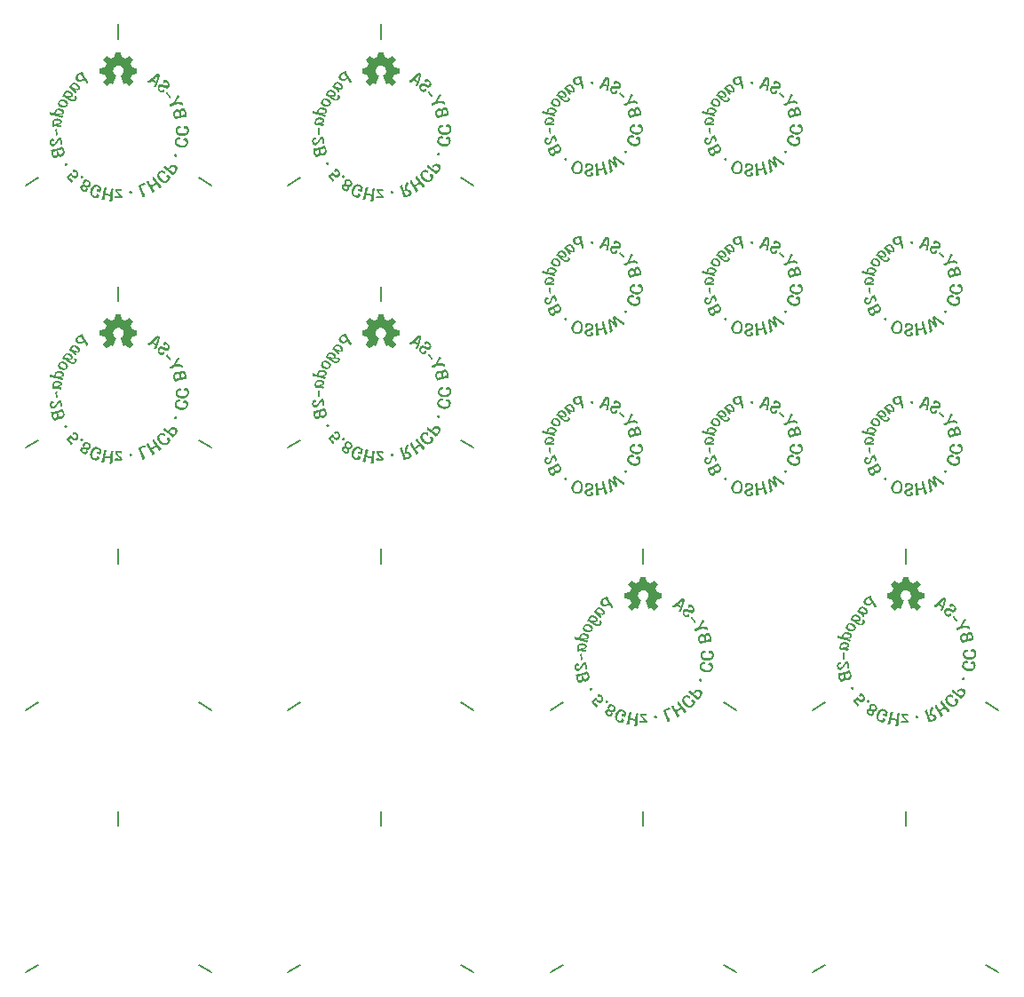
<source format=gbo>
G04 This is an RS-274x file exported by *
G04 gerbv version 2.6.0 *
G04 More information is available about gerbv at *
G04 http://gerbv.gpleda.org/ *
G04 --End of header info--*
%MOIN*%
%FSLAX34Y34*%
%IPPOS*%
G04 --Define apertures--*
%ADD10C,0.0079*%
%ADD11C,0.0000*%
G04 --Start main section--*
G54D10*
G01X0000000Y0004028D02*
G01X0000000Y0003482D01*
G01X-003488Y-002014D02*
G01X-003016Y-001741D01*
G01X0003488Y-002014D02*
G01X0003016Y-001741D01*
G54D11*
G01X0023775Y0029775D02*
G36*
G01X0023378Y0031625D02*
G01X0023367Y0031626D01*
G01X0023356Y0031626D01*
G01X0023344Y0031626D01*
G01X0023333Y0031626D01*
G01X0023322Y0031625D01*
G01X0023310Y0031624D01*
G01X0023299Y0031623D01*
G01X0023288Y0031622D01*
G01X0023276Y0031620D01*
G01X0023265Y0031618D01*
G01X0023254Y0031616D01*
G01X0023243Y0031614D01*
G01X0023231Y0031611D01*
G01X0023220Y0031608D01*
G01X0023209Y0031604D01*
G01X0023198Y0031601D01*
G01X0023187Y0031597D01*
G01X0023177Y0031593D01*
G01X0023167Y0031589D01*
G01X0023157Y0031584D01*
G01X0023148Y0031579D01*
G01X0023139Y0031574D01*
G01X0023131Y0031569D01*
G01X0023123Y0031564D01*
G01X0023115Y0031558D01*
G01X0023107Y0031552D01*
G01X0023100Y0031546D01*
G01X0023094Y0031540D01*
G01X0023087Y0031534D01*
G01X0023081Y0031527D01*
G01X0023076Y0031520D01*
G01X0023071Y0031514D01*
G01X0023066Y0031507D01*
G01X0023062Y0031499D01*
G01X0023059Y0031492D01*
G01X0023056Y0031485D01*
G01X0023054Y0031478D01*
G01X0023052Y0031470D01*
G01X0023051Y0031463D01*
G01X0023051Y0031455D01*
G01X0023051Y0031447D01*
G01X0023051Y0031440D01*
G01X0023053Y0031432D01*
G01X0023054Y0031424D01*
G01X0023057Y0031416D01*
G01X0023059Y0031408D01*
G01X0023063Y0031400D01*
G01X0023066Y0031392D01*
G01X0023070Y0031384D01*
G01X0023075Y0031377D01*
G01X0023079Y0031370D01*
G01X0023084Y0031363D01*
G01X0023090Y0031356D01*
G01X0023095Y0031350D01*
G01X0023101Y0031345D01*
G01X0023107Y0031339D01*
G01X0023113Y0031334D01*
G01X0023120Y0031329D01*
G01X0023127Y0031324D01*
G01X0023134Y0031320D01*
G01X0023141Y0031316D01*
G01X0023149Y0031312D01*
G01X0023157Y0031309D01*
G01X0023165Y0031306D01*
G01X0023173Y0031303D01*
G01X0023181Y0031301D01*
G01X0023189Y0031299D01*
G01X0023197Y0031297D01*
G01X0023205Y0031296D01*
G01X0023213Y0031295D01*
G01X0023221Y0031294D01*
G01X0023229Y0031294D01*
G01X0023236Y0031294D01*
G01X0023244Y0031295D01*
G01X0023252Y0031296D01*
G01X0023260Y0031297D01*
G01X0023268Y0031299D01*
G01X0023276Y0031301D01*
G01X0023284Y0031303D01*
G01X0023290Y0031305D01*
G01X0023295Y0031307D01*
G01X0023300Y0031310D01*
G01X0023304Y0031312D01*
G01X0023308Y0031315D01*
G01X0023312Y0031318D01*
G01X0023315Y0031321D01*
G01X0023317Y0031324D01*
G01X0023319Y0031327D01*
G01X0023321Y0031331D01*
G01X0023322Y0031334D01*
G01X0023323Y0031338D01*
G01X0023323Y0031342D01*
G01X0023323Y0031347D01*
G01X0023322Y0031351D01*
G01X0023321Y0031356D01*
G01X0023321Y0031357D01*
G01X0023320Y0031359D01*
G01X0023320Y0031360D01*
G01X0023319Y0031362D01*
G01X0023318Y0031363D01*
G01X0023318Y0031365D01*
G01X0023317Y0031366D01*
G01X0023316Y0031368D01*
G01X0023316Y0031369D01*
G01X0023315Y0031370D01*
G01X0023314Y0031372D01*
G01X0023313Y0031373D01*
G01X0023312Y0031375D01*
G01X0023311Y0031376D01*
G01X0023310Y0031378D01*
G01X0023309Y0031379D01*
G01X0023307Y0031378D01*
G01X0023305Y0031377D01*
G01X0023303Y0031376D01*
G01X0023301Y0031375D01*
G01X0023299Y0031374D01*
G01X0023297Y0031373D01*
G01X0023295Y0031372D01*
G01X0023294Y0031371D01*
G01X0023292Y0031370D01*
G01X0023290Y0031369D01*
G01X0023288Y0031368D01*
G01X0023286Y0031368D01*
G01X0023284Y0031367D01*
G01X0023282Y0031366D01*
G01X0023281Y0031366D01*
G01X0023279Y0031365D01*
G01X0023273Y0031364D01*
G01X0023268Y0031362D01*
G01X0023263Y0031361D01*
G01X0023257Y0031360D01*
G01X0023252Y0031359D01*
G01X0023247Y0031359D01*
G01X0023242Y0031359D01*
G01X0023238Y0031359D01*
G01X0023233Y0031359D01*
G01X0023228Y0031359D01*
G01X0023224Y0031360D01*
G01X0023220Y0031361D01*
G01X0023215Y0031362D01*
G01X0023211Y0031363D01*
G01X0023207Y0031365D01*
G01X0023203Y0031367D01*
G01X0023199Y0031369D01*
G01X0023195Y0031371D01*
G01X0023191Y0031374D01*
G01X0023188Y0031377D01*
G01X0023185Y0031380D01*
G01X0023181Y0031383D01*
G01X0023178Y0031386D01*
G01X0023175Y0031390D01*
G01X0023172Y0031393D01*
G01X0023169Y0031397D01*
G01X0023166Y0031402D01*
G01X0023164Y0031406D01*
G01X0023161Y0031411D01*
G01X0023159Y0031415D01*
G01X0023157Y0031421D01*
G01X0023155Y0031426D01*
G01X0023153Y0031431D01*
G01X0023151Y0031436D01*
G01X0023150Y0031441D01*
G01X0023149Y0031447D01*
G01X0023148Y0031451D01*
G01X0023147Y0031456D01*
G01X0023147Y0031461D01*
G01X0023147Y0031466D01*
G01X0023147Y0031470D01*
G01X0023148Y0031475D01*
G01X0023149Y0031479D01*
G01X0023150Y0031483D01*
G01X0023151Y0031488D01*
G01X0023153Y0031492D01*
G01X0023155Y0031496D01*
G01X0023157Y0031500D01*
G01X0023160Y0031503D01*
G01X0023162Y0031507D01*
G01X0023165Y0031511D01*
G01X0023169Y0031514D01*
G01X0023172Y0031517D01*
G01X0023176Y0031521D01*
G01X0023180Y0031524D01*
G01X0023184Y0031527D01*
G01X0023188Y0031530D01*
G01X0023193Y0031532D01*
G01X0023198Y0031535D01*
G01X0023203Y0031537D01*
G01X0023208Y0031540D01*
G01X0023214Y0031542D01*
G01X0023219Y0031544D01*
G01X0023226Y0031546D01*
G01X0023229Y0031547D01*
G01X0023232Y0031548D01*
G01X0023235Y0031549D01*
G01X0023239Y0031550D01*
G01X0023243Y0031550D01*
G01X0023246Y0031551D01*
G01X0023250Y0031552D01*
G01X0023254Y0031553D01*
G01X0023258Y0031553D01*
G01X0023262Y0031554D01*
G01X0023266Y0031554D01*
G01X0023271Y0031555D01*
G01X0023275Y0031555D01*
G01X0023280Y0031556D01*
G01X0023284Y0031556D01*
G01X0023289Y0031556D01*
G01X0023293Y0031546D01*
G01X0023296Y0031537D01*
G01X0023299Y0031527D01*
G01X0023302Y0031518D01*
G01X0023306Y0031508D01*
G01X0023309Y0031499D01*
G01X0023311Y0031490D01*
G01X0023314Y0031481D01*
G01X0023317Y0031472D01*
G01X0023320Y0031464D01*
G01X0023322Y0031455D01*
G01X0023325Y0031447D01*
G01X0023327Y0031438D01*
G01X0023329Y0031430D01*
G01X0023331Y0031422D01*
G01X0023334Y0031414D01*
G01X0023339Y0031393D01*
G01X0023345Y0031372D01*
G01X0023350Y0031352D01*
G01X0023355Y0031333D01*
G01X0023359Y0031314D01*
G01X0023363Y0031296D01*
G01X0023367Y0031279D01*
G01X0023371Y0031263D01*
G01X0023374Y0031247D01*
G01X0023377Y0031232D01*
G01X0023380Y0031218D01*
G01X0023383Y0031204D01*
G01X0023385Y0031192D01*
G01X0023387Y0031180D01*
G01X0023389Y0031168D01*
G01X0023390Y0031158D01*
G01X0023393Y0031158D01*
G01X0023395Y0031157D01*
G01X0023398Y0031157D01*
G01X0023400Y0031157D01*
G01X0023403Y0031157D01*
G01X0023405Y0031157D01*
G01X0023408Y0031157D01*
G01X0023410Y0031157D01*
G01X0023413Y0031157D01*
G01X0023415Y0031157D01*
G01X0023418Y0031158D01*
G01X0023420Y0031158D01*
G01X0023423Y0031159D01*
G01X0023425Y0031159D01*
G01X0023428Y0031160D01*
G01X0023430Y0031160D01*
G01X0023433Y0031161D01*
G01X0023435Y0031162D01*
G01X0023438Y0031162D01*
G01X0023440Y0031163D01*
G01X0023442Y0031165D01*
G01X0023444Y0031166D01*
G01X0023446Y0031167D01*
G01X0023448Y0031169D01*
G01X0023450Y0031170D01*
G01X0023452Y0031172D01*
G01X0023454Y0031173D01*
G01X0023456Y0031175D01*
G01X0023458Y0031177D01*
G01X0023459Y0031179D01*
G01X0023461Y0031181D01*
G01X0023462Y0031184D01*
G01X0023464Y0031186D01*
G01X0023465Y0031189D01*
G01X0023466Y0031191D01*
G01X0023467Y0031193D01*
G01X0023468Y0031196D01*
G01X0023469Y0031199D01*
G01X0023469Y0031201D01*
G01X0023470Y0031204D01*
G01X0023470Y0031207D01*
G01X0023471Y0031210D01*
G01X0023471Y0031213D01*
G01X0023471Y0031215D01*
G01X0023470Y0031218D01*
G01X0023470Y0031221D01*
G01X0023470Y0031225D01*
G01X0023469Y0031228D01*
G01X0023468Y0031231D01*
G01X0023467Y0031235D01*
G01X0023466Y0031238D01*
G01X0023465Y0031243D01*
G01X0023464Y0031247D01*
G01X0023463Y0031252D01*
G01X0023462Y0031257D01*
G01X0023460Y0031262D01*
G01X0023459Y0031268D01*
G01X0023457Y0031274D01*
G01X0023455Y0031280D01*
G01X0023453Y0031286D01*
G01X0023451Y0031293D01*
G01X0023449Y0031300D01*
G01X0023447Y0031307D01*
G01X0023444Y0031315D01*
G01X0023442Y0031322D01*
G01X0023439Y0031330D01*
G01X0023437Y0031337D01*
G01X0023435Y0031344D01*
G01X0023433Y0031351D01*
G01X0023431Y0031357D01*
G01X0023429Y0031364D01*
G01X0023427Y0031370D01*
G01X0023425Y0031376D01*
G01X0023424Y0031382D01*
G01X0023422Y0031388D01*
G01X0023421Y0031394D01*
G01X0023419Y0031399D01*
G01X0023418Y0031404D01*
G01X0023417Y0031409D01*
G01X0023416Y0031414D01*
G01X0023413Y0031428D01*
G01X0023410Y0031443D01*
G01X0023407Y0031457D01*
G01X0023404Y0031471D01*
G01X0023402Y0031484D01*
G01X0023400Y0031498D01*
G01X0023398Y0031511D01*
G01X0023396Y0031524D01*
G01X0023395Y0031538D01*
G01X0023393Y0031550D01*
G01X0023392Y0031563D01*
G01X0023391Y0031576D01*
G01X0023390Y0031588D01*
G01X0023390Y0031600D01*
G01X0023389Y0031612D01*
G01X0023389Y0031624D01*
G01X0023378Y0031625D01*
G37*
G36*
G01X0023378Y0031625D02*
G37*
G36*
G01X0022738Y0031170D02*
G01X0022746Y0031164D01*
G01X0022753Y0031157D01*
G01X0022761Y0031150D01*
G01X0022768Y0031143D01*
G01X0022775Y0031136D01*
G01X0022782Y0031129D01*
G01X0022789Y0031122D01*
G01X0022795Y0031115D01*
G01X0022802Y0031108D01*
G01X0022808Y0031100D01*
G01X0022814Y0031092D01*
G01X0022821Y0031085D01*
G01X0022827Y0031077D01*
G01X0022833Y0031069D01*
G01X0022838Y0031061D01*
G01X0022844Y0031053D01*
G01X0022850Y0031045D01*
G01X0022855Y0031037D01*
G01X0022861Y0031029D01*
G01X0022866Y0031021D01*
G01X0022871Y0031013D01*
G01X0022876Y0031004D01*
G01X0022881Y0030996D01*
G01X0022886Y0030987D01*
G01X0022891Y0030979D01*
G01X0022896Y0030970D01*
G01X0022900Y0030962D01*
G01X0022905Y0030953D01*
G01X0022909Y0030944D01*
G01X0022914Y0030935D01*
G01X0022918Y0030927D01*
G01X0022921Y0030927D01*
G01X0022923Y0030928D01*
G01X0022926Y0030929D01*
G01X0022928Y0030930D01*
G01X0022931Y0030931D01*
G01X0022934Y0030932D01*
G01X0022936Y0030933D01*
G01X0022939Y0030934D01*
G01X0022941Y0030935D01*
G01X0022944Y0030937D01*
G01X0022946Y0030938D01*
G01X0022948Y0030939D01*
G01X0022951Y0030941D01*
G01X0022953Y0030942D01*
G01X0022955Y0030944D01*
G01X0022958Y0030945D01*
G01X0022960Y0030947D01*
G01X0022962Y0030948D01*
G01X0022964Y0030950D01*
G01X0022965Y0030952D01*
G01X0022967Y0030953D01*
G01X0022968Y0030955D01*
G01X0022970Y0030957D01*
G01X0022971Y0030959D01*
G01X0022972Y0030961D01*
G01X0022973Y0030963D01*
G01X0022973Y0030965D01*
G01X0022974Y0030967D01*
G01X0022974Y0030969D01*
G01X0022975Y0030971D01*
G01X0022975Y0030973D01*
G01X0022975Y0030975D01*
G01X0022974Y0030977D01*
G01X0022974Y0030980D01*
G01X0022974Y0030982D01*
G01X0022973Y0030984D01*
G01X0022972Y0030987D01*
G01X0022972Y0030989D01*
G01X0022971Y0030992D01*
G01X0022970Y0030995D01*
G01X0022969Y0030997D01*
G01X0022967Y0031000D01*
G01X0022966Y0031003D01*
G01X0022965Y0031005D01*
G01X0022963Y0031008D01*
G01X0022961Y0031011D01*
G01X0022959Y0031014D01*
G01X0022958Y0031017D01*
G01X0022955Y0031020D01*
G01X0022953Y0031023D01*
G01X0022951Y0031027D01*
G01X0022948Y0031030D01*
G01X0022946Y0031034D01*
G01X0022943Y0031037D01*
G01X0022940Y0031041D01*
G01X0022937Y0031045D01*
G01X0022934Y0031049D01*
G01X0022930Y0031053D01*
G01X0022927Y0031057D01*
G01X0022923Y0031061D01*
G01X0022919Y0031065D01*
G01X0022915Y0031070D01*
G01X0022911Y0031074D01*
G01X0022907Y0031079D01*
G01X0022919Y0031071D01*
G01X0022930Y0031064D01*
G01X0022941Y0031058D01*
G01X0022951Y0031052D01*
G01X0022961Y0031046D01*
G01X0022971Y0031041D01*
G01X0022980Y0031036D01*
G01X0022989Y0031031D01*
G01X0022998Y0031027D01*
G01X0023006Y0031024D01*
G01X0023014Y0031021D01*
G01X0023021Y0031018D01*
G01X0023028Y0031016D01*
G01X0023035Y0031014D01*
G01X0023041Y0031013D01*
G01X0023047Y0031012D01*
G01X0023050Y0031012D01*
G01X0023053Y0031012D01*
G01X0023055Y0031012D01*
G01X0023058Y0031012D01*
G01X0023060Y0031012D01*
G01X0023063Y0031013D01*
G01X0023065Y0031013D01*
G01X0023067Y0031013D01*
G01X0023070Y0031014D01*
G01X0023072Y0031014D01*
G01X0023074Y0031015D01*
G01X0023076Y0031016D01*
G01X0023078Y0031017D01*
G01X0023081Y0031018D01*
G01X0023083Y0031019D01*
G01X0023085Y0031020D01*
G01X0023089Y0031022D01*
G01X0023094Y0031025D01*
G01X0023098Y0031028D01*
G01X0023102Y0031032D01*
G01X0023105Y0031035D01*
G01X0023109Y0031039D01*
G01X0023112Y0031043D01*
G01X0023115Y0031047D01*
G01X0023117Y0031051D01*
G01X0023120Y0031055D01*
G01X0023122Y0031060D01*
G01X0023124Y0031065D01*
G01X0023125Y0031070D01*
G01X0023126Y0031075D01*
G01X0023127Y0031080D01*
G01X0023128Y0031086D01*
G01X0023129Y0031092D01*
G01X0023129Y0031097D01*
G01X0023129Y0031103D01*
G01X0023129Y0031109D01*
G01X0023129Y0031115D01*
G01X0023128Y0031121D01*
G01X0023128Y0031127D01*
G01X0023126Y0031133D01*
G01X0023125Y0031139D01*
G01X0023124Y0031145D01*
G01X0023122Y0031151D01*
G01X0023120Y0031158D01*
G01X0023118Y0031164D01*
G01X0023115Y0031170D01*
G01X0023113Y0031177D01*
G01X0023110Y0031183D01*
G01X0023105Y0031193D01*
G01X0023100Y0031202D01*
G01X0023095Y0031211D01*
G01X0023089Y0031220D01*
G01X0023083Y0031229D01*
G01X0023077Y0031237D01*
G01X0023071Y0031245D01*
G01X0023064Y0031252D01*
G01X0023057Y0031259D01*
G01X0023050Y0031266D01*
G01X0023042Y0031273D01*
G01X0023035Y0031279D01*
G01X0023026Y0031285D01*
G01X0023018Y0031290D01*
G01X0023009Y0031295D01*
G01X0023000Y0031300D01*
G01X0022991Y0031304D01*
G01X0022982Y0031308D01*
G01X0022972Y0031311D01*
G01X0022963Y0031313D01*
G01X0022954Y0031315D01*
G01X0022945Y0031316D01*
G01X0022935Y0031316D01*
G01X0022926Y0031316D01*
G01X0022917Y0031316D01*
G01X0022908Y0031314D01*
G01X0022899Y0031312D01*
G01X0022890Y0031310D01*
G01X0022881Y0031307D01*
G01X0022872Y0031303D01*
G01X0022863Y0031299D01*
G01X0022854Y0031294D01*
G01X0022845Y0031288D01*
G01X0022837Y0031282D01*
G01X0022828Y0031276D01*
G01X0022820Y0031270D01*
G01X0022812Y0031264D01*
G01X0022803Y0031257D01*
G01X0022795Y0031250D01*
G01X0022788Y0031243D01*
G01X0022780Y0031236D01*
G01X0022772Y0031228D01*
G01X0022765Y0031220D01*
G01X0022758Y0031212D01*
G01X0022751Y0031203D01*
G01X0022744Y0031195D01*
G01X0022737Y0031186D01*
G01X0022731Y0031177D01*
G01X0022738Y0031170D01*
G37*
G36*
G01X0022738Y0031170D02*
G37*
G36*
G01X0022861Y0030721D02*
G01X0022857Y0030718D01*
G01X0022854Y0030716D01*
G01X0022851Y0030714D01*
G01X0022847Y0030712D01*
G01X0022844Y0030710D01*
G01X0022840Y0030709D01*
G01X0022837Y0030708D01*
G01X0022833Y0030707D01*
G01X0022829Y0030706D01*
G01X0022825Y0030706D01*
G01X0022821Y0030705D01*
G01X0022817Y0030705D01*
G01X0022813Y0030706D01*
G01X0022809Y0030706D01*
G01X0022804Y0030707D01*
G01X0022800Y0030708D01*
G01X0022795Y0030709D01*
G01X0022791Y0030710D01*
G01X0022787Y0030712D01*
G01X0022782Y0030713D01*
G01X0022778Y0030715D01*
G01X0022773Y0030717D01*
G01X0022769Y0030719D01*
G01X0022765Y0030722D01*
G01X0022760Y0030725D01*
G01X0022756Y0030727D01*
G01X0022752Y0030731D01*
G01X0022747Y0030734D01*
G01X0022743Y0030737D01*
G01X0022739Y0030741D01*
G01X0022734Y0030745D01*
G01X0022732Y0030747D01*
G01X0022730Y0030749D01*
G01X0022727Y0030751D01*
G01X0022725Y0030754D01*
G01X0022722Y0030756D01*
G01X0022720Y0030759D01*
G01X0022717Y0030762D01*
G01X0022714Y0030765D01*
G01X0022711Y0030768D01*
G01X0022708Y0030771D01*
G01X0022705Y0030774D01*
G01X0022701Y0030778D01*
G01X0022698Y0030781D01*
G01X0022694Y0030785D01*
G01X0022691Y0030789D01*
G01X0022687Y0030793D01*
G01X0022683Y0030797D01*
G01X0022680Y0030801D01*
G01X0022676Y0030804D01*
G01X0022673Y0030808D01*
G01X0022670Y0030811D01*
G01X0022666Y0030814D01*
G01X0022664Y0030817D01*
G01X0022661Y0030820D01*
G01X0022658Y0030823D01*
G01X0022656Y0030826D01*
G01X0022653Y0030828D01*
G01X0022651Y0030831D01*
G01X0022649Y0030833D01*
G01X0022647Y0030835D01*
G01X0022645Y0030837D01*
G01X0022643Y0030838D01*
G01X0022655Y0030835D01*
G01X0022666Y0030832D01*
G01X0022676Y0030830D01*
G01X0022686Y0030827D01*
G01X0022695Y0030825D01*
G01X0022704Y0030823D01*
G01X0022713Y0030822D01*
G01X0022721Y0030821D01*
G01X0022729Y0030819D01*
G01X0022736Y0030819D01*
G01X0022743Y0030818D01*
G01X0022749Y0030818D01*
G01X0022755Y0030818D01*
G01X0022761Y0030818D01*
G01X0022766Y0030819D01*
G01X0022770Y0030819D01*
G01X0022773Y0030820D01*
G01X0022775Y0030821D01*
G01X0022777Y0030821D01*
G01X0022779Y0030822D01*
G01X0022781Y0030823D01*
G01X0022783Y0030824D01*
G01X0022785Y0030824D01*
G01X0022787Y0030825D01*
G01X0022789Y0030826D01*
G01X0022791Y0030828D01*
G01X0022793Y0030829D01*
G01X0022794Y0030830D01*
G01X0022796Y0030831D01*
G01X0022798Y0030833D01*
G01X0022800Y0030834D01*
G01X0022801Y0030835D01*
G01X0022805Y0030839D01*
G01X0022809Y0030843D01*
G01X0022812Y0030847D01*
G01X0022815Y0030851D01*
G01X0022818Y0030855D01*
G01X0022820Y0030860D01*
G01X0022822Y0030864D01*
G01X0022824Y0030869D01*
G01X0022825Y0030874D01*
G01X0022826Y0030879D01*
G01X0022827Y0030884D01*
G01X0022828Y0030889D01*
G01X0022828Y0030894D01*
G01X0022828Y0030900D01*
G01X0022827Y0030905D01*
G01X0022827Y0030911D01*
G01X0022826Y0030917D01*
G01X0022825Y0030923D01*
G01X0022823Y0030928D01*
G01X0022822Y0030934D01*
G01X0022820Y0030940D01*
G01X0022818Y0030946D01*
G01X0022815Y0030952D01*
G01X0022813Y0030957D01*
G01X0022810Y0030963D01*
G01X0022807Y0030969D01*
G01X0022804Y0030975D01*
G01X0022800Y0030980D01*
G01X0022797Y0030986D01*
G01X0022793Y0030992D01*
G01X0022789Y0030997D01*
G01X0022784Y0031003D01*
G01X0022778Y0031011D01*
G01X0022771Y0031018D01*
G01X0022765Y0031024D01*
G01X0022758Y0031031D01*
G01X0022751Y0031037D01*
G01X0022743Y0031043D01*
G01X0022736Y0031048D01*
G01X0022728Y0031053D01*
G01X0022720Y0031058D01*
G01X0022712Y0031062D01*
G01X0022704Y0031066D01*
G01X0022695Y0031069D01*
G01X0022686Y0031072D01*
G01X0022677Y0031075D01*
G01X0022668Y0031077D01*
G01X0022658Y0031078D01*
G01X0022649Y0031080D01*
G01X0022639Y0031080D01*
G01X0022630Y0031081D01*
G01X0022621Y0031080D01*
G01X0022611Y0031079D01*
G01X0022602Y0031078D01*
G01X0022594Y0031076D01*
G01X0022585Y0031073D01*
G01X0022576Y0031070D01*
G01X0022568Y0031067D01*
G01X0022560Y0031062D01*
G01X0022552Y0031058D01*
G01X0022544Y0031052D01*
G01X0022536Y0031047D01*
G01X0022529Y0031040D01*
G01X0022522Y0031033D01*
G01X0022515Y0031026D01*
G01X0022508Y0031019D01*
G01X0022501Y0031011D01*
G01X0022495Y0031003D01*
G01X0022488Y0030996D01*
G01X0022482Y0030987D01*
G01X0022476Y0030979D01*
G01X0022471Y0030970D01*
G01X0022465Y0030962D01*
G01X0022460Y0030953D01*
G01X0022455Y0030944D01*
G01X0022450Y0030935D01*
G01X0022445Y0030925D01*
G01X0022440Y0030916D01*
G01X0022436Y0030906D01*
G01X0022432Y0030896D01*
G01X0022441Y0030892D01*
G01X0022449Y0030888D01*
G01X0022458Y0030884D01*
G01X0022466Y0030880D01*
G01X0022474Y0030876D01*
G01X0022482Y0030871D01*
G01X0022490Y0030866D01*
G01X0022497Y0030862D01*
G01X0022505Y0030857D01*
G01X0022512Y0030852D01*
G01X0022520Y0030847D01*
G01X0022527Y0030842D01*
G01X0022534Y0030836D01*
G01X0022541Y0030831D01*
G01X0022548Y0030825D01*
G01X0022554Y0030820D01*
G01X0022558Y0030817D01*
G01X0022561Y0030814D01*
G01X0022564Y0030811D01*
G01X0022568Y0030808D01*
G01X0022571Y0030805D01*
G01X0022575Y0030801D01*
G01X0022578Y0030798D01*
G01X0022582Y0030794D01*
G01X0022586Y0030791D01*
G01X0022590Y0030787D01*
G01X0022594Y0030783D01*
G01X0022598Y0030779D01*
G01X0022602Y0030775D01*
G01X0022606Y0030771D01*
G01X0022610Y0030767D01*
G01X0022615Y0030762D01*
G01X0022619Y0030758D01*
G01X0022623Y0030754D01*
G01X0022627Y0030750D01*
G01X0022631Y0030746D01*
G01X0022635Y0030742D01*
G01X0022638Y0030739D01*
G01X0022642Y0030735D01*
G01X0022645Y0030732D01*
G01X0022649Y0030729D01*
G01X0022652Y0030726D01*
G01X0022655Y0030723D01*
G01X0022657Y0030721D01*
G01X0022660Y0030718D01*
G01X0022663Y0030716D01*
G01X0022665Y0030714D01*
G01X0022668Y0030712D01*
G01X0022676Y0030705D01*
G01X0022684Y0030699D01*
G01X0022692Y0030693D01*
G01X0022700Y0030688D01*
G01X0022708Y0030683D01*
G01X0022717Y0030679D01*
G01X0022725Y0030674D01*
G01X0022733Y0030671D01*
G01X0022741Y0030667D01*
G01X0022750Y0030664D01*
G01X0022758Y0030662D01*
G01X0022767Y0030659D01*
G01X0022775Y0030657D01*
G01X0022784Y0030656D01*
G01X0022792Y0030655D01*
G01X0022801Y0030654D01*
G01X0022809Y0030653D01*
G01X0022818Y0030653D01*
G01X0022826Y0030653D01*
G01X0022833Y0030654D01*
G01X0022841Y0030655D01*
G01X0022849Y0030656D01*
G01X0022856Y0030658D01*
G01X0022863Y0030660D01*
G01X0022870Y0030662D01*
G01X0022876Y0030665D01*
G01X0022883Y0030668D01*
G01X0022889Y0030672D01*
G01X0022895Y0030676D01*
G01X0022901Y0030680D01*
G01X0022907Y0030685D01*
G01X0022913Y0030690D01*
G01X0022916Y0030693D01*
G01X0022920Y0030696D01*
G01X0022923Y0030700D01*
G01X0022925Y0030703D01*
G01X0022928Y0030706D01*
G01X0022931Y0030710D01*
G01X0022933Y0030713D01*
G01X0022935Y0030717D01*
G01X0022937Y0030720D01*
G01X0022939Y0030724D01*
G01X0022941Y0030727D01*
G01X0022943Y0030731D01*
G01X0022944Y0030735D01*
G01X0022946Y0030739D01*
G01X0022947Y0030743D01*
G01X0022948Y0030747D01*
G01X0022949Y0030750D01*
G01X0022950Y0030754D01*
G01X0022950Y0030758D01*
G01X0022950Y0030762D01*
G01X0022950Y0030766D01*
G01X0022950Y0030770D01*
G01X0022949Y0030774D01*
G01X0022948Y0030778D01*
G01X0022947Y0030782D01*
G01X0022946Y0030786D01*
G01X0022944Y0030790D01*
G01X0022942Y0030793D01*
G01X0022940Y0030797D01*
G01X0022938Y0030801D01*
G01X0022935Y0030805D01*
G01X0022932Y0030809D01*
G01X0022930Y0030811D01*
G01X0022928Y0030813D01*
G01X0022926Y0030815D01*
G01X0022924Y0030817D01*
G01X0022921Y0030819D01*
G01X0022919Y0030821D01*
G01X0022917Y0030822D01*
G01X0022915Y0030824D01*
G01X0022912Y0030825D01*
G01X0022910Y0030827D01*
G01X0022907Y0030828D01*
G01X0022905Y0030829D01*
G01X0022902Y0030830D01*
G01X0022899Y0030830D01*
G01X0022897Y0030831D01*
G01X0022894Y0030831D01*
G01X0022891Y0030832D01*
G01X0022888Y0030832D01*
G01X0022886Y0030832D01*
G01X0022883Y0030832D01*
G01X0022880Y0030832D01*
G01X0022878Y0030831D01*
G01X0022875Y0030831D01*
G01X0022873Y0030830D01*
G01X0022871Y0030830D01*
G01X0022868Y0030829D01*
G01X0022866Y0030828D01*
G01X0022864Y0030827D01*
G01X0022862Y0030825D01*
G01X0022859Y0030824D01*
G01X0022857Y0030822D01*
G01X0022855Y0030821D01*
G01X0022855Y0030820D01*
G01X0022855Y0030820D01*
G01X0022854Y0030820D01*
G01X0022854Y0030819D01*
G01X0022853Y0030819D01*
G01X0022853Y0030818D01*
G01X0022852Y0030818D01*
G01X0022852Y0030817D01*
G01X0022851Y0030817D01*
G01X0022851Y0030816D01*
G01X0022850Y0030816D01*
G01X0022850Y0030815D01*
G01X0022849Y0030814D01*
G01X0022849Y0030814D01*
G01X0022848Y0030813D01*
G01X0022848Y0030812D01*
G01X0022849Y0030812D01*
G01X0022850Y0030811D01*
G01X0022850Y0030810D01*
G01X0022851Y0030810D01*
G01X0022852Y0030809D01*
G01X0022853Y0030808D01*
G01X0022854Y0030808D01*
G01X0022854Y0030807D01*
G01X0022855Y0030806D01*
G01X0022856Y0030806D01*
G01X0022856Y0030805D01*
G01X0022857Y0030804D01*
G01X0022858Y0030804D01*
G01X0022858Y0030803D01*
G01X0022859Y0030802D01*
G01X0022860Y0030802D01*
G01X0022861Y0030799D01*
G01X0022863Y0030797D01*
G01X0022865Y0030795D01*
G01X0022867Y0030792D01*
G01X0022868Y0030790D01*
G01X0022870Y0030787D01*
G01X0022871Y0030785D01*
G01X0022872Y0030782D01*
G01X0022873Y0030780D01*
G01X0022874Y0030777D01*
G01X0022875Y0030774D01*
G01X0022875Y0030772D01*
G01X0022876Y0030769D01*
G01X0022876Y0030766D01*
G01X0022877Y0030763D01*
G01X0022877Y0030760D01*
G01X0022877Y0030758D01*
G01X0022877Y0030755D01*
G01X0022877Y0030752D01*
G01X0022876Y0030750D01*
G01X0022876Y0030747D01*
G01X0022875Y0030745D01*
G01X0022875Y0030742D01*
G01X0022874Y0030740D01*
G01X0022873Y0030738D01*
G01X0022872Y0030735D01*
G01X0022871Y0030733D01*
G01X0022870Y0030731D01*
G01X0022868Y0030729D01*
G01X0022867Y0030727D01*
G01X0022865Y0030726D01*
G01X0022864Y0030724D01*
G01X0022861Y0030721D01*
G37*
G36*
G01X0022861Y0030721D02*
G37*
G36*
G01X0022586Y0030550D02*
G01X0022590Y0030557D01*
G01X0022593Y0030563D01*
G01X0022596Y0030570D01*
G01X0022599Y0030576D01*
G01X0022601Y0030583D01*
G01X0022602Y0030589D01*
G01X0022604Y0030596D01*
G01X0022605Y0030602D01*
G01X0022605Y0030609D01*
G01X0022605Y0030615D01*
G01X0022605Y0030621D01*
G01X0022604Y0030628D01*
G01X0022603Y0030634D01*
G01X0022602Y0030640D01*
G01X0022600Y0030647D01*
G01X0022598Y0030653D01*
G01X0022595Y0030660D01*
G01X0022592Y0030666D01*
G01X0022589Y0030672D01*
G01X0022585Y0030679D01*
G01X0022581Y0030685D01*
G01X0022577Y0030691D01*
G01X0022572Y0030697D01*
G01X0022567Y0030704D01*
G01X0022562Y0030710D01*
G01X0022556Y0030716D01*
G01X0022550Y0030722D01*
G01X0022543Y0030728D01*
G01X0022537Y0030734D01*
G01X0022529Y0030741D01*
G01X0022522Y0030747D01*
G01X0022514Y0030752D01*
G01X0022506Y0030758D01*
G01X0022498Y0030763D01*
G01X0022490Y0030768D01*
G01X0022482Y0030772D01*
G01X0022474Y0030776D01*
G01X0022465Y0030779D01*
G01X0022457Y0030782D01*
G01X0022448Y0030785D01*
G01X0022439Y0030787D01*
G01X0022431Y0030789D01*
G01X0022422Y0030790D01*
G01X0022413Y0030791D01*
G01X0022403Y0030792D01*
G01X0022394Y0030792D01*
G01X0022385Y0030792D01*
G01X0022375Y0030791D01*
G01X0022366Y0030789D01*
G01X0022358Y0030788D01*
G01X0022349Y0030785D01*
G01X0022341Y0030782D01*
G01X0022333Y0030779D01*
G01X0022325Y0030775D01*
G01X0022317Y0030771D01*
G01X0022310Y0030766D01*
G01X0022303Y0030761D01*
G01X0022296Y0030755D01*
G01X0022289Y0030749D01*
G01X0022283Y0030742D01*
G01X0022277Y0030735D01*
G01X0022271Y0030728D01*
G01X0022266Y0030720D01*
G01X0022256Y0030703D01*
G01X0022249Y0030686D01*
G01X0022243Y0030670D01*
G01X0022239Y0030654D01*
G01X0022237Y0030639D01*
G01X0022237Y0030624D01*
G01X0022239Y0030609D01*
G01X0022243Y0030595D01*
G01X0022249Y0030582D01*
G01X0022256Y0030569D01*
G01X0022266Y0030557D01*
G01X0022277Y0030545D01*
G01X0022290Y0030534D01*
G01X0022304Y0030523D01*
G01X0022321Y0030512D01*
G01X0022339Y0030503D01*
G01X0022348Y0030498D01*
G01X0022357Y0030494D01*
G01X0022366Y0030491D01*
G01X0022374Y0030488D01*
G01X0022383Y0030485D01*
G01X0022392Y0030483D01*
G01X0022401Y0030481D01*
G01X0022410Y0030479D01*
G01X0022419Y0030478D01*
G01X0022427Y0030477D01*
G01X0022436Y0030477D01*
G01X0022445Y0030477D01*
G01X0022454Y0030477D01*
G01X0022462Y0030478D01*
G01X0022471Y0030479D01*
G01X0022480Y0030480D01*
G01X0022488Y0030481D01*
G01X0022496Y0030483D01*
G01X0022504Y0030485D01*
G01X0022512Y0030488D01*
G01X0022519Y0030491D01*
G01X0022526Y0030494D01*
G01X0022533Y0030497D01*
G01X0022540Y0030501D01*
G01X0022546Y0030505D01*
G01X0022552Y0030510D01*
G01X0022557Y0030515D01*
G01X0022563Y0030520D01*
G01X0022568Y0030525D01*
G01X0022573Y0030531D01*
G01X0022578Y0030537D01*
G01X0022582Y0030544D01*
G01X0022586Y0030550D01*
G37*
G36*
G01X0022586Y0030550D02*
G37*
G36*
G01X0021927Y0030335D02*
G01X0021925Y0030333D01*
G01X0021924Y0030330D01*
G01X0021922Y0030327D01*
G01X0021920Y0030324D01*
G01X0021919Y0030321D01*
G01X0021917Y0030318D01*
G01X0021916Y0030315D01*
G01X0021914Y0030312D01*
G01X0021913Y0030309D01*
G01X0021912Y0030306D01*
G01X0021911Y0030303D01*
G01X0021910Y0030300D01*
G01X0021909Y0030297D01*
G01X0021908Y0030294D01*
G01X0021907Y0030290D01*
G01X0021906Y0030287D01*
G01X0021905Y0030284D01*
G01X0021905Y0030281D01*
G01X0021904Y0030278D01*
G01X0021904Y0030275D01*
G01X0021904Y0030272D01*
G01X0021904Y0030269D01*
G01X0021904Y0030266D01*
G01X0021904Y0030263D01*
G01X0021905Y0030260D01*
G01X0021905Y0030257D01*
G01X0021906Y0030255D01*
G01X0021907Y0030252D01*
G01X0021908Y0030249D01*
G01X0021909Y0030247D01*
G01X0021910Y0030244D01*
G01X0021912Y0030241D01*
G01X0021913Y0030239D01*
G01X0021915Y0030237D01*
G01X0021916Y0030235D01*
G01X0021918Y0030233D01*
G01X0021920Y0030231D01*
G01X0021922Y0030229D01*
G01X0021924Y0030227D01*
G01X0021926Y0030226D01*
G01X0021928Y0030224D01*
G01X0021930Y0030223D01*
G01X0021933Y0030222D01*
G01X0021935Y0030221D01*
G01X0021938Y0030220D01*
G01X0021940Y0030219D01*
G01X0021943Y0030218D01*
G01X0021946Y0030218D01*
G01X0021950Y0030217D01*
G01X0021954Y0030216D01*
G01X0021958Y0030215D01*
G01X0021963Y0030214D01*
G01X0021969Y0030213D01*
G01X0021974Y0030212D01*
G01X0021981Y0030211D01*
G01X0021988Y0030210D01*
G01X0021995Y0030209D01*
G01X0022003Y0030207D01*
G01X0022011Y0030206D01*
G01X0022020Y0030205D01*
G01X0022029Y0030203D01*
G01X0022039Y0030202D01*
G01X0022049Y0030200D01*
G01X0022060Y0030198D01*
G01X0022070Y0030197D01*
G01X0022081Y0030195D01*
G01X0022091Y0030193D01*
G01X0022102Y0030191D01*
G01X0022112Y0030189D01*
G01X0022122Y0030187D01*
G01X0022132Y0030185D01*
G01X0022143Y0030183D01*
G01X0022153Y0030181D01*
G01X0022163Y0030178D01*
G01X0022173Y0030176D01*
G01X0022183Y0030174D01*
G01X0022193Y0030171D01*
G01X0022203Y0030169D01*
G01X0022213Y0030166D01*
G01X0022223Y0030164D01*
G01X0022233Y0030161D01*
G01X0022243Y0030158D01*
G01X0022253Y0030155D01*
G01X0022263Y0030152D01*
G01X0022274Y0030149D01*
G01X0022284Y0030146D01*
G01X0022294Y0030142D01*
G01X0022305Y0030139D01*
G01X0022315Y0030135D01*
G01X0022326Y0030131D01*
G01X0022336Y0030127D01*
G01X0022347Y0030123D01*
G01X0022358Y0030119D01*
G01X0022368Y0030115D01*
G01X0022379Y0030110D01*
G01X0022381Y0030113D01*
G01X0022382Y0030115D01*
G01X0022384Y0030117D01*
G01X0022385Y0030120D01*
G01X0022387Y0030122D01*
G01X0022388Y0030125D01*
G01X0022389Y0030127D01*
G01X0022390Y0030130D01*
G01X0022391Y0030132D01*
G01X0022393Y0030135D01*
G01X0022394Y0030137D01*
G01X0022395Y0030140D01*
G01X0022395Y0030143D01*
G01X0022396Y0030145D01*
G01X0022397Y0030148D01*
G01X0022398Y0030151D01*
G01X0022399Y0030155D01*
G01X0022399Y0030160D01*
G01X0022399Y0030164D01*
G01X0022399Y0030168D01*
G01X0022397Y0030172D01*
G01X0022396Y0030176D01*
G01X0022393Y0030179D01*
G01X0022391Y0030183D01*
G01X0022387Y0030186D01*
G01X0022383Y0030189D01*
G01X0022379Y0030192D01*
G01X0022374Y0030195D01*
G01X0022368Y0030198D01*
G01X0022362Y0030201D01*
G01X0022355Y0030203D01*
G01X0022348Y0030206D01*
G01X0022345Y0030207D01*
G01X0022342Y0030207D01*
G01X0022339Y0030208D01*
G01X0022336Y0030209D01*
G01X0022332Y0030210D01*
G01X0022328Y0030211D01*
G01X0022324Y0030211D01*
G01X0022319Y0030212D01*
G01X0022314Y0030213D01*
G01X0022309Y0030214D01*
G01X0022304Y0030215D01*
G01X0022298Y0030216D01*
G01X0022292Y0030217D01*
G01X0022286Y0030218D01*
G01X0022280Y0030219D01*
G01X0022273Y0030220D01*
G01X0022281Y0030221D01*
G01X0022289Y0030222D01*
G01X0022297Y0030223D01*
G01X0022304Y0030224D01*
G01X0022311Y0030225D01*
G01X0022318Y0030226D01*
G01X0022325Y0030227D01*
G01X0022331Y0030228D01*
G01X0022337Y0030229D01*
G01X0022343Y0030230D01*
G01X0022348Y0030231D01*
G01X0022354Y0030232D01*
G01X0022359Y0030233D01*
G01X0022364Y0030235D01*
G01X0022368Y0030236D01*
G01X0022373Y0030237D01*
G01X0022377Y0030238D01*
G01X0022381Y0030239D01*
G01X0022385Y0030241D01*
G01X0022389Y0030242D01*
G01X0022392Y0030243D01*
G01X0022396Y0030244D01*
G01X0022399Y0030246D01*
G01X0022402Y0030247D01*
G01X0022406Y0030248D01*
G01X0022409Y0030250D01*
G01X0022411Y0030251D01*
G01X0022414Y0030253D01*
G01X0022417Y0030254D01*
G01X0022419Y0030256D01*
G01X0022422Y0030257D01*
G01X0022424Y0030259D01*
G01X0022426Y0030260D01*
G01X0022428Y0030262D01*
G01X0022430Y0030264D01*
G01X0022432Y0030266D01*
G01X0022434Y0030267D01*
G01X0022435Y0030269D01*
G01X0022437Y0030271D01*
G01X0022439Y0030273D01*
G01X0022440Y0030275D01*
G01X0022441Y0030277D01*
G01X0022443Y0030279D01*
G01X0022444Y0030281D01*
G01X0022445Y0030283D01*
G01X0022446Y0030285D01*
G01X0022447Y0030288D01*
G01X0022448Y0030290D01*
G01X0022450Y0030295D01*
G01X0022451Y0030300D01*
G01X0022453Y0030305D01*
G01X0022454Y0030310D01*
G01X0022454Y0030315D01*
G01X0022454Y0030320D01*
G01X0022454Y0030325D01*
G01X0022454Y0030330D01*
G01X0022453Y0030334D01*
G01X0022452Y0030339D01*
G01X0022451Y0030344D01*
G01X0022449Y0030349D01*
G01X0022447Y0030353D01*
G01X0022445Y0030358D01*
G01X0022442Y0030363D01*
G01X0022439Y0030368D01*
G01X0022436Y0030372D01*
G01X0022432Y0030377D01*
G01X0022429Y0030381D01*
G01X0022425Y0030386D01*
G01X0022421Y0030390D01*
G01X0022417Y0030394D01*
G01X0022412Y0030398D01*
G01X0022408Y0030402D01*
G01X0022403Y0030406D01*
G01X0022398Y0030409D01*
G01X0022393Y0030413D01*
G01X0022387Y0030416D01*
G01X0022382Y0030420D01*
G01X0022376Y0030423D01*
G01X0022370Y0030426D01*
G01X0022364Y0030429D01*
G01X0022357Y0030432D01*
G01X0022351Y0030435D01*
G01X0022345Y0030437D01*
G01X0022338Y0030440D01*
G01X0022332Y0030442D01*
G01X0022326Y0030444D01*
G01X0022319Y0030446D01*
G01X0022313Y0030447D01*
G01X0022306Y0030449D01*
G01X0022300Y0030450D01*
G01X0022293Y0030452D01*
G01X0022286Y0030453D01*
G01X0022280Y0030454D01*
G01X0022273Y0030454D01*
G01X0022267Y0030455D01*
G01X0022260Y0030455D01*
G01X0022253Y0030455D01*
G01X0022247Y0030455D01*
G01X0022240Y0030455D01*
G01X0022234Y0030454D01*
G01X0022227Y0030454D01*
G01X0022221Y0030453D01*
G01X0022215Y0030452D01*
G01X0022208Y0030450D01*
G01X0022202Y0030449D01*
G01X0022196Y0030447D01*
G01X0022190Y0030445D01*
G01X0022184Y0030442D01*
G01X0022178Y0030440D01*
G01X0022172Y0030437D01*
G01X0022166Y0030434D01*
G01X0022160Y0030431D01*
G01X0022154Y0030427D01*
G01X0022149Y0030424D01*
G01X0022144Y0030420D01*
G01X0022139Y0030416D01*
G01X0022134Y0030412D01*
G01X0022129Y0030408D01*
G01X0022125Y0030404D01*
G01X0022121Y0030399D01*
G01X0022117Y0030394D01*
G01X0022114Y0030390D01*
G01X0022110Y0030385D01*
G01X0022107Y0030380D01*
G01X0022104Y0030374D01*
G01X0022102Y0030369D01*
G01X0022099Y0030363D01*
G01X0022097Y0030358D01*
G01X0022095Y0030352D01*
G01X0022094Y0030346D01*
G01X0022092Y0030341D01*
G01X0022090Y0030335D01*
G01X0022089Y0030330D01*
G01X0022088Y0030324D01*
G01X0022087Y0030319D01*
G01X0022086Y0030314D01*
G01X0022085Y0030309D01*
G01X0022084Y0030304D01*
G01X0022084Y0030299D01*
G01X0022084Y0030294D01*
G01X0022083Y0030289D01*
G01X0022083Y0030284D01*
G01X0022083Y0030279D01*
G01X0022083Y0030274D01*
G01X0022073Y0030278D01*
G01X0022063Y0030281D01*
G01X0022052Y0030285D01*
G01X0022042Y0030288D01*
G01X0022032Y0030292D01*
G01X0022022Y0030296D01*
G01X0022012Y0030299D01*
G01X0022003Y0030303D01*
G01X0021993Y0030307D01*
G01X0021984Y0030311D01*
G01X0021974Y0030316D01*
G01X0021965Y0030320D01*
G01X0021956Y0030324D01*
G01X0021947Y0030329D01*
G01X0021938Y0030333D01*
G01X0021929Y0030338D01*
G01X0021927Y0030335D01*
G37*
G36*
G01X0021927Y0030335D02*
G37*
G36*
G01X0022037Y0029778D02*
G01X0022046Y0029780D01*
G01X0022056Y0029782D01*
G01X0022066Y0029783D01*
G01X0022076Y0029785D01*
G01X0022086Y0029787D01*
G01X0022096Y0029788D01*
G01X0022105Y0029789D01*
G01X0022115Y0029790D01*
G01X0022125Y0029791D01*
G01X0022135Y0029791D01*
G01X0022145Y0029792D01*
G01X0022154Y0029792D01*
G01X0022164Y0029793D01*
G01X0022174Y0029793D01*
G01X0022184Y0029793D01*
G01X0022194Y0029793D01*
G01X0022204Y0029792D01*
G01X0022213Y0029792D01*
G01X0022223Y0029791D01*
G01X0022233Y0029791D01*
G01X0022243Y0029790D01*
G01X0022252Y0029789D01*
G01X0022262Y0029788D01*
G01X0022272Y0029787D01*
G01X0022282Y0029785D01*
G01X0022291Y0029784D01*
G01X0022301Y0029783D01*
G01X0022311Y0029781D01*
G01X0022320Y0029779D01*
G01X0022330Y0029778D01*
G01X0022339Y0029776D01*
G01X0022340Y0029778D01*
G01X0022341Y0029781D01*
G01X0022342Y0029784D01*
G01X0022343Y0029786D01*
G01X0022344Y0029789D01*
G01X0022345Y0029792D01*
G01X0022345Y0029794D01*
G01X0022346Y0029797D01*
G01X0022346Y0029800D01*
G01X0022347Y0029802D01*
G01X0022347Y0029805D01*
G01X0022348Y0029808D01*
G01X0022348Y0029811D01*
G01X0022348Y0029813D01*
G01X0022348Y0029816D01*
G01X0022348Y0029819D01*
G01X0022348Y0029821D01*
G01X0022348Y0029824D01*
G01X0022348Y0029827D01*
G01X0022348Y0029829D01*
G01X0022347Y0029831D01*
G01X0022347Y0029834D01*
G01X0022346Y0029836D01*
G01X0022345Y0029838D01*
G01X0022344Y0029840D01*
G01X0022343Y0029841D01*
G01X0022342Y0029843D01*
G01X0022341Y0029845D01*
G01X0022339Y0029846D01*
G01X0022338Y0029848D01*
G01X0022336Y0029849D01*
G01X0022334Y0029850D01*
G01X0022332Y0029851D01*
G01X0022330Y0029853D01*
G01X0022328Y0029854D01*
G01X0022326Y0029855D01*
G01X0022324Y0029856D01*
G01X0022321Y0029856D01*
G01X0022319Y0029857D01*
G01X0022316Y0029858D01*
G01X0022313Y0029859D01*
G01X0022310Y0029859D01*
G01X0022307Y0029860D01*
G01X0022304Y0029860D01*
G01X0022301Y0029861D01*
G01X0022298Y0029861D01*
G01X0022294Y0029861D01*
G01X0022291Y0029862D01*
G01X0022287Y0029862D01*
G01X0022283Y0029862D01*
G01X0022279Y0029862D01*
G01X0022275Y0029862D01*
G01X0022270Y0029862D01*
G01X0022266Y0029862D01*
G01X0022261Y0029862D01*
G01X0022256Y0029862D01*
G01X0022251Y0029861D01*
G01X0022246Y0029861D01*
G01X0022241Y0029861D01*
G01X0022235Y0029860D01*
G01X0022229Y0029860D01*
G01X0022223Y0029859D01*
G01X0022217Y0029859D01*
G01X0022211Y0029858D01*
G01X0022224Y0029863D01*
G01X0022236Y0029868D01*
G01X0022248Y0029873D01*
G01X0022259Y0029877D01*
G01X0022270Y0029882D01*
G01X0022280Y0029886D01*
G01X0022289Y0029891D01*
G01X0022298Y0029896D01*
G01X0022306Y0029900D01*
G01X0022314Y0029904D01*
G01X0022321Y0029909D01*
G01X0022328Y0029913D01*
G01X0022334Y0029918D01*
G01X0022339Y0029922D01*
G01X0022344Y0029926D01*
G01X0022348Y0029931D01*
G01X0022350Y0029933D01*
G01X0022351Y0029935D01*
G01X0022353Y0029937D01*
G01X0022354Y0029939D01*
G01X0022356Y0029941D01*
G01X0022357Y0029943D01*
G01X0022358Y0029945D01*
G01X0022359Y0029947D01*
G01X0022360Y0029950D01*
G01X0022361Y0029952D01*
G01X0022362Y0029954D01*
G01X0022363Y0029956D01*
G01X0022363Y0029958D01*
G01X0022364Y0029961D01*
G01X0022364Y0029963D01*
G01X0022364Y0029965D01*
G01X0022365Y0029971D01*
G01X0022365Y0029976D01*
G01X0022365Y0029981D01*
G01X0022365Y0029986D01*
G01X0022364Y0029991D01*
G01X0022364Y0029996D01*
G01X0022362Y0030001D01*
G01X0022361Y0030005D01*
G01X0022359Y0030010D01*
G01X0022357Y0030015D01*
G01X0022354Y0030019D01*
G01X0022352Y0030023D01*
G01X0022349Y0030027D01*
G01X0022345Y0030032D01*
G01X0022341Y0030036D01*
G01X0022337Y0030040D01*
G01X0022333Y0030044D01*
G01X0022329Y0030047D01*
G01X0022324Y0030051D01*
G01X0022319Y0030054D01*
G01X0022314Y0030058D01*
G01X0022309Y0030061D01*
G01X0022304Y0030064D01*
G01X0022299Y0030066D01*
G01X0022293Y0030069D01*
G01X0022287Y0030072D01*
G01X0022281Y0030074D01*
G01X0022275Y0030076D01*
G01X0022269Y0030078D01*
G01X0022262Y0030080D01*
G01X0022255Y0030082D01*
G01X0022248Y0030083D01*
G01X0022238Y0030085D01*
G01X0022227Y0030087D01*
G01X0022217Y0030088D01*
G01X0022206Y0030089D01*
G01X0022196Y0030089D01*
G01X0022186Y0030089D01*
G01X0022176Y0030089D01*
G01X0022166Y0030088D01*
G01X0022156Y0030086D01*
G01X0022146Y0030085D01*
G01X0022136Y0030083D01*
G01X0022127Y0030080D01*
G01X0022117Y0030077D01*
G01X0022108Y0030073D01*
G01X0022099Y0030069D01*
G01X0022089Y0030065D01*
G01X0022080Y0030060D01*
G01X0022072Y0030055D01*
G01X0022064Y0030049D01*
G01X0022057Y0030043D01*
G01X0022050Y0030037D01*
G01X0022043Y0030030D01*
G01X0022037Y0030023D01*
G01X0022032Y0030015D01*
G01X0022027Y0030008D01*
G01X0022022Y0029999D01*
G01X0022019Y0029991D01*
G01X0022015Y0029982D01*
G01X0022012Y0029973D01*
G01X0022010Y0029964D01*
G01X0022008Y0029954D01*
G01X0022007Y0029944D01*
G01X0022006Y0029934D01*
G01X0022006Y0029923D01*
G01X0022005Y0029913D01*
G01X0022005Y0029902D01*
G01X0022006Y0029892D01*
G01X0022006Y0029882D01*
G01X0022007Y0029871D01*
G01X0022008Y0029860D01*
G01X0022009Y0029850D01*
G01X0022011Y0029839D01*
G01X0022013Y0029829D01*
G01X0022015Y0029818D01*
G01X0022018Y0029807D01*
G01X0022020Y0029797D01*
G01X0022024Y0029786D01*
G01X0022027Y0029775D01*
G01X0022037Y0029778D01*
G37*
G36*
G01X0022037Y0029778D02*
G37*
G36*
G01X0022174Y0029455D02*
G01X0022176Y0029455D01*
G01X0022178Y0029454D01*
G01X0022180Y0029454D01*
G01X0022182Y0029454D01*
G01X0022184Y0029453D01*
G01X0022186Y0029453D01*
G01X0022188Y0029453D01*
G01X0022190Y0029453D01*
G01X0022193Y0029453D01*
G01X0022195Y0029453D01*
G01X0022197Y0029453D01*
G01X0022199Y0029454D01*
G01X0022201Y0029454D01*
G01X0022204Y0029454D01*
G01X0022206Y0029455D01*
G01X0022208Y0029455D01*
G01X0022210Y0029456D01*
G01X0022213Y0029457D01*
G01X0022215Y0029457D01*
G01X0022216Y0029458D01*
G01X0022218Y0029459D01*
G01X0022220Y0029461D01*
G01X0022222Y0029462D01*
G01X0022224Y0029463D01*
G01X0022225Y0029464D01*
G01X0022227Y0029466D01*
G01X0022228Y0029468D01*
G01X0022230Y0029469D01*
G01X0022231Y0029471D01*
G01X0022232Y0029473D01*
G01X0022233Y0029475D01*
G01X0022234Y0029477D01*
G01X0022235Y0029479D01*
G01X0022236Y0029481D01*
G01X0022237Y0029483D01*
G01X0022238Y0029485D01*
G01X0022238Y0029487D01*
G01X0022239Y0029489D01*
G01X0022239Y0029491D01*
G01X0022240Y0029493D01*
G01X0022240Y0029496D01*
G01X0022240Y0029498D01*
G01X0022240Y0029500D01*
G01X0022240Y0029502D01*
G01X0022240Y0029504D01*
G01X0022240Y0029506D01*
G01X0022239Y0029508D01*
G01X0022239Y0029510D01*
G01X0022238Y0029512D01*
G01X0022238Y0029515D01*
G01X0022237Y0029518D01*
G01X0022237Y0029521D01*
G01X0022236Y0029524D01*
G01X0022235Y0029527D01*
G01X0022234Y0029531D01*
G01X0022233Y0029535D01*
G01X0022232Y0029539D01*
G01X0022231Y0029543D01*
G01X0022230Y0029547D01*
G01X0022229Y0029552D01*
G01X0022227Y0029556D01*
G01X0022226Y0029561D01*
G01X0022225Y0029567D01*
G01X0022223Y0029572D01*
G01X0022222Y0029577D01*
G01X0022221Y0029582D01*
G01X0022220Y0029587D01*
G01X0022219Y0029592D01*
G01X0022218Y0029597D01*
G01X0022217Y0029602D01*
G01X0022216Y0029607D01*
G01X0022215Y0029611D01*
G01X0022214Y0029616D01*
G01X0022214Y0029620D01*
G01X0022213Y0029624D01*
G01X0022212Y0029629D01*
G01X0022212Y0029633D01*
G01X0022211Y0029637D01*
G01X0022211Y0029641D01*
G01X0022211Y0029645D01*
G01X0022211Y0029649D01*
G01X0022210Y0029652D01*
G01X0022211Y0029656D01*
G01X0022211Y0029659D01*
G01X0022211Y0029663D01*
G01X0022211Y0029666D01*
G01X0022212Y0029669D01*
G01X0022212Y0029673D01*
G01X0022213Y0029676D01*
G01X0022213Y0029678D01*
G01X0022214Y0029681D01*
G01X0022215Y0029684D01*
G01X0022216Y0029687D01*
G01X0022217Y0029689D01*
G01X0022218Y0029692D01*
G01X0022217Y0029692D01*
G01X0022215Y0029693D01*
G01X0022213Y0029694D01*
G01X0022211Y0029694D01*
G01X0022209Y0029695D01*
G01X0022207Y0029696D01*
G01X0022205Y0029696D01*
G01X0022203Y0029696D01*
G01X0022201Y0029697D01*
G01X0022199Y0029697D01*
G01X0022196Y0029697D01*
G01X0022194Y0029698D01*
G01X0022192Y0029698D01*
G01X0022190Y0029698D01*
G01X0022187Y0029698D01*
G01X0022185Y0029698D01*
G01X0022183Y0029697D01*
G01X0022180Y0029697D01*
G01X0022178Y0029697D01*
G01X0022176Y0029696D01*
G01X0022174Y0029696D01*
G01X0022172Y0029695D01*
G01X0022170Y0029694D01*
G01X0022168Y0029693D01*
G01X0022166Y0029692D01*
G01X0022165Y0029691D01*
G01X0022163Y0029689D01*
G01X0022161Y0029688D01*
G01X0022160Y0029686D01*
G01X0022158Y0029685D01*
G01X0022157Y0029683D01*
G01X0022155Y0029681D01*
G01X0022154Y0029679D01*
G01X0022153Y0029677D01*
G01X0022152Y0029675D01*
G01X0022150Y0029673D01*
G01X0022150Y0029671D01*
G01X0022149Y0029669D01*
G01X0022148Y0029667D01*
G01X0022147Y0029665D01*
G01X0022147Y0029663D01*
G01X0022146Y0029661D01*
G01X0022146Y0029659D01*
G01X0022146Y0029657D01*
G01X0022145Y0029655D01*
G01X0022145Y0029652D01*
G01X0022145Y0029650D01*
G01X0022146Y0029648D01*
G01X0022146Y0029646D01*
G01X0022146Y0029643D01*
G01X0022146Y0029640D01*
G01X0022147Y0029638D01*
G01X0022147Y0029634D01*
G01X0022148Y0029631D01*
G01X0022148Y0029627D01*
G01X0022149Y0029624D01*
G01X0022150Y0029620D01*
G01X0022151Y0029615D01*
G01X0022151Y0029611D01*
G01X0022152Y0029606D01*
G01X0022153Y0029601D01*
G01X0022155Y0029596D01*
G01X0022156Y0029591D01*
G01X0022157Y0029586D01*
G01X0022158Y0029580D01*
G01X0022160Y0029575D01*
G01X0022161Y0029569D01*
G01X0022162Y0029564D01*
G01X0022163Y0029559D01*
G01X0022164Y0029554D01*
G01X0022166Y0029549D01*
G01X0022167Y0029544D01*
G01X0022168Y0029540D01*
G01X0022169Y0029535D01*
G01X0022169Y0029530D01*
G01X0022170Y0029526D01*
G01X0022171Y0029522D01*
G01X0022172Y0029517D01*
G01X0022173Y0029513D01*
G01X0022173Y0029509D01*
G01X0022174Y0029505D01*
G01X0022175Y0029501D01*
G01X0022175Y0029497D01*
G01X0022175Y0029494D01*
G01X0022176Y0029490D01*
G01X0022176Y0029487D01*
G01X0022176Y0029483D01*
G01X0022176Y0029480D01*
G01X0022176Y0029476D01*
G01X0022175Y0029473D01*
G01X0022175Y0029470D01*
G01X0022175Y0029467D01*
G01X0022174Y0029464D01*
G01X0022174Y0029461D01*
G01X0022173Y0029459D01*
G01X0022172Y0029456D01*
G01X0022174Y0029455D01*
G37*
G36*
G01X0022174Y0029455D02*
G37*
G36*
G01X0022429Y0029166D02*
G01X0022432Y0029168D01*
G01X0022434Y0029169D01*
G01X0022437Y0029171D01*
G01X0022439Y0029172D01*
G01X0022441Y0029174D01*
G01X0022443Y0029175D01*
G01X0022445Y0029177D01*
G01X0022447Y0029179D01*
G01X0022449Y0029181D01*
G01X0022450Y0029183D01*
G01X0022452Y0029185D01*
G01X0022453Y0029187D01*
G01X0022455Y0029189D01*
G01X0022456Y0029192D01*
G01X0022457Y0029194D01*
G01X0022459Y0029197D01*
G01X0022460Y0029199D01*
G01X0022460Y0029202D01*
G01X0022461Y0029204D01*
G01X0022462Y0029207D01*
G01X0022462Y0029209D01*
G01X0022462Y0029212D01*
G01X0022462Y0029214D01*
G01X0022462Y0029217D01*
G01X0022462Y0029219D01*
G01X0022462Y0029222D01*
G01X0022461Y0029225D01*
G01X0022461Y0029228D01*
G01X0022460Y0029230D01*
G01X0022459Y0029233D01*
G01X0022458Y0029236D01*
G01X0022457Y0029239D01*
G01X0022455Y0029242D01*
G01X0022454Y0029245D01*
G01X0022452Y0029249D01*
G01X0022450Y0029253D01*
G01X0022449Y0029257D01*
G01X0022447Y0029262D01*
G01X0022445Y0029267D01*
G01X0022442Y0029272D01*
G01X0022440Y0029277D01*
G01X0022438Y0029282D01*
G01X0022435Y0029288D01*
G01X0022432Y0029294D01*
G01X0022430Y0029301D01*
G01X0022427Y0029307D01*
G01X0022424Y0029314D01*
G01X0022421Y0029321D01*
G01X0022418Y0029328D01*
G01X0022416Y0029335D01*
G01X0022413Y0029341D01*
G01X0022411Y0029347D01*
G01X0022409Y0029353D01*
G01X0022407Y0029359D01*
G01X0022405Y0029365D01*
G01X0022403Y0029370D01*
G01X0022401Y0029376D01*
G01X0022399Y0029381D01*
G01X0022398Y0029386D01*
G01X0022396Y0029390D01*
G01X0022395Y0029395D01*
G01X0022394Y0029399D01*
G01X0022393Y0029403D01*
G01X0022389Y0029404D01*
G01X0022386Y0029405D01*
G01X0022383Y0029405D01*
G01X0022380Y0029406D01*
G01X0022377Y0029406D01*
G01X0022373Y0029407D01*
G01X0022370Y0029407D01*
G01X0022367Y0029407D01*
G01X0022364Y0029407D01*
G01X0022361Y0029407D01*
G01X0022358Y0029407D01*
G01X0022355Y0029406D01*
G01X0022351Y0029406D01*
G01X0022348Y0029405D01*
G01X0022345Y0029405D01*
G01X0022342Y0029404D01*
G01X0022339Y0029403D01*
G01X0022336Y0029402D01*
G01X0022333Y0029401D01*
G01X0022330Y0029400D01*
G01X0022327Y0029398D01*
G01X0022324Y0029396D01*
G01X0022321Y0029395D01*
G01X0022318Y0029393D01*
G01X0022315Y0029391D01*
G01X0022312Y0029388D01*
G01X0022309Y0029386D01*
G01X0022306Y0029384D01*
G01X0022303Y0029381D01*
G01X0022301Y0029378D01*
G01X0022298Y0029375D01*
G01X0022295Y0029372D01*
G01X0022292Y0029368D01*
G01X0022290Y0029365D01*
G01X0022287Y0029362D01*
G01X0022284Y0029358D01*
G01X0022282Y0029355D01*
G01X0022279Y0029351D01*
G01X0022277Y0029347D01*
G01X0022274Y0029344D01*
G01X0022272Y0029340D01*
G01X0022270Y0029336D01*
G01X0022268Y0029332D01*
G01X0022265Y0029328D01*
G01X0022263Y0029324D01*
G01X0022261Y0029320D01*
G01X0022259Y0029316D01*
G01X0022257Y0029311D01*
G01X0022255Y0029307D01*
G01X0022253Y0029303D01*
G01X0022251Y0029298D01*
G01X0022250Y0029294D01*
G01X0022248Y0029290D01*
G01X0022246Y0029285D01*
G01X0022244Y0029281D01*
G01X0022242Y0029276D01*
G01X0022240Y0029272D01*
G01X0022238Y0029268D01*
G01X0022236Y0029263D01*
G01X0022235Y0029259D01*
G01X0022233Y0029254D01*
G01X0022231Y0029250D01*
G01X0022229Y0029246D01*
G01X0022227Y0029241D01*
G01X0022226Y0029237D01*
G01X0022224Y0029232D01*
G01X0022222Y0029228D01*
G01X0022220Y0029224D01*
G01X0022218Y0029219D01*
G01X0022216Y0029215D01*
G01X0022214Y0029211D01*
G01X0022211Y0029207D01*
G01X0022209Y0029203D01*
G01X0022207Y0029199D01*
G01X0022205Y0029194D01*
G01X0022202Y0029190D01*
G01X0022200Y0029186D01*
G01X0022197Y0029182D01*
G01X0022195Y0029179D01*
G01X0022192Y0029175D01*
G01X0022189Y0029171D01*
G01X0022187Y0029167D01*
G01X0022184Y0029164D01*
G01X0022181Y0029161D01*
G01X0022178Y0029157D01*
G01X0022176Y0029154D01*
G01X0022173Y0029152D01*
G01X0022170Y0029149D01*
G01X0022167Y0029146D01*
G01X0022164Y0029144D01*
G01X0022161Y0029142D01*
G01X0022158Y0029140D01*
G01X0022155Y0029138D01*
G01X0022152Y0029136D01*
G01X0022149Y0029135D01*
G01X0022146Y0029133D01*
G01X0022142Y0029132D01*
G01X0022139Y0029131D01*
G01X0022136Y0029130D01*
G01X0022133Y0029130D01*
G01X0022130Y0029129D01*
G01X0022127Y0029128D01*
G01X0022124Y0029128D01*
G01X0022121Y0029128D01*
G01X0022118Y0029128D01*
G01X0022115Y0029128D01*
G01X0022112Y0029128D01*
G01X0022109Y0029129D01*
G01X0022106Y0029129D01*
G01X0022103Y0029130D01*
G01X0022100Y0029131D01*
G01X0022098Y0029132D01*
G01X0022095Y0029133D01*
G01X0022092Y0029134D01*
G01X0022090Y0029136D01*
G01X0022087Y0029137D01*
G01X0022085Y0029139D01*
G01X0022083Y0029141D01*
G01X0022080Y0029143D01*
G01X0022078Y0029145D01*
G01X0022076Y0029147D01*
G01X0022075Y0029150D01*
G01X0022073Y0029152D01*
G01X0022071Y0029155D01*
G01X0022070Y0029158D01*
G01X0022068Y0029161D01*
G01X0022067Y0029164D01*
G01X0022066Y0029167D01*
G01X0022065Y0029170D01*
G01X0022064Y0029174D01*
G01X0022063Y0029177D01*
G01X0022062Y0029180D01*
G01X0022061Y0029183D01*
G01X0022061Y0029186D01*
G01X0022061Y0029189D01*
G01X0022061Y0029192D01*
G01X0022061Y0029195D01*
G01X0022061Y0029198D01*
G01X0022061Y0029201D01*
G01X0022061Y0029204D01*
G01X0022062Y0029207D01*
G01X0022063Y0029210D01*
G01X0022063Y0029213D01*
G01X0022064Y0029216D01*
G01X0022066Y0029218D01*
G01X0022068Y0029220D01*
G01X0022070Y0029223D01*
G01X0022072Y0029225D01*
G01X0022075Y0029227D01*
G01X0022077Y0029229D01*
G01X0022079Y0029231D01*
G01X0022082Y0029233D01*
G01X0022084Y0029234D01*
G01X0022087Y0029236D01*
G01X0022090Y0029237D01*
G01X0022092Y0029239D01*
G01X0022095Y0029240D01*
G01X0022098Y0029241D01*
G01X0022101Y0029243D01*
G01X0022104Y0029244D01*
G01X0022107Y0029245D01*
G01X0022110Y0029245D01*
G01X0022113Y0029246D01*
G01X0022116Y0029247D01*
G01X0022119Y0029248D01*
G01X0022122Y0029249D01*
G01X0022124Y0029249D01*
G01X0022127Y0029250D01*
G01X0022129Y0029250D01*
G01X0022131Y0029251D01*
G01X0022134Y0029251D01*
G01X0022136Y0029251D01*
G01X0022138Y0029251D01*
G01X0022140Y0029252D01*
G01X0022142Y0029252D01*
G01X0022144Y0029252D01*
G01X0022144Y0029254D01*
G01X0022144Y0029255D01*
G01X0022144Y0029257D01*
G01X0022144Y0029259D01*
G01X0022143Y0029260D01*
G01X0022143Y0029262D01*
G01X0022143Y0029263D01*
G01X0022143Y0029265D01*
G01X0022142Y0029266D01*
G01X0022142Y0029268D01*
G01X0022142Y0029269D01*
G01X0022142Y0029270D01*
G01X0022141Y0029271D01*
G01X0022141Y0029273D01*
G01X0022141Y0029274D01*
G01X0022140Y0029275D01*
G01X0022139Y0029278D01*
G01X0022138Y0029281D01*
G01X0022137Y0029284D01*
G01X0022136Y0029287D01*
G01X0022134Y0029290D01*
G01X0022133Y0029293D01*
G01X0022131Y0029296D01*
G01X0022129Y0029298D01*
G01X0022128Y0029301D01*
G01X0022126Y0029303D01*
G01X0022124Y0029306D01*
G01X0022122Y0029308D01*
G01X0022120Y0029310D01*
G01X0022117Y0029312D01*
G01X0022115Y0029314D01*
G01X0022113Y0029316D01*
G01X0022110Y0029318D01*
G01X0022108Y0029319D01*
G01X0022105Y0029321D01*
G01X0022102Y0029322D01*
G01X0022100Y0029323D01*
G01X0022097Y0029324D01*
G01X0022094Y0029325D01*
G01X0022091Y0029325D01*
G01X0022089Y0029326D01*
G01X0022086Y0029326D01*
G01X0022083Y0029326D01*
G01X0022080Y0029326D01*
G01X0022077Y0029326D01*
G01X0022074Y0029325D01*
G01X0022071Y0029325D01*
G01X0022068Y0029324D01*
G01X0022062Y0029322D01*
G01X0022056Y0029320D01*
G01X0022051Y0029318D01*
G01X0022046Y0029315D01*
G01X0022041Y0029312D01*
G01X0022036Y0029308D01*
G01X0022032Y0029305D01*
G01X0022027Y0029300D01*
G01X0022023Y0029296D01*
G01X0022020Y0029291D01*
G01X0022016Y0029286D01*
G01X0022013Y0029280D01*
G01X0022010Y0029274D01*
G01X0022008Y0029268D01*
G01X0022005Y0029261D01*
G01X0022003Y0029254D01*
G01X0022001Y0029247D01*
G01X0022000Y0029239D01*
G01X0021999Y0029232D01*
G01X0021998Y0029225D01*
G01X0021997Y0029217D01*
G01X0021997Y0029210D01*
G01X0021996Y0029203D01*
G01X0021997Y0029195D01*
G01X0021997Y0029188D01*
G01X0021998Y0029180D01*
G01X0021999Y0029173D01*
G01X0022001Y0029165D01*
G01X0022002Y0029158D01*
G01X0022004Y0029150D01*
G01X0022006Y0029143D01*
G01X0022009Y0029136D01*
G01X0022012Y0029128D01*
G01X0022015Y0029121D01*
G01X0022018Y0029114D01*
G01X0022021Y0029108D01*
G01X0022025Y0029101D01*
G01X0022029Y0029095D01*
G01X0022032Y0029090D01*
G01X0022037Y0029084D01*
G01X0022041Y0029079D01*
G01X0022045Y0029074D01*
G01X0022050Y0029069D01*
G01X0022055Y0029065D01*
G01X0022060Y0029061D01*
G01X0022065Y0029057D01*
G01X0022070Y0029053D01*
G01X0022075Y0029050D01*
G01X0022081Y0029047D01*
G01X0022086Y0029044D01*
G01X0022092Y0029042D01*
G01X0022097Y0029040D01*
G01X0022103Y0029039D01*
G01X0022109Y0029038D01*
G01X0022115Y0029037D01*
G01X0022120Y0029037D01*
G01X0022126Y0029037D01*
G01X0022132Y0029037D01*
G01X0022138Y0029038D01*
G01X0022144Y0029039D01*
G01X0022150Y0029041D01*
G01X0022156Y0029042D01*
G01X0022162Y0029045D01*
G01X0022168Y0029047D01*
G01X0022171Y0029049D01*
G01X0022175Y0029051D01*
G01X0022178Y0029053D01*
G01X0022181Y0029055D01*
G01X0022185Y0029057D01*
G01X0022188Y0029060D01*
G01X0022191Y0029062D01*
G01X0022194Y0029065D01*
G01X0022197Y0029068D01*
G01X0022200Y0029071D01*
G01X0022203Y0029074D01*
G01X0022206Y0029077D01*
G01X0022209Y0029081D01*
G01X0022212Y0029084D01*
G01X0022214Y0029088D01*
G01X0022217Y0029092D01*
G01X0022220Y0029096D01*
G01X0022222Y0029100D01*
G01X0022225Y0029104D01*
G01X0022227Y0029108D01*
G01X0022230Y0029112D01*
G01X0022232Y0029116D01*
G01X0022234Y0029120D01*
G01X0022237Y0029124D01*
G01X0022239Y0029128D01*
G01X0022241Y0029132D01*
G01X0022243Y0029137D01*
G01X0022245Y0029141D01*
G01X0022247Y0029145D01*
G01X0022249Y0029150D01*
G01X0022251Y0029154D01*
G01X0022253Y0029158D01*
G01X0022255Y0029163D01*
G01X0022257Y0029167D01*
G01X0022258Y0029172D01*
G01X0022260Y0029176D01*
G01X0022262Y0029181D01*
G01X0022264Y0029185D01*
G01X0022266Y0029189D01*
G01X0022268Y0029194D01*
G01X0022269Y0029198D01*
G01X0022271Y0029202D01*
G01X0022273Y0029207D01*
G01X0022275Y0029211D01*
G01X0022277Y0029215D01*
G01X0022279Y0029220D01*
G01X0022281Y0029224D01*
G01X0022283Y0029228D01*
G01X0022287Y0029238D01*
G01X0022291Y0029247D01*
G01X0022296Y0029256D01*
G01X0022301Y0029264D01*
G01X0022305Y0029272D01*
G01X0022310Y0029279D01*
G01X0022315Y0029285D01*
G01X0022320Y0029291D01*
G01X0022325Y0029297D01*
G01X0022329Y0029302D01*
G01X0022334Y0029306D01*
G01X0022339Y0029310D01*
G01X0022344Y0029313D01*
G01X0022349Y0029316D01*
G01X0022354Y0029318D01*
G01X0022359Y0029320D01*
G01X0022362Y0029309D01*
G01X0022365Y0029298D01*
G01X0022368Y0029287D01*
G01X0022371Y0029276D01*
G01X0022374Y0029265D01*
G01X0022376Y0029255D01*
G01X0022378Y0029244D01*
G01X0022380Y0029234D01*
G01X0022381Y0029224D01*
G01X0022383Y0029214D01*
G01X0022384Y0029203D01*
G01X0022385Y0029194D01*
G01X0022385Y0029184D01*
G01X0022386Y0029174D01*
G01X0022386Y0029164D01*
G01X0022386Y0029155D01*
G01X0022388Y0029155D01*
G01X0022391Y0029155D01*
G01X0022393Y0029155D01*
G01X0022396Y0029156D01*
G01X0022398Y0029156D01*
G01X0022401Y0029157D01*
G01X0022403Y0029157D01*
G01X0022406Y0029158D01*
G01X0022409Y0029158D01*
G01X0022411Y0029159D01*
G01X0022414Y0029160D01*
G01X0022416Y0029161D01*
G01X0022419Y0029162D01*
G01X0022421Y0029163D01*
G01X0022424Y0029164D01*
G01X0022427Y0029165D01*
G01X0022429Y0029166D01*
G37*
G36*
G01X0022429Y0029166D02*
G37*
G36*
G01X0022105Y0028885D02*
G01X0022109Y0028872D01*
G01X0022113Y0028859D01*
G01X0022117Y0028846D01*
G01X0022121Y0028834D01*
G01X0022126Y0028822D01*
G01X0022130Y0028810D01*
G01X0022135Y0028799D01*
G01X0022140Y0028788D01*
G01X0022145Y0028777D01*
G01X0022150Y0028766D01*
G01X0022155Y0028756D01*
G01X0022161Y0028746D01*
G01X0022166Y0028737D01*
G01X0022172Y0028728D01*
G01X0022178Y0028719D01*
G01X0022190Y0028701D01*
G01X0022203Y0028685D01*
G01X0022215Y0028671D01*
G01X0022228Y0028658D01*
G01X0022240Y0028648D01*
G01X0022252Y0028639D01*
G01X0022265Y0028632D01*
G01X0022277Y0028626D01*
G01X0022289Y0028622D01*
G01X0022301Y0028620D01*
G01X0022312Y0028620D01*
G01X0022324Y0028621D01*
G01X0022335Y0028624D01*
G01X0022346Y0028629D01*
G01X0022357Y0028635D01*
G01X0022367Y0028642D01*
G01X0022373Y0028648D01*
G01X0022379Y0028653D01*
G01X0022384Y0028659D01*
G01X0022389Y0028665D01*
G01X0022393Y0028671D01*
G01X0022397Y0028678D01*
G01X0022400Y0028685D01*
G01X0022403Y0028692D01*
G01X0022405Y0028699D01*
G01X0022406Y0028706D01*
G01X0022408Y0028714D01*
G01X0022409Y0028722D01*
G01X0022409Y0028730D01*
G01X0022409Y0028738D01*
G01X0022408Y0028747D01*
G01X0022407Y0028756D01*
G01X0022411Y0028752D01*
G01X0022416Y0028749D01*
G01X0022420Y0028746D01*
G01X0022424Y0028743D01*
G01X0022429Y0028741D01*
G01X0022433Y0028738D01*
G01X0022438Y0028736D01*
G01X0022442Y0028734D01*
G01X0022447Y0028732D01*
G01X0022452Y0028731D01*
G01X0022456Y0028729D01*
G01X0022461Y0028728D01*
G01X0022466Y0028727D01*
G01X0022471Y0028726D01*
G01X0022476Y0028725D01*
G01X0022481Y0028725D01*
G01X0022486Y0028725D01*
G01X0022490Y0028725D01*
G01X0022495Y0028725D01*
G01X0022500Y0028726D01*
G01X0022505Y0028726D01*
G01X0022509Y0028727D01*
G01X0022514Y0028729D01*
G01X0022519Y0028730D01*
G01X0022523Y0028732D01*
G01X0022528Y0028734D01*
G01X0022532Y0028736D01*
G01X0022536Y0028738D01*
G01X0022541Y0028741D01*
G01X0022545Y0028744D01*
G01X0022549Y0028747D01*
G01X0022553Y0028751D01*
G01X0022561Y0028757D01*
G01X0022568Y0028764D01*
G01X0022575Y0028771D01*
G01X0022581Y0028778D01*
G01X0022586Y0028785D01*
G01X0022591Y0028793D01*
G01X0022596Y0028800D01*
G01X0022600Y0028808D01*
G01X0022604Y0028815D01*
G01X0022607Y0028823D01*
G01X0022610Y0028831D01*
G01X0022612Y0028839D01*
G01X0022614Y0028848D01*
G01X0022615Y0028856D01*
G01X0022616Y0028865D01*
G01X0022617Y0028873D01*
G01X0022617Y0028882D01*
G01X0022617Y0028890D01*
G01X0022616Y0028899D01*
G01X0022615Y0028907D01*
G01X0022614Y0028916D01*
G01X0022613Y0028924D01*
G01X0022611Y0028932D01*
G01X0022609Y0028940D01*
G01X0022606Y0028948D01*
G01X0022603Y0028956D01*
G01X0022600Y0028965D01*
G01X0022596Y0028973D01*
G01X0022592Y0028981D01*
G01X0022588Y0028989D01*
G01X0022583Y0028996D01*
G01X0022578Y0029004D01*
G01X0022573Y0029012D01*
G01X0022568Y0029020D01*
G01X0022562Y0029027D01*
G01X0022557Y0029034D01*
G01X0022551Y0029041D01*
G01X0022546Y0029048D01*
G01X0022540Y0029054D01*
G01X0022534Y0029061D01*
G01X0022528Y0029066D01*
G01X0022521Y0029072D01*
G01X0022515Y0029078D01*
G01X0022509Y0029083D01*
G01X0022502Y0029088D01*
G01X0022495Y0029093D01*
G01X0022488Y0029097D01*
G01X0022481Y0029102D01*
G01X0022474Y0029096D01*
G01X0022466Y0029089D01*
G01X0022458Y0029083D01*
G01X0022449Y0029076D01*
G01X0022440Y0029069D01*
G01X0022431Y0029063D01*
G01X0022421Y0029056D01*
G01X0022411Y0029049D01*
G01X0022401Y0029042D01*
G01X0022389Y0029035D01*
G01X0022378Y0029028D01*
G01X0022366Y0029021D01*
G01X0022354Y0029014D01*
G01X0022341Y0029006D01*
G01X0022328Y0028999D01*
G01X0022315Y0028992D01*
G01X0022301Y0028984D01*
G01X0022287Y0028977D01*
G01X0022274Y0028970D01*
G01X0022260Y0028964D01*
G01X0022246Y0028957D01*
G01X0022233Y0028951D01*
G01X0022220Y0028945D01*
G01X0022206Y0028939D01*
G01X0022193Y0028933D01*
G01X0022180Y0028928D01*
G01X0022167Y0028922D01*
G01X0022153Y0028917D01*
G01X0022140Y0028912D01*
G01X0022127Y0028908D01*
G01X0022114Y0028903D01*
G01X0022101Y0028899D01*
G01X0022105Y0028885D01*
G37*
G36*
G01X0022105Y0028885D02*
G37*
G36*
G01X0022731Y0028507D02*
G01X0022732Y0028504D01*
G01X0022733Y0028502D01*
G01X0022735Y0028499D01*
G01X0022736Y0028497D01*
G01X0022738Y0028494D01*
G01X0022739Y0028492D01*
G01X0022741Y0028490D01*
G01X0022742Y0028487D01*
G01X0022744Y0028485D01*
G01X0022746Y0028483D01*
G01X0022748Y0028481D01*
G01X0022750Y0028479D01*
G01X0022752Y0028477D01*
G01X0022754Y0028475D01*
G01X0022756Y0028474D01*
G01X0022761Y0028470D01*
G01X0022766Y0028467D01*
G01X0022771Y0028465D01*
G01X0022775Y0028463D01*
G01X0022780Y0028461D01*
G01X0022784Y0028460D01*
G01X0022789Y0028460D01*
G01X0022793Y0028460D01*
G01X0022797Y0028461D01*
G01X0022801Y0028462D01*
G01X0022805Y0028464D01*
G01X0022809Y0028467D01*
G01X0022813Y0028469D01*
G01X0022817Y0028473D01*
G01X0022820Y0028477D01*
G01X0022824Y0028481D01*
G01X0022825Y0028484D01*
G01X0022827Y0028486D01*
G01X0022829Y0028489D01*
G01X0022830Y0028492D01*
G01X0022831Y0028494D01*
G01X0022832Y0028497D01*
G01X0022833Y0028500D01*
G01X0022834Y0028502D01*
G01X0022835Y0028505D01*
G01X0022835Y0028508D01*
G01X0022836Y0028511D01*
G01X0022836Y0028514D01*
G01X0022836Y0028516D01*
G01X0022836Y0028519D01*
G01X0022836Y0028522D01*
G01X0022836Y0028525D01*
G01X0022836Y0028528D01*
G01X0022835Y0028531D01*
G01X0022835Y0028534D01*
G01X0022834Y0028536D01*
G01X0022833Y0028539D01*
G01X0022832Y0028541D01*
G01X0022831Y0028544D01*
G01X0022830Y0028546D01*
G01X0022829Y0028548D01*
G01X0022827Y0028550D01*
G01X0022826Y0028553D01*
G01X0022824Y0028555D01*
G01X0022823Y0028557D01*
G01X0022821Y0028559D01*
G01X0022819Y0028560D01*
G01X0022817Y0028562D01*
G01X0022814Y0028564D01*
G01X0022812Y0028565D01*
G01X0022810Y0028567D01*
G01X0022808Y0028568D01*
G01X0022806Y0028569D01*
G01X0022804Y0028570D01*
G01X0022801Y0028571D01*
G01X0022799Y0028572D01*
G01X0022797Y0028572D01*
G01X0022795Y0028573D01*
G01X0022793Y0028573D01*
G01X0022791Y0028573D01*
G01X0022788Y0028573D01*
G01X0022786Y0028573D01*
G01X0022784Y0028573D01*
G01X0022782Y0028573D01*
G01X0022780Y0028572D01*
G01X0022777Y0028572D01*
G01X0022775Y0028571D01*
G01X0022773Y0028570D01*
G01X0022771Y0028569D01*
G01X0022769Y0028568D01*
G01X0022767Y0028567D01*
G01X0022765Y0028566D01*
G01X0022763Y0028565D01*
G01X0022761Y0028563D01*
G01X0022759Y0028562D01*
G01X0022757Y0028560D01*
G01X0022755Y0028558D01*
G01X0022753Y0028556D01*
G01X0022751Y0028554D01*
G01X0022749Y0028552D01*
G01X0022747Y0028549D01*
G01X0022745Y0028547D01*
G01X0022744Y0028545D01*
G01X0022742Y0028542D01*
G01X0022741Y0028540D01*
G01X0022739Y0028537D01*
G01X0022738Y0028535D01*
G01X0022736Y0028532D01*
G01X0022735Y0028530D01*
G01X0022734Y0028527D01*
G01X0022733Y0028524D01*
G01X0022732Y0028521D01*
G01X0022731Y0028519D01*
G01X0022731Y0028516D01*
G01X0022730Y0028513D01*
G01X0022729Y0028510D01*
G01X0022731Y0028507D01*
G37*
G36*
G01X0022731Y0028507D02*
G37*
G36*
G01X0023289Y0028441D02*
G01X0023280Y0028444D01*
G01X0023270Y0028446D01*
G01X0023261Y0028448D01*
G01X0023251Y0028449D01*
G01X0023242Y0028450D01*
G01X0023233Y0028450D01*
G01X0023224Y0028449D01*
G01X0023215Y0028449D01*
G01X0023206Y0028447D01*
G01X0023197Y0028445D01*
G01X0023188Y0028442D01*
G01X0023179Y0028439D01*
G01X0023170Y0028436D01*
G01X0023162Y0028431D01*
G01X0023153Y0028427D01*
G01X0023144Y0028421D01*
G01X0023136Y0028416D01*
G01X0023128Y0028410D01*
G01X0023119Y0028403D01*
G01X0023111Y0028396D01*
G01X0023104Y0028389D01*
G01X0023096Y0028381D01*
G01X0023088Y0028373D01*
G01X0023081Y0028365D01*
G01X0023074Y0028356D01*
G01X0023067Y0028346D01*
G01X0023060Y0028336D01*
G01X0023053Y0028326D01*
G01X0023047Y0028315D01*
G01X0023041Y0028304D01*
G01X0023035Y0028292D01*
G01X0023029Y0028280D01*
G01X0023024Y0028269D01*
G01X0023019Y0028257D01*
G01X0023015Y0028245D01*
G01X0023012Y0028232D01*
G01X0023009Y0028220D01*
G01X0023007Y0028208D01*
G01X0023005Y0028196D01*
G01X0023004Y0028184D01*
G01X0023004Y0028172D01*
G01X0023004Y0028159D01*
G01X0023005Y0028147D01*
G01X0023007Y0028135D01*
G01X0023009Y0028122D01*
G01X0023012Y0028110D01*
G01X0023016Y0028097D01*
G01X0023020Y0028085D01*
G01X0023025Y0028073D01*
G01X0023031Y0028062D01*
G01X0023037Y0028051D01*
G01X0023044Y0028040D01*
G01X0023051Y0028030D01*
G01X0023059Y0028021D01*
G01X0023068Y0028012D01*
G01X0023077Y0028003D01*
G01X0023087Y0027995D01*
G01X0023097Y0027988D01*
G01X0023108Y0027981D01*
G01X0023120Y0027974D01*
G01X0023132Y0027968D01*
G01X0023145Y0027963D01*
G01X0023158Y0027958D01*
G01X0023171Y0027954D01*
G01X0023184Y0027950D01*
G01X0023197Y0027947D01*
G01X0023210Y0027945D01*
G01X0023222Y0027944D01*
G01X0023234Y0027943D01*
G01X0023246Y0027943D01*
G01X0023258Y0027944D01*
G01X0023269Y0027946D01*
G01X0023280Y0027948D01*
G01X0023291Y0027951D01*
G01X0023301Y0027954D01*
G01X0023312Y0027958D01*
G01X0023321Y0027963D01*
G01X0023331Y0027968D01*
G01X0023340Y0027974D01*
G01X0023349Y0027981D01*
G01X0023357Y0027988D01*
G01X0023365Y0027996D01*
G01X0023372Y0028004D01*
G01X0023380Y0028012D01*
G01X0023386Y0028021D01*
G01X0023393Y0028030D01*
G01X0023398Y0028040D01*
G01X0023404Y0028050D01*
G01X0023409Y0028060D01*
G01X0023414Y0028071D01*
G01X0023418Y0028083D01*
G01X0023422Y0028094D01*
G01X0023426Y0028106D01*
G01X0023429Y0028119D01*
G01X0023432Y0028132D01*
G01X0023434Y0028145D01*
G01X0023436Y0028158D01*
G01X0023438Y0028170D01*
G01X0023438Y0028183D01*
G01X0023439Y0028196D01*
G01X0023439Y0028208D01*
G01X0023438Y0028220D01*
G01X0023437Y0028232D01*
G01X0023436Y0028244D01*
G01X0023434Y0028256D01*
G01X0023432Y0028268D01*
G01X0023429Y0028279D01*
G01X0023426Y0028290D01*
G01X0023422Y0028302D01*
G01X0023418Y0028313D01*
G01X0023413Y0028324D01*
G01X0023409Y0028335D01*
G01X0023404Y0028345D01*
G01X0023398Y0028355D01*
G01X0023393Y0028364D01*
G01X0023387Y0028373D01*
G01X0023380Y0028381D01*
G01X0023374Y0028389D01*
G01X0023367Y0028396D01*
G01X0023360Y0028403D01*
G01X0023352Y0028409D01*
G01X0023344Y0028415D01*
G01X0023336Y0028420D01*
G01X0023327Y0028425D01*
G01X0023318Y0028430D01*
G01X0023309Y0028434D01*
G01X0023299Y0028438D01*
G01X0023289Y0028441D01*
G37*
G36*
G01X0023289Y0028441D02*
G37*
G36*
G01X0023724Y0028010D02*
G01X0023725Y0028009D01*
G01X0023725Y0028007D01*
G01X0023725Y0028005D01*
G01X0023725Y0028003D01*
G01X0023726Y0028002D01*
G01X0023726Y0028000D01*
G01X0023726Y0027998D01*
G01X0023726Y0027996D01*
G01X0023726Y0027995D01*
G01X0023726Y0027993D01*
G01X0023726Y0027991D01*
G01X0023726Y0027989D01*
G01X0023726Y0027987D01*
G01X0023726Y0027986D01*
G01X0023726Y0027984D01*
G01X0023726Y0027976D01*
G01X0023725Y0027968D01*
G01X0023723Y0027962D01*
G01X0023721Y0027955D01*
G01X0023718Y0027949D01*
G01X0023715Y0027944D01*
G01X0023711Y0027939D01*
G01X0023707Y0027935D01*
G01X0023702Y0027931D01*
G01X0023697Y0027928D01*
G01X0023691Y0027926D01*
G01X0023684Y0027924D01*
G01X0023677Y0027922D01*
G01X0023669Y0027921D01*
G01X0023661Y0027921D01*
G01X0023653Y0027921D01*
G01X0023649Y0027922D01*
G01X0023645Y0027922D01*
G01X0023641Y0027922D01*
G01X0023637Y0027923D01*
G01X0023633Y0027924D01*
G01X0023630Y0027925D01*
G01X0023626Y0027926D01*
G01X0023623Y0027926D01*
G01X0023620Y0027928D01*
G01X0023616Y0027929D01*
G01X0023613Y0027930D01*
G01X0023610Y0027931D01*
G01X0023607Y0027933D01*
G01X0023604Y0027934D01*
G01X0023601Y0027936D01*
G01X0023599Y0027938D01*
G01X0023596Y0027941D01*
G01X0023594Y0027944D01*
G01X0023592Y0027947D01*
G01X0023591Y0027951D01*
G01X0023589Y0027954D01*
G01X0023588Y0027957D01*
G01X0023587Y0027961D01*
G01X0023586Y0027964D01*
G01X0023585Y0027968D01*
G01X0023584Y0027971D01*
G01X0023584Y0027975D01*
G01X0023583Y0027978D01*
G01X0023583Y0027982D01*
G01X0023583Y0027986D01*
G01X0023583Y0027990D01*
G01X0023584Y0027994D01*
G01X0023584Y0027996D01*
G01X0023584Y0027998D01*
G01X0023585Y0028001D01*
G01X0023586Y0028003D01*
G01X0023587Y0028005D01*
G01X0023588Y0028008D01*
G01X0023589Y0028010D01*
G01X0023590Y0028012D01*
G01X0023592Y0028014D01*
G01X0023593Y0028016D01*
G01X0023595Y0028018D01*
G01X0023597Y0028020D01*
G01X0023599Y0028021D01*
G01X0023601Y0028023D01*
G01X0023603Y0028025D01*
G01X0023606Y0028026D01*
G01X0023608Y0028028D01*
G01X0023611Y0028030D01*
G01X0023614Y0028031D01*
G01X0023616Y0028032D01*
G01X0023619Y0028034D01*
G01X0023622Y0028035D01*
G01X0023625Y0028036D01*
G01X0023628Y0028038D01*
G01X0023631Y0028039D01*
G01X0023634Y0028040D01*
G01X0023637Y0028041D01*
G01X0023640Y0028042D01*
G01X0023643Y0028043D01*
G01X0023647Y0028044D01*
G01X0023650Y0028045D01*
G01X0023653Y0028045D01*
G01X0023657Y0028046D01*
G01X0023660Y0028047D01*
G01X0023664Y0028048D01*
G01X0023667Y0028049D01*
G01X0023671Y0028050D01*
G01X0023675Y0028051D01*
G01X0023678Y0028052D01*
G01X0023682Y0028053D01*
G01X0023686Y0028054D01*
G01X0023690Y0028055D01*
G01X0023693Y0028056D01*
G01X0023697Y0028057D01*
G01X0023701Y0028059D01*
G01X0023705Y0028060D01*
G01X0023709Y0028061D01*
G01X0023713Y0028063D01*
G01X0023717Y0028064D01*
G01X0023721Y0028066D01*
G01X0023725Y0028067D01*
G01X0023729Y0028068D01*
G01X0023732Y0028070D01*
G01X0023736Y0028071D01*
G01X0023740Y0028073D01*
G01X0023743Y0028075D01*
G01X0023747Y0028076D01*
G01X0023751Y0028078D01*
G01X0023754Y0028079D01*
G01X0023758Y0028081D01*
G01X0023761Y0028083D01*
G01X0023765Y0028084D01*
G01X0023768Y0028086D01*
G01X0023771Y0028088D01*
G01X0023774Y0028090D01*
G01X0023778Y0028091D01*
G01X0023781Y0028094D01*
G01X0023784Y0028096D01*
G01X0023787Y0028098D01*
G01X0023790Y0028100D01*
G01X0023793Y0028103D01*
G01X0023795Y0028105D01*
G01X0023798Y0028108D01*
G01X0023801Y0028111D01*
G01X0023803Y0028114D01*
G01X0023806Y0028117D01*
G01X0023808Y0028120D01*
G01X0023810Y0028123D01*
G01X0023812Y0028126D01*
G01X0023815Y0028130D01*
G01X0023817Y0028133D01*
G01X0023818Y0028137D01*
G01X0023820Y0028141D01*
G01X0023822Y0028144D01*
G01X0023823Y0028148D01*
G01X0023824Y0028152D01*
G01X0023826Y0028156D01*
G01X0023827Y0028160D01*
G01X0023827Y0028164D01*
G01X0023828Y0028169D01*
G01X0023829Y0028173D01*
G01X0023829Y0028177D01*
G01X0023830Y0028182D01*
G01X0023830Y0028186D01*
G01X0023830Y0028191D01*
G01X0023830Y0028195D01*
G01X0023829Y0028204D01*
G01X0023828Y0028213D01*
G01X0023827Y0028221D01*
G01X0023825Y0028229D01*
G01X0023823Y0028237D01*
G01X0023821Y0028245D01*
G01X0023818Y0028253D01*
G01X0023815Y0028260D01*
G01X0023812Y0028267D01*
G01X0023808Y0028274D01*
G01X0023804Y0028280D01*
G01X0023799Y0028287D01*
G01X0023794Y0028293D01*
G01X0023789Y0028299D01*
G01X0023784Y0028305D01*
G01X0023778Y0028311D01*
G01X0023772Y0028316D01*
G01X0023765Y0028321D01*
G01X0023759Y0028326D01*
G01X0023753Y0028331D01*
G01X0023746Y0028335D01*
G01X0023740Y0028339D01*
G01X0023733Y0028342D01*
G01X0023726Y0028345D01*
G01X0023719Y0028348D01*
G01X0023712Y0028351D01*
G01X0023705Y0028353D01*
G01X0023697Y0028355D01*
G01X0023690Y0028357D01*
G01X0023682Y0028358D01*
G01X0023674Y0028359D01*
G01X0023666Y0028360D01*
G01X0023659Y0028360D01*
G01X0023653Y0028361D01*
G01X0023647Y0028361D01*
G01X0023641Y0028360D01*
G01X0023634Y0028360D01*
G01X0023628Y0028359D01*
G01X0023623Y0028358D01*
G01X0023617Y0028357D01*
G01X0023611Y0028355D01*
G01X0023605Y0028354D01*
G01X0023600Y0028352D01*
G01X0023594Y0028350D01*
G01X0023589Y0028347D01*
G01X0023583Y0028345D01*
G01X0023578Y0028342D01*
G01X0023573Y0028339D01*
G01X0023568Y0028336D01*
G01X0023563Y0028332D01*
G01X0023558Y0028328D01*
G01X0023554Y0028325D01*
G01X0023550Y0028320D01*
G01X0023546Y0028316D01*
G01X0023543Y0028311D01*
G01X0023539Y0028306D01*
G01X0023536Y0028301D01*
G01X0023533Y0028296D01*
G01X0023531Y0028290D01*
G01X0023528Y0028285D01*
G01X0023526Y0028279D01*
G01X0023524Y0028272D01*
G01X0023523Y0028266D01*
G01X0023522Y0028259D01*
G01X0023521Y0028256D01*
G01X0023521Y0028252D01*
G01X0023520Y0028249D01*
G01X0023520Y0028245D01*
G01X0023520Y0028242D01*
G01X0023520Y0028239D01*
G01X0023521Y0028236D01*
G01X0023521Y0028232D01*
G01X0023522Y0028229D01*
G01X0023522Y0028226D01*
G01X0023523Y0028223D01*
G01X0023524Y0028220D01*
G01X0023526Y0028217D01*
G01X0023527Y0028215D01*
G01X0023528Y0028212D01*
G01X0023530Y0028209D01*
G01X0023532Y0028206D01*
G01X0023533Y0028204D01*
G01X0023535Y0028202D01*
G01X0023537Y0028199D01*
G01X0023539Y0028197D01*
G01X0023541Y0028195D01*
G01X0023543Y0028194D01*
G01X0023546Y0028192D01*
G01X0023548Y0028190D01*
G01X0023550Y0028189D01*
G01X0023553Y0028188D01*
G01X0023555Y0028187D01*
G01X0023558Y0028186D01*
G01X0023561Y0028185D01*
G01X0023563Y0028185D01*
G01X0023566Y0028184D01*
G01X0023569Y0028184D01*
G01X0023572Y0028184D01*
G01X0023574Y0028183D01*
G01X0023577Y0028183D01*
G01X0023580Y0028183D01*
G01X0023582Y0028183D01*
G01X0023584Y0028183D01*
G01X0023586Y0028183D01*
G01X0023589Y0028183D01*
G01X0023591Y0028184D01*
G01X0023593Y0028184D01*
G01X0023594Y0028184D01*
G01X0023596Y0028185D01*
G01X0023598Y0028185D01*
G01X0023599Y0028186D01*
G01X0023601Y0028186D01*
G01X0023601Y0028189D01*
G01X0023600Y0028191D01*
G01X0023600Y0028194D01*
G01X0023600Y0028196D01*
G01X0023600Y0028199D01*
G01X0023599Y0028201D01*
G01X0023599Y0028204D01*
G01X0023599Y0028206D01*
G01X0023599Y0028208D01*
G01X0023599Y0028210D01*
G01X0023599Y0028213D01*
G01X0023599Y0028215D01*
G01X0023599Y0028217D01*
G01X0023600Y0028219D01*
G01X0023600Y0028221D01*
G01X0023600Y0028223D01*
G01X0023601Y0028228D01*
G01X0023601Y0028232D01*
G01X0023602Y0028236D01*
G01X0023603Y0028241D01*
G01X0023604Y0028244D01*
G01X0023605Y0028248D01*
G01X0023607Y0028252D01*
G01X0023608Y0028256D01*
G01X0023610Y0028259D01*
G01X0023612Y0028262D01*
G01X0023614Y0028265D01*
G01X0023616Y0028268D01*
G01X0023618Y0028271D01*
G01X0023620Y0028274D01*
G01X0023622Y0028277D01*
G01X0023625Y0028279D01*
G01X0023628Y0028282D01*
G01X0023630Y0028284D01*
G01X0023633Y0028286D01*
G01X0023636Y0028288D01*
G01X0023639Y0028289D01*
G01X0023642Y0028291D01*
G01X0023645Y0028292D01*
G01X0023649Y0028293D01*
G01X0023652Y0028294D01*
G01X0023655Y0028295D01*
G01X0023659Y0028296D01*
G01X0023662Y0028296D01*
G01X0023666Y0028296D01*
G01X0023670Y0028297D01*
G01X0023674Y0028297D01*
G01X0023678Y0028296D01*
G01X0023682Y0028296D01*
G01X0023686Y0028296D01*
G01X0023690Y0028295D01*
G01X0023693Y0028294D01*
G01X0023697Y0028293D01*
G01X0023700Y0028292D01*
G01X0023704Y0028291D01*
G01X0023707Y0028290D01*
G01X0023710Y0028289D01*
G01X0023713Y0028287D01*
G01X0023716Y0028285D01*
G01X0023719Y0028283D01*
G01X0023722Y0028281D01*
G01X0023725Y0028279D01*
G01X0023727Y0028277D01*
G01X0023730Y0028275D01*
G01X0023732Y0028272D01*
G01X0023734Y0028270D01*
G01X0023736Y0028267D01*
G01X0023738Y0028264D01*
G01X0023740Y0028261D01*
G01X0023742Y0028258D01*
G01X0023743Y0028255D01*
G01X0023744Y0028252D01*
G01X0023746Y0028249D01*
G01X0023747Y0028246D01*
G01X0023747Y0028242D01*
G01X0023748Y0028239D01*
G01X0023749Y0028235D01*
G01X0023749Y0028231D01*
G01X0023749Y0028227D01*
G01X0023749Y0028224D01*
G01X0023749Y0028220D01*
G01X0023749Y0028216D01*
G01X0023748Y0028212D01*
G01X0023747Y0028208D01*
G01X0023746Y0028205D01*
G01X0023745Y0028201D01*
G01X0023744Y0028198D01*
G01X0023743Y0028195D01*
G01X0023741Y0028192D01*
G01X0023739Y0028189D01*
G01X0023737Y0028186D01*
G01X0023735Y0028183D01*
G01X0023733Y0028180D01*
G01X0023730Y0028177D01*
G01X0023727Y0028175D01*
G01X0023724Y0028172D01*
G01X0023721Y0028170D01*
G01X0023718Y0028167D01*
G01X0023715Y0028165D01*
G01X0023711Y0028163D01*
G01X0023708Y0028161D01*
G01X0023705Y0028159D01*
G01X0023701Y0028157D01*
G01X0023697Y0028155D01*
G01X0023693Y0028153D01*
G01X0023690Y0028151D01*
G01X0023686Y0028149D01*
G01X0023682Y0028148D01*
G01X0023677Y0028146D01*
G01X0023673Y0028145D01*
G01X0023669Y0028144D01*
G01X0023664Y0028142D01*
G01X0023660Y0028141D01*
G01X0023656Y0028140D01*
G01X0023651Y0028139D01*
G01X0023647Y0028137D01*
G01X0023642Y0028136D01*
G01X0023638Y0028135D01*
G01X0023633Y0028134D01*
G01X0023629Y0028132D01*
G01X0023624Y0028131D01*
G01X0023620Y0028130D01*
G01X0023615Y0028129D01*
G01X0023611Y0028128D01*
G01X0023606Y0028126D01*
G01X0023602Y0028125D01*
G01X0023597Y0028124D01*
G01X0023593Y0028123D01*
G01X0023588Y0028121D01*
G01X0023584Y0028120D01*
G01X0023579Y0028119D01*
G01X0023575Y0028117D01*
G01X0023571Y0028115D01*
G01X0023566Y0028114D01*
G01X0023562Y0028112D01*
G01X0023558Y0028110D01*
G01X0023554Y0028108D01*
G01X0023550Y0028106D01*
G01X0023546Y0028103D01*
G01X0023542Y0028101D01*
G01X0023539Y0028098D01*
G01X0023535Y0028096D01*
G01X0023531Y0028093D01*
G01X0023527Y0028090D01*
G01X0023524Y0028087D01*
G01X0023520Y0028084D01*
G01X0023517Y0028081D01*
G01X0023514Y0028078D01*
G01X0023511Y0028074D01*
G01X0023509Y0028071D01*
G01X0023506Y0028067D01*
G01X0023504Y0028063D01*
G01X0023502Y0028059D01*
G01X0023500Y0028055D01*
G01X0023498Y0028051D01*
G01X0023496Y0028046D01*
G01X0023495Y0028042D01*
G01X0023494Y0028037D01*
G01X0023492Y0028032D01*
G01X0023492Y0028027D01*
G01X0023490Y0028019D01*
G01X0023490Y0028012D01*
G01X0023490Y0028004D01*
G01X0023490Y0027996D01*
G01X0023491Y0027989D01*
G01X0023493Y0027981D01*
G01X0023495Y0027974D01*
G01X0023497Y0027967D01*
G01X0023500Y0027960D01*
G01X0023504Y0027953D01*
G01X0023508Y0027946D01*
G01X0023512Y0027939D01*
G01X0023517Y0027933D01*
G01X0023523Y0027926D01*
G01X0023529Y0027920D01*
G01X0023536Y0027913D01*
G01X0023543Y0027907D01*
G01X0023551Y0027902D01*
G01X0023558Y0027896D01*
G01X0023566Y0027891D01*
G01X0023574Y0027887D01*
G01X0023582Y0027882D01*
G01X0023591Y0027878D01*
G01X0023599Y0027875D01*
G01X0023608Y0027871D01*
G01X0023617Y0027868D01*
G01X0023626Y0027866D01*
G01X0023635Y0027864D01*
G01X0023645Y0027862D01*
G01X0023654Y0027860D01*
G01X0023664Y0027859D01*
G01X0023674Y0027859D01*
G01X0023682Y0027858D01*
G01X0023689Y0027858D01*
G01X0023696Y0027858D01*
G01X0023703Y0027859D01*
G01X0023710Y0027859D01*
G01X0023717Y0027860D01*
G01X0023723Y0027861D01*
G01X0023730Y0027862D01*
G01X0023736Y0027863D01*
G01X0023742Y0027864D01*
G01X0023748Y0027866D01*
G01X0023754Y0027868D01*
G01X0023760Y0027870D01*
G01X0023766Y0027872D01*
G01X0023771Y0027874D01*
G01X0023777Y0027877D01*
G01X0023782Y0027879D01*
G01X0023787Y0027882D01*
G01X0023791Y0027885D01*
G01X0023796Y0027889D01*
G01X0023799Y0027892D01*
G01X0023803Y0027895D01*
G01X0023806Y0027899D01*
G01X0023809Y0027903D01*
G01X0023811Y0027907D01*
G01X0023813Y0027911D01*
G01X0023815Y0027916D01*
G01X0023816Y0027920D01*
G01X0023817Y0027925D01*
G01X0023818Y0027930D01*
G01X0023818Y0027935D01*
G01X0023818Y0027940D01*
G01X0023818Y0027944D01*
G01X0023818Y0027948D01*
G01X0023817Y0027951D01*
G01X0023817Y0027955D01*
G01X0023816Y0027958D01*
G01X0023815Y0027962D01*
G01X0023814Y0027965D01*
G01X0023812Y0027968D01*
G01X0023811Y0027972D01*
G01X0023809Y0027975D01*
G01X0023807Y0027978D01*
G01X0023805Y0027981D01*
G01X0023803Y0027984D01*
G01X0023801Y0027986D01*
G01X0023799Y0027989D01*
G01X0023796Y0027992D01*
G01X0023793Y0027994D01*
G01X0023791Y0027997D01*
G01X0023788Y0027999D01*
G01X0023785Y0028001D01*
G01X0023782Y0028003D01*
G01X0023779Y0028005D01*
G01X0023776Y0028006D01*
G01X0023772Y0028008D01*
G01X0023769Y0028009D01*
G01X0023766Y0028010D01*
G01X0023762Y0028011D01*
G01X0023759Y0028012D01*
G01X0023755Y0028013D01*
G01X0023751Y0028013D01*
G01X0023747Y0028013D01*
G01X0023743Y0028014D01*
G01X0023742Y0028014D01*
G01X0023741Y0028014D01*
G01X0023740Y0028014D01*
G01X0023739Y0028013D01*
G01X0023738Y0028013D01*
G01X0023737Y0028013D01*
G01X0023736Y0028013D01*
G01X0023734Y0028013D01*
G01X0023733Y0028013D01*
G01X0023732Y0028013D01*
G01X0023731Y0028013D01*
G01X0023729Y0028013D01*
G01X0023728Y0028013D01*
G01X0023727Y0028012D01*
G01X0023725Y0028012D01*
G01X0023724Y0028012D01*
G01X0023724Y0028010D01*
G37*
G36*
G01X0023724Y0028010D02*
G37*
G36*
G01X0023983Y0028356D02*
G01X0023981Y0028356D01*
G01X0023978Y0028357D01*
G01X0023976Y0028357D01*
G01X0023973Y0028358D01*
G01X0023971Y0028358D01*
G01X0023968Y0028358D01*
G01X0023966Y0028358D01*
G01X0023963Y0028359D01*
G01X0023961Y0028359D01*
G01X0023958Y0028359D01*
G01X0023956Y0028359D01*
G01X0023953Y0028359D01*
G01X0023951Y0028358D01*
G01X0023948Y0028358D01*
G01X0023945Y0028358D01*
G01X0023943Y0028357D01*
G01X0023940Y0028357D01*
G01X0023938Y0028356D01*
G01X0023935Y0028356D01*
G01X0023933Y0028355D01*
G01X0023931Y0028354D01*
G01X0023929Y0028353D01*
G01X0023926Y0028352D01*
G01X0023924Y0028350D01*
G01X0023922Y0028349D01*
G01X0023920Y0028348D01*
G01X0023918Y0028346D01*
G01X0023916Y0028344D01*
G01X0023914Y0028342D01*
G01X0023913Y0028340D01*
G01X0023911Y0028338D01*
G01X0023909Y0028336D01*
G01X0023907Y0028334D01*
G01X0023906Y0028332D01*
G01X0023905Y0028329D01*
G01X0023904Y0028327D01*
G01X0023902Y0028324D01*
G01X0023901Y0028322D01*
G01X0023901Y0028319D01*
G01X0023900Y0028316D01*
G01X0023899Y0028313D01*
G01X0023899Y0028310D01*
G01X0023899Y0028307D01*
G01X0023899Y0028304D01*
G01X0023899Y0028301D01*
G01X0023899Y0028298D01*
G01X0023899Y0028294D01*
G01X0023899Y0028291D01*
G01X0023900Y0028287D01*
G01X0023900Y0028282D01*
G01X0023901Y0028278D01*
G01X0023901Y0028272D01*
G01X0023902Y0028267D01*
G01X0023903Y0028261D01*
G01X0023904Y0028255D01*
G01X0023905Y0028248D01*
G01X0023906Y0028241D01*
G01X0023907Y0028234D01*
G01X0023908Y0028226D01*
G01X0023909Y0028218D01*
G01X0023911Y0028209D01*
G01X0023912Y0028200D01*
G01X0023914Y0028191D01*
G01X0023916Y0028181D01*
G01X0023917Y0028172D01*
G01X0023919Y0028163D01*
G01X0023920Y0028154D01*
G01X0023921Y0028146D01*
G01X0023923Y0028138D01*
G01X0023924Y0028130D01*
G01X0023925Y0028122D01*
G01X0023926Y0028114D01*
G01X0023927Y0028107D01*
G01X0023928Y0028100D01*
G01X0023929Y0028093D01*
G01X0023930Y0028086D01*
G01X0023931Y0028080D01*
G01X0023931Y0028074D01*
G01X0023932Y0028068D01*
G01X0023933Y0028053D01*
G01X0023934Y0028039D01*
G01X0023935Y0028025D01*
G01X0023936Y0028012D01*
G01X0023937Y0027999D01*
G01X0023937Y0027986D01*
G01X0023937Y0027973D01*
G01X0023938Y0027961D01*
G01X0023938Y0027950D01*
G01X0023937Y0027939D01*
G01X0023937Y0027928D01*
G01X0023937Y0027917D01*
G01X0023936Y0027907D01*
G01X0023935Y0027897D01*
G01X0023934Y0027888D01*
G01X0023933Y0027879D01*
G01X0023936Y0027878D01*
G01X0023939Y0027877D01*
G01X0023942Y0027877D01*
G01X0023946Y0027876D01*
G01X0023949Y0027876D01*
G01X0023952Y0027876D01*
G01X0023955Y0027875D01*
G01X0023959Y0027875D01*
G01X0023962Y0027875D01*
G01X0023966Y0027875D01*
G01X0023969Y0027875D01*
G01X0023972Y0027875D01*
G01X0023976Y0027875D01*
G01X0023979Y0027875D01*
G01X0023983Y0027875D01*
G01X0023986Y0027876D01*
G01X0023990Y0027876D01*
G01X0023993Y0027877D01*
G01X0023996Y0027877D01*
G01X0023999Y0027878D01*
G01X0024003Y0027879D01*
G01X0024006Y0027880D01*
G01X0024009Y0027881D01*
G01X0024012Y0027883D01*
G01X0024014Y0027884D01*
G01X0024017Y0027886D01*
G01X0024020Y0027887D01*
G01X0024022Y0027889D01*
G01X0024025Y0027891D01*
G01X0024028Y0027893D01*
G01X0024030Y0027895D01*
G01X0024032Y0027897D01*
G01X0024034Y0027900D01*
G01X0024036Y0027902D01*
G01X0024038Y0027904D01*
G01X0024040Y0027907D01*
G01X0024041Y0027909D01*
G01X0024043Y0027912D01*
G01X0024044Y0027914D01*
G01X0024045Y0027917D01*
G01X0024046Y0027919D01*
G01X0024046Y0027922D01*
G01X0024047Y0027925D01*
G01X0024047Y0027927D01*
G01X0024047Y0027930D01*
G01X0024047Y0027933D01*
G01X0024047Y0027935D01*
G01X0024047Y0027938D01*
G01X0024046Y0027941D01*
G01X0024046Y0027944D01*
G01X0024045Y0027947D01*
G01X0024045Y0027949D01*
G01X0024045Y0027952D01*
G01X0024044Y0027955D01*
G01X0024044Y0027958D01*
G01X0024043Y0027960D01*
G01X0024043Y0027963D01*
G01X0024042Y0027966D01*
G01X0024041Y0027968D01*
G01X0024041Y0027971D01*
G01X0024040Y0027974D01*
G01X0024040Y0027976D01*
G01X0024039Y0027979D01*
G01X0024039Y0027981D01*
G01X0024038Y0027984D01*
G01X0024037Y0027987D01*
G01X0024037Y0027989D01*
G01X0024036Y0027992D01*
G01X0024035Y0027995D01*
G01X0024035Y0027998D01*
G01X0024034Y0028001D01*
G01X0024033Y0028004D01*
G01X0024032Y0028006D01*
G01X0024032Y0028009D01*
G01X0024031Y0028013D01*
G01X0024030Y0028016D01*
G01X0024029Y0028019D01*
G01X0024029Y0028022D01*
G01X0024028Y0028025D01*
G01X0024027Y0028029D01*
G01X0024026Y0028032D01*
G01X0024025Y0028035D01*
G01X0024024Y0028038D01*
G01X0024024Y0028041D01*
G01X0024023Y0028045D01*
G01X0024022Y0028048D01*
G01X0024021Y0028051D01*
G01X0024021Y0028054D01*
G01X0024020Y0028056D01*
G01X0024019Y0028059D01*
G01X0024019Y0028062D01*
G01X0024018Y0028065D01*
G01X0024018Y0028067D01*
G01X0024017Y0028070D01*
G01X0024016Y0028073D01*
G01X0024016Y0028075D01*
G01X0024019Y0028076D01*
G01X0024023Y0028077D01*
G01X0024028Y0028078D01*
G01X0024032Y0028079D01*
G01X0024037Y0028080D01*
G01X0024042Y0028081D01*
G01X0024047Y0028082D01*
G01X0024053Y0028083D01*
G01X0024059Y0028084D01*
G01X0024066Y0028085D01*
G01X0024072Y0028087D01*
G01X0024079Y0028088D01*
G01X0024087Y0028089D01*
G01X0024094Y0028091D01*
G01X0024102Y0028092D01*
G01X0024110Y0028094D01*
G01X0024119Y0028096D01*
G01X0024127Y0028097D01*
G01X0024135Y0028099D01*
G01X0024142Y0028100D01*
G01X0024149Y0028102D01*
G01X0024156Y0028103D01*
G01X0024163Y0028104D01*
G01X0024170Y0028106D01*
G01X0024176Y0028107D01*
G01X0024182Y0028108D01*
G01X0024188Y0028109D01*
G01X0024194Y0028110D01*
G01X0024199Y0028111D01*
G01X0024205Y0028111D01*
G01X0024210Y0028112D01*
G01X0024214Y0028113D01*
G01X0024218Y0028100D01*
G01X0024221Y0028087D01*
G01X0024224Y0028074D01*
G01X0024227Y0028062D01*
G01X0024230Y0028050D01*
G01X0024232Y0028037D01*
G01X0024234Y0028026D01*
G01X0024237Y0028014D01*
G01X0024238Y0028002D01*
G01X0024240Y0027991D01*
G01X0024242Y0027980D01*
G01X0024243Y0027969D01*
G01X0024244Y0027958D01*
G01X0024245Y0027948D01*
G01X0024246Y0027938D01*
G01X0024247Y0027927D01*
G01X0024250Y0027927D01*
G01X0024253Y0027927D01*
G01X0024256Y0027927D01*
G01X0024260Y0027927D01*
G01X0024263Y0027927D01*
G01X0024266Y0027927D01*
G01X0024270Y0027928D01*
G01X0024273Y0027928D01*
G01X0024276Y0027928D01*
G01X0024280Y0027929D01*
G01X0024283Y0027929D01*
G01X0024286Y0027930D01*
G01X0024290Y0027931D01*
G01X0024293Y0027931D01*
G01X0024296Y0027932D01*
G01X0024300Y0027933D01*
G01X0024303Y0027934D01*
G01X0024306Y0027935D01*
G01X0024309Y0027937D01*
G01X0024313Y0027938D01*
G01X0024315Y0027939D01*
G01X0024318Y0027941D01*
G01X0024321Y0027943D01*
G01X0024324Y0027944D01*
G01X0024326Y0027946D01*
G01X0024329Y0027948D01*
G01X0024331Y0027950D01*
G01X0024334Y0027952D01*
G01X0024336Y0027955D01*
G01X0024338Y0027957D01*
G01X0024340Y0027960D01*
G01X0024342Y0027962D01*
G01X0024344Y0027965D01*
G01X0024345Y0027968D01*
G01X0024346Y0027970D01*
G01X0024348Y0027973D01*
G01X0024349Y0027976D01*
G01X0024350Y0027979D01*
G01X0024350Y0027982D01*
G01X0024351Y0027985D01*
G01X0024351Y0027988D01*
G01X0024351Y0027991D01*
G01X0024351Y0027994D01*
G01X0024351Y0027997D01*
G01X0024350Y0028000D01*
G01X0024350Y0028003D01*
G01X0024349Y0028006D01*
G01X0024348Y0028010D01*
G01X0024347Y0028013D01*
G01X0024345Y0028017D01*
G01X0024344Y0028021D01*
G01X0024342Y0028025D01*
G01X0024341Y0028030D01*
G01X0024339Y0028035D01*
G01X0024337Y0028040D01*
G01X0024334Y0028045D01*
G01X0024332Y0028051D01*
G01X0024329Y0028057D01*
G01X0024327Y0028064D01*
G01X0024324Y0028070D01*
G01X0024321Y0028077D01*
G01X0024318Y0028085D01*
G01X0024314Y0028092D01*
G01X0024311Y0028100D01*
G01X0024307Y0028108D01*
G01X0024304Y0028116D01*
G01X0024301Y0028124D01*
G01X0024298Y0028131D01*
G01X0024295Y0028138D01*
G01X0024292Y0028145D01*
G01X0024289Y0028152D01*
G01X0024287Y0028159D01*
G01X0024284Y0028165D01*
G01X0024282Y0028172D01*
G01X0024280Y0028178D01*
G01X0024278Y0028184D01*
G01X0024276Y0028189D01*
G01X0024274Y0028195D01*
G01X0024272Y0028200D01*
G01X0024270Y0028205D01*
G01X0024265Y0028221D01*
G01X0024261Y0028236D01*
G01X0024256Y0028251D01*
G01X0024252Y0028266D01*
G01X0024248Y0028280D01*
G01X0024244Y0028294D01*
G01X0024241Y0028308D01*
G01X0024237Y0028321D01*
G01X0024234Y0028334D01*
G01X0024231Y0028346D01*
G01X0024228Y0028359D01*
G01X0024226Y0028370D01*
G01X0024223Y0028382D01*
G01X0024221Y0028393D01*
G01X0024219Y0028403D01*
G01X0024217Y0028414D01*
G01X0024215Y0028414D01*
G01X0024212Y0028414D01*
G01X0024210Y0028414D01*
G01X0024207Y0028414D01*
G01X0024205Y0028414D01*
G01X0024202Y0028414D01*
G01X0024200Y0028414D01*
G01X0024197Y0028414D01*
G01X0024195Y0028413D01*
G01X0024192Y0028413D01*
G01X0024190Y0028413D01*
G01X0024187Y0028412D01*
G01X0024185Y0028412D01*
G01X0024182Y0028411D01*
G01X0024180Y0028410D01*
G01X0024177Y0028410D01*
G01X0024175Y0028409D01*
G01X0024172Y0028408D01*
G01X0024170Y0028407D01*
G01X0024168Y0028406D01*
G01X0024166Y0028405D01*
G01X0024164Y0028404D01*
G01X0024162Y0028402D01*
G01X0024160Y0028401D01*
G01X0024158Y0028399D01*
G01X0024156Y0028397D01*
G01X0024154Y0028395D01*
G01X0024152Y0028394D01*
G01X0024151Y0028392D01*
G01X0024149Y0028389D01*
G01X0024148Y0028387D01*
G01X0024146Y0028385D01*
G01X0024145Y0028382D01*
G01X0024144Y0028380D01*
G01X0024143Y0028377D01*
G01X0024142Y0028375D01*
G01X0024141Y0028372D01*
G01X0024141Y0028370D01*
G01X0024140Y0028367D01*
G01X0024140Y0028364D01*
G01X0024139Y0028361D01*
G01X0024139Y0028359D01*
G01X0024139Y0028356D01*
G01X0024140Y0028353D01*
G01X0024140Y0028350D01*
G01X0024140Y0028347D01*
G01X0024141Y0028344D01*
G01X0024142Y0028341D01*
G01X0024143Y0028337D01*
G01X0024144Y0028334D01*
G01X0024145Y0028330D01*
G01X0024146Y0028326D01*
G01X0024147Y0028322D01*
G01X0024148Y0028318D01*
G01X0024150Y0028313D01*
G01X0024151Y0028308D01*
G01X0024153Y0028303D01*
G01X0024155Y0028297D01*
G01X0024157Y0028292D01*
G01X0024159Y0028286D01*
G01X0024161Y0028280D01*
G01X0024163Y0028274D01*
G01X0024165Y0028267D01*
G01X0024168Y0028260D01*
G01X0024170Y0028253D01*
G01X0024172Y0028247D01*
G01X0024174Y0028241D01*
G01X0024177Y0028235D01*
G01X0024179Y0028229D01*
G01X0024181Y0028223D01*
G01X0024182Y0028218D01*
G01X0024184Y0028213D01*
G01X0024186Y0028209D01*
G01X0024187Y0028204D01*
G01X0024189Y0028200D01*
G01X0024190Y0028197D01*
G01X0024191Y0028193D01*
G01X0024192Y0028190D01*
G01X0024193Y0028187D01*
G01X0024194Y0028184D01*
G01X0024186Y0028181D01*
G01X0024178Y0028179D01*
G01X0024169Y0028176D01*
G01X0024159Y0028173D01*
G01X0024149Y0028170D01*
G01X0024138Y0028167D01*
G01X0024127Y0028164D01*
G01X0024115Y0028162D01*
G01X0024103Y0028159D01*
G01X0024091Y0028156D01*
G01X0024077Y0028153D01*
G01X0024064Y0028151D01*
G01X0024049Y0028148D01*
G01X0024034Y0028146D01*
G01X0024019Y0028143D01*
G01X0024003Y0028141D01*
G01X0024003Y0028142D01*
G01X0024003Y0028143D01*
G01X0024003Y0028144D01*
G01X0024003Y0028145D01*
G01X0024002Y0028146D01*
G01X0024002Y0028147D01*
G01X0024002Y0028148D01*
G01X0024002Y0028150D01*
G01X0024002Y0028151D01*
G01X0024002Y0028152D01*
G01X0024002Y0028153D01*
G01X0024001Y0028154D01*
G01X0024001Y0028155D01*
G01X0024001Y0028156D01*
G01X0024001Y0028157D01*
G01X0024001Y0028158D01*
G01X0023999Y0028173D01*
G01X0023997Y0028188D01*
G01X0023995Y0028202D01*
G01X0023994Y0028215D01*
G01X0023992Y0028229D01*
G01X0023991Y0028242D01*
G01X0023990Y0028255D01*
G01X0023989Y0028267D01*
G01X0023988Y0028279D01*
G01X0023987Y0028291D01*
G01X0023987Y0028303D01*
G01X0023986Y0028314D01*
G01X0023986Y0028325D01*
G01X0023986Y0028335D01*
G01X0023986Y0028345D01*
G01X0023986Y0028355D01*
G01X0023983Y0028356D01*
G37*
G36*
G01X0023983Y0028356D02*
G37*
G36*
G01X0024618Y0028624D02*
G01X0024615Y0028624D01*
G01X0024613Y0028623D01*
G01X0024611Y0028622D01*
G01X0024608Y0028621D01*
G01X0024606Y0028621D01*
G01X0024604Y0028620D01*
G01X0024601Y0028619D01*
G01X0024599Y0028618D01*
G01X0024597Y0028617D01*
G01X0024595Y0028616D01*
G01X0024593Y0028614D01*
G01X0024590Y0028613D01*
G01X0024588Y0028612D01*
G01X0024586Y0028610D01*
G01X0024584Y0028609D01*
G01X0024582Y0028607D01*
G01X0024580Y0028606D01*
G01X0024578Y0028604D01*
G01X0024576Y0028603D01*
G01X0024574Y0028601D01*
G01X0024573Y0028600D01*
G01X0024571Y0028598D01*
G01X0024570Y0028597D01*
G01X0024569Y0028595D01*
G01X0024567Y0028593D01*
G01X0024566Y0028592D01*
G01X0024565Y0028590D01*
G01X0024564Y0028588D01*
G01X0024563Y0028587D01*
G01X0024563Y0028585D01*
G01X0024562Y0028583D01*
G01X0024561Y0028582D01*
G01X0024561Y0028580D01*
G01X0024560Y0028578D01*
G01X0024560Y0028576D01*
G01X0024560Y0028574D01*
G01X0024559Y0028572D01*
G01X0024559Y0028570D01*
G01X0024559Y0028568D01*
G01X0024559Y0028566D01*
G01X0024559Y0028564D01*
G01X0024559Y0028562D01*
G01X0024559Y0028560D01*
G01X0024559Y0028558D01*
G01X0024560Y0028555D01*
G01X0024560Y0028553D01*
G01X0024560Y0028551D01*
G01X0024561Y0028547D01*
G01X0024562Y0028543D01*
G01X0024562Y0028539D01*
G01X0024563Y0028535D01*
G01X0024565Y0028530D01*
G01X0024566Y0028525D01*
G01X0024567Y0028520D01*
G01X0024569Y0028514D01*
G01X0024570Y0028509D01*
G01X0024572Y0028503D01*
G01X0024574Y0028497D01*
G01X0024576Y0028490D01*
G01X0024578Y0028484D01*
G01X0024580Y0028477D01*
G01X0024583Y0028469D01*
G01X0024585Y0028462D01*
G01X0024587Y0028454D01*
G01X0024590Y0028447D01*
G01X0024593Y0028439D01*
G01X0024595Y0028431D01*
G01X0024598Y0028423D01*
G01X0024601Y0028415D01*
G01X0024604Y0028407D01*
G01X0024607Y0028399D01*
G01X0024610Y0028391D01*
G01X0024614Y0028383D01*
G01X0024617Y0028374D01*
G01X0024620Y0028366D01*
G01X0024624Y0028358D01*
G01X0024627Y0028349D01*
G01X0024631Y0028341D01*
G01X0024634Y0028332D01*
G01X0024617Y0028348D01*
G01X0024601Y0028363D01*
G01X0024585Y0028378D01*
G01X0024571Y0028392D01*
G01X0024557Y0028405D01*
G01X0024544Y0028419D01*
G01X0024532Y0028431D01*
G01X0024521Y0028443D01*
G01X0024510Y0028454D01*
G01X0024501Y0028465D01*
G01X0024492Y0028476D01*
G01X0024484Y0028485D01*
G01X0024476Y0028494D01*
G01X0024470Y0028503D01*
G01X0024464Y0028510D01*
G01X0024459Y0028518D01*
G01X0024456Y0028517D01*
G01X0024452Y0028516D01*
G01X0024449Y0028516D01*
G01X0024446Y0028515D01*
G01X0024443Y0028514D01*
G01X0024440Y0028513D01*
G01X0024437Y0028512D01*
G01X0024435Y0028512D01*
G01X0024432Y0028511D01*
G01X0024429Y0028510D01*
G01X0024427Y0028509D01*
G01X0024424Y0028508D01*
G01X0024422Y0028507D01*
G01X0024419Y0028506D01*
G01X0024417Y0028505D01*
G01X0024414Y0028504D01*
G01X0024411Y0028502D01*
G01X0024408Y0028500D01*
G01X0024404Y0028497D01*
G01X0024401Y0028495D01*
G01X0024399Y0028493D01*
G01X0024396Y0028490D01*
G01X0024394Y0028487D01*
G01X0024392Y0028484D01*
G01X0024390Y0028481D01*
G01X0024388Y0028478D01*
G01X0024387Y0028475D01*
G01X0024385Y0028472D01*
G01X0024384Y0028468D01*
G01X0024384Y0028464D01*
G01X0024383Y0028461D01*
G01X0024382Y0028457D01*
G01X0024382Y0028453D01*
G01X0024382Y0028448D01*
G01X0024382Y0028444D01*
G01X0024382Y0028440D01*
G01X0024382Y0028435D01*
G01X0024382Y0028431D01*
G01X0024383Y0028426D01*
G01X0024383Y0028421D01*
G01X0024384Y0028416D01*
G01X0024385Y0028411D01*
G01X0024386Y0028406D01*
G01X0024386Y0028401D01*
G01X0024387Y0028396D01*
G01X0024389Y0028391D01*
G01X0024390Y0028385D01*
G01X0024391Y0028380D01*
G01X0024391Y0028379D01*
G01X0024392Y0028378D01*
G01X0024392Y0028377D01*
G01X0024392Y0028376D01*
G01X0024393Y0028374D01*
G01X0024394Y0028371D01*
G01X0024394Y0028368D01*
G01X0024395Y0028365D01*
G01X0024396Y0028361D01*
G01X0024397Y0028357D01*
G01X0024398Y0028353D01*
G01X0024400Y0028348D01*
G01X0024401Y0028342D01*
G01X0024402Y0028336D01*
G01X0024404Y0028330D01*
G01X0024406Y0028323D01*
G01X0024407Y0028317D01*
G01X0024409Y0028310D01*
G01X0024410Y0028304D01*
G01X0024412Y0028298D01*
G01X0024413Y0028292D01*
G01X0024414Y0028287D01*
G01X0024415Y0028282D01*
G01X0024417Y0028277D01*
G01X0024418Y0028272D01*
G01X0024419Y0028267D01*
G01X0024419Y0028263D01*
G01X0024420Y0028259D01*
G01X0024421Y0028256D01*
G01X0024422Y0028252D01*
G01X0024422Y0028249D01*
G01X0024423Y0028246D01*
G01X0024425Y0028236D01*
G01X0024427Y0028227D01*
G01X0024429Y0028217D01*
G01X0024430Y0028208D01*
G01X0024432Y0028199D01*
G01X0024434Y0028190D01*
G01X0024435Y0028181D01*
G01X0024436Y0028173D01*
G01X0024437Y0028164D01*
G01X0024439Y0028156D01*
G01X0024439Y0028148D01*
G01X0024440Y0028140D01*
G01X0024441Y0028132D01*
G01X0024442Y0028125D01*
G01X0024442Y0028117D01*
G01X0024443Y0028110D01*
G01X0024443Y0028103D01*
G01X0024443Y0028096D01*
G01X0024443Y0028090D01*
G01X0024443Y0028083D01*
G01X0024442Y0028077D01*
G01X0024441Y0028071D01*
G01X0024440Y0028065D01*
G01X0024439Y0028060D01*
G01X0024437Y0028054D01*
G01X0024435Y0028049D01*
G01X0024433Y0028044D01*
G01X0024431Y0028040D01*
G01X0024429Y0028035D01*
G01X0024426Y0028031D01*
G01X0024423Y0028026D01*
G01X0024420Y0028022D01*
G01X0024422Y0028020D01*
G01X0024424Y0028019D01*
G01X0024426Y0028017D01*
G01X0024428Y0028015D01*
G01X0024430Y0028014D01*
G01X0024432Y0028012D01*
G01X0024434Y0028011D01*
G01X0024437Y0028009D01*
G01X0024439Y0028008D01*
G01X0024442Y0028007D01*
G01X0024444Y0028006D01*
G01X0024447Y0028005D01*
G01X0024449Y0028004D01*
G01X0024452Y0028004D01*
G01X0024455Y0028003D01*
G01X0024457Y0028002D01*
G01X0024460Y0028002D01*
G01X0024463Y0028002D01*
G01X0024466Y0028001D01*
G01X0024469Y0028001D01*
G01X0024471Y0028001D01*
G01X0024474Y0028001D01*
G01X0024477Y0028002D01*
G01X0024480Y0028002D01*
G01X0024482Y0028002D01*
G01X0024485Y0028003D01*
G01X0024488Y0028003D01*
G01X0024491Y0028004D01*
G01X0024494Y0028005D01*
G01X0024496Y0028006D01*
G01X0024499Y0028007D01*
G01X0024502Y0028008D01*
G01X0024508Y0028011D01*
G01X0024514Y0028014D01*
G01X0024519Y0028017D01*
G01X0024523Y0028021D01*
G01X0024527Y0028026D01*
G01X0024531Y0028031D01*
G01X0024534Y0028036D01*
G01X0024537Y0028042D01*
G01X0024540Y0028048D01*
G01X0024542Y0028055D01*
G01X0024543Y0028062D01*
G01X0024544Y0028069D01*
G01X0024544Y0028077D01*
G01X0024544Y0028085D01*
G01X0024544Y0028094D01*
G01X0024543Y0028103D01*
G01X0024542Y0028110D01*
G01X0024541Y0028117D01*
G01X0024540Y0028125D01*
G01X0024538Y0028133D01*
G01X0024537Y0028142D01*
G01X0024535Y0028151D01*
G01X0024532Y0028161D01*
G01X0024530Y0028171D01*
G01X0024528Y0028181D01*
G01X0024525Y0028193D01*
G01X0024522Y0028204D01*
G01X0024519Y0028217D01*
G01X0024515Y0028229D01*
G01X0024511Y0028243D01*
G01X0024508Y0028256D01*
G01X0024503Y0028271D01*
G01X0024499Y0028285D01*
G01X0024495Y0028298D01*
G01X0024491Y0028312D01*
G01X0024487Y0028324D01*
G01X0024484Y0028336D01*
G01X0024480Y0028348D01*
G01X0024477Y0028359D01*
G01X0024474Y0028369D01*
G01X0024470Y0028379D01*
G01X0024467Y0028389D01*
G01X0024465Y0028398D01*
G01X0024462Y0028406D01*
G01X0024459Y0028414D01*
G01X0024457Y0028422D01*
G01X0024455Y0028429D01*
G01X0024453Y0028435D01*
G01X0024472Y0028416D01*
G01X0024491Y0028397D01*
G01X0024509Y0028379D01*
G01X0024526Y0028362D01*
G01X0024542Y0028346D01*
G01X0024557Y0028331D01*
G01X0024572Y0028316D01*
G01X0024585Y0028303D01*
G01X0024597Y0028290D01*
G01X0024609Y0028278D01*
G01X0024619Y0028266D01*
G01X0024628Y0028256D01*
G01X0024636Y0028246D01*
G01X0024643Y0028236D01*
G01X0024649Y0028228D01*
G01X0024654Y0028220D01*
G01X0024655Y0028218D01*
G01X0024656Y0028217D01*
G01X0024656Y0028215D01*
G01X0024657Y0028214D01*
G01X0024658Y0028213D01*
G01X0024658Y0028211D01*
G01X0024659Y0028210D01*
G01X0024659Y0028209D01*
G01X0024659Y0028208D01*
G01X0024660Y0028207D01*
G01X0024660Y0028206D01*
G01X0024660Y0028205D01*
G01X0024660Y0028204D01*
G01X0024660Y0028203D01*
G01X0024661Y0028202D01*
G01X0024660Y0028201D01*
G01X0024663Y0028200D01*
G01X0024666Y0028200D01*
G01X0024669Y0028199D01*
G01X0024671Y0028199D01*
G01X0024674Y0028199D01*
G01X0024677Y0028199D01*
G01X0024680Y0028199D01*
G01X0024683Y0028200D01*
G01X0024686Y0028200D01*
G01X0024689Y0028201D01*
G01X0024692Y0028202D01*
G01X0024695Y0028203D01*
G01X0024698Y0028204D01*
G01X0024701Y0028205D01*
G01X0024704Y0028207D01*
G01X0024707Y0028209D01*
G01X0024710Y0028211D01*
G01X0024713Y0028213D01*
G01X0024715Y0028214D01*
G01X0024718Y0028216D01*
G01X0024720Y0028219D01*
G01X0024722Y0028221D01*
G01X0024725Y0028223D01*
G01X0024727Y0028225D01*
G01X0024728Y0028227D01*
G01X0024730Y0028229D01*
G01X0024732Y0028232D01*
G01X0024733Y0028234D01*
G01X0024734Y0028237D01*
G01X0024735Y0028239D01*
G01X0024736Y0028242D01*
G01X0024737Y0028244D01*
G01X0024738Y0028247D01*
G01X0024738Y0028249D01*
G01X0024739Y0028252D01*
G01X0024739Y0028255D01*
G01X0024739Y0028258D01*
G01X0024739Y0028261D01*
G01X0024739Y0028264D01*
G01X0024739Y0028267D01*
G01X0024739Y0028271D01*
G01X0024738Y0028274D01*
G01X0024738Y0028278D01*
G01X0024737Y0028281D01*
G01X0024736Y0028285D01*
G01X0024736Y0028289D01*
G01X0024735Y0028292D01*
G01X0024733Y0028296D01*
G01X0024732Y0028301D01*
G01X0024731Y0028305D01*
G01X0024729Y0028310D01*
G01X0024727Y0028316D01*
G01X0024725Y0028321D01*
G01X0024723Y0028328D01*
G01X0024720Y0028334D01*
G01X0024717Y0028342D01*
G01X0024714Y0028349D01*
G01X0024711Y0028357D01*
G01X0024707Y0028365D01*
G01X0024704Y0028374D01*
G01X0024700Y0028383D01*
G01X0024696Y0028393D01*
G01X0024691Y0028403D01*
G01X0024687Y0028413D01*
G01X0024682Y0028424D01*
G01X0024677Y0028434D01*
G01X0024673Y0028444D01*
G01X0024669Y0028453D01*
G01X0024664Y0028462D01*
G01X0024660Y0028471D01*
G01X0024657Y0028479D01*
G01X0024653Y0028488D01*
G01X0024649Y0028495D01*
G01X0024646Y0028503D01*
G01X0024643Y0028510D01*
G01X0024640Y0028516D01*
G01X0024637Y0028523D01*
G01X0024634Y0028529D01*
G01X0024631Y0028534D01*
G01X0024629Y0028540D01*
G01X0024637Y0028533D01*
G01X0024646Y0028526D01*
G01X0024654Y0028519D01*
G01X0024662Y0028513D01*
G01X0024670Y0028507D01*
G01X0024677Y0028501D01*
G01X0024685Y0028495D01*
G01X0024692Y0028489D01*
G01X0024699Y0028484D01*
G01X0024706Y0028479D01*
G01X0024712Y0028473D01*
G01X0024719Y0028469D01*
G01X0024725Y0028464D01*
G01X0024731Y0028459D01*
G01X0024736Y0028455D01*
G01X0024742Y0028451D01*
G01X0024748Y0028446D01*
G01X0024753Y0028442D01*
G01X0024759Y0028437D01*
G01X0024765Y0028433D01*
G01X0024771Y0028428D01*
G01X0024777Y0028423D01*
G01X0024784Y0028418D01*
G01X0024790Y0028413D01*
G01X0024797Y0028407D01*
G01X0024804Y0028402D01*
G01X0024811Y0028396D01*
G01X0024818Y0028390D01*
G01X0024825Y0028384D01*
G01X0024833Y0028378D01*
G01X0024840Y0028371D01*
G01X0024848Y0028365D01*
G01X0024856Y0028359D01*
G01X0024863Y0028352D01*
G01X0024871Y0028346D01*
G01X0024878Y0028340D01*
G01X0024884Y0028334D01*
G01X0024891Y0028328D01*
G01X0024897Y0028322D01*
G01X0024903Y0028316D01*
G01X0024909Y0028311D01*
G01X0024914Y0028305D01*
G01X0024920Y0028300D01*
G01X0024925Y0028295D01*
G01X0024929Y0028290D01*
G01X0024934Y0028284D01*
G01X0024938Y0028279D01*
G01X0024942Y0028275D01*
G01X0024943Y0028274D01*
G01X0024943Y0028273D01*
G01X0024944Y0028272D01*
G01X0024944Y0028271D01*
G01X0024945Y0028271D01*
G01X0024945Y0028270D01*
G01X0024946Y0028269D01*
G01X0024946Y0028268D01*
G01X0024947Y0028268D01*
G01X0024947Y0028267D01*
G01X0024948Y0028267D01*
G01X0024948Y0028266D01*
G01X0024948Y0028265D01*
G01X0024949Y0028265D01*
G01X0024949Y0028264D01*
G01X0024949Y0028264D01*
G01X0024950Y0028265D01*
G01X0024952Y0028265D01*
G01X0024953Y0028266D01*
G01X0024954Y0028267D01*
G01X0024956Y0028268D01*
G01X0024957Y0028269D01*
G01X0024959Y0028270D01*
G01X0024961Y0028271D01*
G01X0024962Y0028273D01*
G01X0024964Y0028274D01*
G01X0024966Y0028276D01*
G01X0024968Y0028277D01*
G01X0024970Y0028279D01*
G01X0024972Y0028280D01*
G01X0024975Y0028282D01*
G01X0024977Y0028284D01*
G01X0024979Y0028286D01*
G01X0024981Y0028288D01*
G01X0024983Y0028290D01*
G01X0024985Y0028292D01*
G01X0024987Y0028294D01*
G01X0024989Y0028296D01*
G01X0024991Y0028299D01*
G01X0024992Y0028301D01*
G01X0024994Y0028303D01*
G01X0024995Y0028306D01*
G01X0024996Y0028308D01*
G01X0024998Y0028311D01*
G01X0024999Y0028313D01*
G01X0025000Y0028316D01*
G01X0025000Y0028319D01*
G01X0025001Y0028321D01*
G01X0025002Y0028324D01*
G01X0025002Y0028327D01*
G01X0025002Y0028330D01*
G01X0025002Y0028332D01*
G01X0025002Y0028335D01*
G01X0025002Y0028338D01*
G01X0025001Y0028341D01*
G01X0025000Y0028343D01*
G01X0024999Y0028346D01*
G01X0024998Y0028349D01*
G01X0024997Y0028352D01*
G01X0024995Y0028354D01*
G01X0024994Y0028357D01*
G01X0024992Y0028360D01*
G01X0024989Y0028363D01*
G01X0024987Y0028365D01*
G01X0024985Y0028368D01*
G01X0024982Y0028371D01*
G01X0024979Y0028374D01*
G01X0024975Y0028377D01*
G01X0024971Y0028381D01*
G01X0024967Y0028384D01*
G01X0024962Y0028388D01*
G01X0024957Y0028391D01*
G01X0024952Y0028395D01*
G01X0024946Y0028399D01*
G01X0024940Y0028403D01*
G01X0024934Y0028407D01*
G01X0024928Y0028411D01*
G01X0024921Y0028416D01*
G01X0024914Y0028420D01*
G01X0024906Y0028425D01*
G01X0024898Y0028430D01*
G01X0024890Y0028435D01*
G01X0024882Y0028440D01*
G01X0024874Y0028445D01*
G01X0024865Y0028451D01*
G01X0024856Y0028456D01*
G01X0024847Y0028462D01*
G01X0024838Y0028468D01*
G01X0024829Y0028474D01*
G01X0024819Y0028480D01*
G01X0024809Y0028486D01*
G01X0024799Y0028493D01*
G01X0024789Y0028499D01*
G01X0024779Y0028506D01*
G01X0024768Y0028513D01*
G01X0024758Y0028520D01*
G01X0024747Y0028527D01*
G01X0024737Y0028534D01*
G01X0024727Y0028541D01*
G01X0024717Y0028548D01*
G01X0024708Y0028555D01*
G01X0024698Y0028562D01*
G01X0024689Y0028569D01*
G01X0024681Y0028575D01*
G01X0024672Y0028582D01*
G01X0024664Y0028588D01*
G01X0024656Y0028595D01*
G01X0024648Y0028601D01*
G01X0024641Y0028607D01*
G01X0024634Y0028613D01*
G01X0024627Y0028619D01*
G01X0024620Y0028625D01*
G01X0024618Y0028624D01*
G37*
G36*
G01X0024618Y0028624D02*
G37*
G36*
G01X0025041Y0028728D02*
G01X0025044Y0028730D01*
G01X0025046Y0028731D01*
G01X0025049Y0028732D01*
G01X0025051Y0028734D01*
G01X0025054Y0028735D01*
G01X0025056Y0028737D01*
G01X0025059Y0028738D01*
G01X0025061Y0028740D01*
G01X0025063Y0028742D01*
G01X0025065Y0028744D01*
G01X0025067Y0028746D01*
G01X0025069Y0028747D01*
G01X0025071Y0028749D01*
G01X0025073Y0028752D01*
G01X0025075Y0028754D01*
G01X0025078Y0028759D01*
G01X0025081Y0028763D01*
G01X0025084Y0028768D01*
G01X0025086Y0028773D01*
G01X0025087Y0028777D01*
G01X0025088Y0028782D01*
G01X0025088Y0028786D01*
G01X0025088Y0028790D01*
G01X0025087Y0028795D01*
G01X0025086Y0028799D01*
G01X0025084Y0028803D01*
G01X0025082Y0028807D01*
G01X0025079Y0028810D01*
G01X0025075Y0028814D01*
G01X0025071Y0028818D01*
G01X0025067Y0028821D01*
G01X0025064Y0028823D01*
G01X0025062Y0028825D01*
G01X0025059Y0028826D01*
G01X0025057Y0028828D01*
G01X0025054Y0028829D01*
G01X0025051Y0028830D01*
G01X0025049Y0028831D01*
G01X0025046Y0028832D01*
G01X0025043Y0028833D01*
G01X0025040Y0028833D01*
G01X0025037Y0028834D01*
G01X0025035Y0028834D01*
G01X0025032Y0028834D01*
G01X0025029Y0028834D01*
G01X0025026Y0028834D01*
G01X0025023Y0028834D01*
G01X0025020Y0028833D01*
G01X0025017Y0028833D01*
G01X0025015Y0028832D01*
G01X0025012Y0028832D01*
G01X0025009Y0028831D01*
G01X0025007Y0028830D01*
G01X0025005Y0028829D01*
G01X0025002Y0028828D01*
G01X0025000Y0028827D01*
G01X0024998Y0028825D01*
G01X0024996Y0028824D01*
G01X0024994Y0028822D01*
G01X0024992Y0028820D01*
G01X0024990Y0028818D01*
G01X0024988Y0028816D01*
G01X0024986Y0028814D01*
G01X0024985Y0028812D01*
G01X0024983Y0028810D01*
G01X0024982Y0028808D01*
G01X0024980Y0028806D01*
G01X0024979Y0028804D01*
G01X0024978Y0028801D01*
G01X0024977Y0028799D01*
G01X0024977Y0028797D01*
G01X0024976Y0028795D01*
G01X0024976Y0028793D01*
G01X0024975Y0028791D01*
G01X0024975Y0028788D01*
G01X0024975Y0028786D01*
G01X0024975Y0028784D01*
G01X0024975Y0028782D01*
G01X0024975Y0028780D01*
G01X0024976Y0028777D01*
G01X0024976Y0028775D01*
G01X0024977Y0028773D01*
G01X0024978Y0028771D01*
G01X0024979Y0028769D01*
G01X0024980Y0028767D01*
G01X0024981Y0028764D01*
G01X0024982Y0028762D01*
G01X0024984Y0028760D01*
G01X0024985Y0028758D01*
G01X0024987Y0028756D01*
G01X0024988Y0028754D01*
G01X0024990Y0028752D01*
G01X0024992Y0028750D01*
G01X0024994Y0028749D01*
G01X0024996Y0028747D01*
G01X0024999Y0028745D01*
G01X0025001Y0028743D01*
G01X0025003Y0028741D01*
G01X0025006Y0028740D01*
G01X0025008Y0028738D01*
G01X0025011Y0028737D01*
G01X0025013Y0028735D01*
G01X0025016Y0028734D01*
G01X0025018Y0028733D01*
G01X0025021Y0028732D01*
G01X0025024Y0028731D01*
G01X0025027Y0028730D01*
G01X0025029Y0028729D01*
G01X0025032Y0028728D01*
G01X0025035Y0028728D01*
G01X0025038Y0028727D01*
G01X0025041Y0028728D01*
G37*
G36*
G01X0025041Y0028728D02*
G37*
G36*
G01X0025594Y0029163D02*
G01X0025596Y0029171D01*
G01X0025598Y0029179D01*
G01X0025599Y0029187D01*
G01X0025601Y0029195D01*
G01X0025602Y0029202D01*
G01X0025602Y0029210D01*
G01X0025602Y0029218D01*
G01X0025602Y0029226D01*
G01X0025602Y0029233D01*
G01X0025601Y0029241D01*
G01X0025600Y0029248D01*
G01X0025599Y0029256D01*
G01X0025597Y0029263D01*
G01X0025595Y0029270D01*
G01X0025592Y0029277D01*
G01X0025590Y0029284D01*
G01X0025587Y0029291D01*
G01X0025584Y0029297D01*
G01X0025580Y0029303D01*
G01X0025576Y0029309D01*
G01X0025572Y0029314D01*
G01X0025568Y0029319D01*
G01X0025563Y0029323D01*
G01X0025559Y0029327D01*
G01X0025553Y0029331D01*
G01X0025548Y0029335D01*
G01X0025543Y0029338D01*
G01X0025537Y0029341D01*
G01X0025531Y0029343D01*
G01X0025524Y0029345D01*
G01X0025518Y0029347D01*
G01X0025514Y0029348D01*
G01X0025511Y0029349D01*
G01X0025507Y0029349D01*
G01X0025504Y0029349D01*
G01X0025500Y0029350D01*
G01X0025497Y0029350D01*
G01X0025494Y0029350D01*
G01X0025491Y0029349D01*
G01X0025488Y0029349D01*
G01X0025484Y0029348D01*
G01X0025481Y0029348D01*
G01X0025478Y0029347D01*
G01X0025475Y0029346D01*
G01X0025472Y0029345D01*
G01X0025469Y0029344D01*
G01X0025467Y0029342D01*
G01X0025464Y0029341D01*
G01X0025461Y0029339D01*
G01X0025459Y0029337D01*
G01X0025456Y0029335D01*
G01X0025454Y0029334D01*
G01X0025452Y0029332D01*
G01X0025450Y0029330D01*
G01X0025448Y0029327D01*
G01X0025446Y0029325D01*
G01X0025445Y0029323D01*
G01X0025443Y0029320D01*
G01X0025442Y0029318D01*
G01X0025440Y0029315D01*
G01X0025439Y0029312D01*
G01X0025438Y0029310D01*
G01X0025437Y0029307D01*
G01X0025437Y0029304D01*
G01X0025436Y0029301D01*
G01X0025435Y0029298D01*
G01X0025435Y0029295D01*
G01X0025434Y0029293D01*
G01X0025433Y0029290D01*
G01X0025433Y0029288D01*
G01X0025433Y0029285D01*
G01X0025432Y0029283D01*
G01X0025432Y0029280D01*
G01X0025432Y0029278D01*
G01X0025432Y0029276D01*
G01X0025432Y0029273D01*
G01X0025432Y0029271D01*
G01X0025432Y0029269D01*
G01X0025432Y0029267D01*
G01X0025434Y0029267D01*
G01X0025435Y0029267D01*
G01X0025436Y0029267D01*
G01X0025438Y0029266D01*
G01X0025439Y0029266D01*
G01X0025440Y0029266D01*
G01X0025442Y0029266D01*
G01X0025443Y0029265D01*
G01X0025445Y0029265D01*
G01X0025446Y0029265D01*
G01X0025448Y0029264D01*
G01X0025449Y0029264D01*
G01X0025451Y0029264D01*
G01X0025452Y0029263D01*
G01X0025453Y0029263D01*
G01X0025455Y0029262D01*
G01X0025460Y0029261D01*
G01X0025465Y0029259D01*
G01X0025469Y0029257D01*
G01X0025474Y0029255D01*
G01X0025478Y0029253D01*
G01X0025482Y0029250D01*
G01X0025486Y0029248D01*
G01X0025490Y0029245D01*
G01X0025494Y0029243D01*
G01X0025497Y0029240D01*
G01X0025501Y0029237D01*
G01X0025504Y0029234D01*
G01X0025507Y0029231D01*
G01X0025510Y0029227D01*
G01X0025512Y0029224D01*
G01X0025515Y0029220D01*
G01X0025517Y0029216D01*
G01X0025519Y0029213D01*
G01X0025521Y0029209D01*
G01X0025522Y0029205D01*
G01X0025523Y0029201D01*
G01X0025524Y0029196D01*
G01X0025525Y0029192D01*
G01X0025525Y0029188D01*
G01X0025526Y0029183D01*
G01X0025525Y0029179D01*
G01X0025525Y0029174D01*
G01X0025524Y0029169D01*
G01X0025524Y0029164D01*
G01X0025522Y0029159D01*
G01X0025521Y0029154D01*
G01X0025519Y0029149D01*
G01X0025517Y0029144D01*
G01X0025515Y0029139D01*
G01X0025513Y0029135D01*
G01X0025510Y0029130D01*
G01X0025508Y0029125D01*
G01X0025505Y0029121D01*
G01X0025502Y0029117D01*
G01X0025499Y0029113D01*
G01X0025495Y0029108D01*
G01X0025492Y0029105D01*
G01X0025488Y0029101D01*
G01X0025484Y0029097D01*
G01X0025480Y0029094D01*
G01X0025476Y0029090D01*
G01X0025472Y0029087D01*
G01X0025467Y0029084D01*
G01X0025463Y0029083D01*
G01X0025458Y0029082D01*
G01X0025454Y0029081D01*
G01X0025449Y0029080D01*
G01X0025444Y0029080D01*
G01X0025439Y0029079D01*
G01X0025434Y0029079D01*
G01X0025429Y0029079D01*
G01X0025424Y0029079D01*
G01X0025419Y0029079D01*
G01X0025414Y0029079D01*
G01X0025408Y0029080D01*
G01X0025403Y0029080D01*
G01X0025397Y0029081D01*
G01X0025391Y0029082D01*
G01X0025385Y0029083D01*
G01X0025380Y0029084D01*
G01X0025374Y0029085D01*
G01X0025368Y0029086D01*
G01X0025362Y0029087D01*
G01X0025357Y0029089D01*
G01X0025351Y0029090D01*
G01X0025345Y0029092D01*
G01X0025340Y0029093D01*
G01X0025334Y0029095D01*
G01X0025329Y0029097D01*
G01X0025324Y0029098D01*
G01X0025318Y0029100D01*
G01X0025313Y0029102D01*
G01X0025308Y0029104D01*
G01X0025302Y0029107D01*
G01X0025297Y0029109D01*
G01X0025289Y0029113D01*
G01X0025281Y0029117D01*
G01X0025273Y0029121D01*
G01X0025265Y0029125D01*
G01X0025258Y0029129D01*
G01X0025250Y0029134D01*
G01X0025244Y0029138D01*
G01X0025237Y0029143D01*
G01X0025230Y0029147D01*
G01X0025224Y0029152D01*
G01X0025218Y0029157D01*
G01X0025213Y0029162D01*
G01X0025207Y0029168D01*
G01X0025202Y0029173D01*
G01X0025197Y0029178D01*
G01X0025193Y0029184D01*
G01X0025188Y0029189D01*
G01X0025184Y0029195D01*
G01X0025181Y0029200D01*
G01X0025178Y0029206D01*
G01X0025175Y0029212D01*
G01X0025173Y0029217D01*
G01X0025171Y0029223D01*
G01X0025170Y0029229D01*
G01X0025169Y0029235D01*
G01X0025169Y0029241D01*
G01X0025168Y0029247D01*
G01X0025169Y0029253D01*
G01X0025170Y0029259D01*
G01X0025171Y0029265D01*
G01X0025173Y0029271D01*
G01X0025175Y0029278D01*
G01X0025177Y0029284D01*
G01X0025179Y0029289D01*
G01X0025182Y0029294D01*
G01X0025185Y0029299D01*
G01X0025188Y0029303D01*
G01X0025191Y0029307D01*
G01X0025195Y0029311D01*
G01X0025198Y0029314D01*
G01X0025202Y0029317D01*
G01X0025206Y0029320D01*
G01X0025211Y0029323D01*
G01X0025216Y0029325D01*
G01X0025221Y0029326D01*
G01X0025226Y0029328D01*
G01X0025231Y0029329D01*
G01X0025237Y0029330D01*
G01X0025242Y0029330D01*
G01X0025247Y0029331D01*
G01X0025253Y0029331D01*
G01X0025258Y0029331D01*
G01X0025264Y0029331D01*
G01X0025270Y0029330D01*
G01X0025276Y0029330D01*
G01X0025282Y0029329D01*
G01X0025289Y0029329D01*
G01X0025295Y0029328D01*
G01X0025302Y0029326D01*
G01X0025308Y0029325D01*
G01X0025315Y0029324D01*
G01X0025322Y0029322D01*
G01X0025330Y0029320D01*
G01X0025337Y0029318D01*
G01X0025338Y0029322D01*
G01X0025339Y0029326D01*
G01X0025340Y0029330D01*
G01X0025341Y0029334D01*
G01X0025341Y0029337D01*
G01X0025342Y0029341D01*
G01X0025342Y0029345D01*
G01X0025342Y0029348D01*
G01X0025343Y0029352D01*
G01X0025343Y0029356D01*
G01X0025342Y0029359D01*
G01X0025342Y0029362D01*
G01X0025342Y0029366D01*
G01X0025341Y0029369D01*
G01X0025341Y0029372D01*
G01X0025340Y0029375D01*
G01X0025339Y0029378D01*
G01X0025338Y0029381D01*
G01X0025336Y0029384D01*
G01X0025335Y0029386D01*
G01X0025333Y0029389D01*
G01X0025332Y0029391D01*
G01X0025330Y0029393D01*
G01X0025328Y0029395D01*
G01X0025325Y0029397D01*
G01X0025323Y0029399D01*
G01X0025320Y0029401D01*
G01X0025318Y0029402D01*
G01X0025315Y0029403D01*
G01X0025312Y0029405D01*
G01X0025308Y0029406D01*
G01X0025305Y0029407D01*
G01X0025297Y0029408D01*
G01X0025289Y0029410D01*
G01X0025281Y0029410D01*
G01X0025273Y0029411D01*
G01X0025265Y0029411D01*
G01X0025258Y0029410D01*
G01X0025250Y0029409D01*
G01X0025243Y0029408D01*
G01X0025235Y0029406D01*
G01X0025228Y0029404D01*
G01X0025220Y0029402D01*
G01X0025213Y0029399D01*
G01X0025206Y0029395D01*
G01X0025199Y0029392D01*
G01X0025192Y0029387D01*
G01X0025185Y0029383D01*
G01X0025178Y0029378D01*
G01X0025171Y0029373D01*
G01X0025165Y0029368D01*
G01X0025159Y0029363D01*
G01X0025153Y0029358D01*
G01X0025148Y0029352D01*
G01X0025143Y0029346D01*
G01X0025138Y0029341D01*
G01X0025133Y0029335D01*
G01X0025129Y0029329D01*
G01X0025125Y0029322D01*
G01X0025121Y0029316D01*
G01X0025117Y0029309D01*
G01X0025114Y0029302D01*
G01X0025111Y0029295D01*
G01X0025108Y0029288D01*
G01X0025105Y0029279D01*
G01X0025102Y0029269D01*
G01X0025100Y0029260D01*
G01X0025098Y0029251D01*
G01X0025097Y0029242D01*
G01X0025096Y0029233D01*
G01X0025096Y0029224D01*
G01X0025096Y0029215D01*
G01X0025097Y0029206D01*
G01X0025099Y0029198D01*
G01X0025101Y0029189D01*
G01X0025103Y0029181D01*
G01X0025106Y0029172D01*
G01X0025110Y0029164D01*
G01X0025114Y0029155D01*
G01X0025118Y0029147D01*
G01X0025123Y0029139D01*
G01X0025129Y0029130D01*
G01X0025135Y0029122D01*
G01X0025141Y0029114D01*
G01X0025148Y0029107D01*
G01X0025155Y0029099D01*
G01X0025163Y0029091D01*
G01X0025171Y0029084D01*
G01X0025180Y0029077D01*
G01X0025189Y0029069D01*
G01X0025198Y0029062D01*
G01X0025208Y0029055D01*
G01X0025219Y0029049D01*
G01X0025230Y0029042D01*
G01X0025241Y0029036D01*
G01X0025253Y0029030D01*
G01X0025265Y0029024D01*
G01X0025278Y0029018D01*
G01X0025290Y0029014D01*
G01X0025302Y0029009D01*
G01X0025314Y0029006D01*
G01X0025326Y0029003D01*
G01X0025338Y0029000D01*
G01X0025351Y0028999D01*
G01X0025363Y0028997D01*
G01X0025375Y0028997D01*
G01X0025388Y0028997D01*
G01X0025400Y0028998D01*
G01X0025412Y0028999D01*
G01X0025425Y0029001D01*
G01X0025437Y0029004D01*
G01X0025449Y0029007D01*
G01X0025461Y0029012D01*
G01X0025473Y0029016D01*
G01X0025485Y0029022D01*
G01X0025495Y0029028D01*
G01X0025506Y0029035D01*
G01X0025516Y0029043D01*
G01X0025526Y0029051D01*
G01X0025535Y0029060D01*
G01X0025544Y0029069D01*
G01X0025552Y0029080D01*
G01X0025560Y0029090D01*
G01X0025567Y0029102D01*
G01X0025574Y0029114D01*
G01X0025580Y0029127D01*
G01X0025586Y0029141D01*
G01X0025591Y0029155D01*
G01X0025594Y0029163D01*
G37*
G36*
G01X0025594Y0029163D02*
G37*
G36*
G01X0025690Y0029653D02*
G01X0025690Y0029661D01*
G01X0025690Y0029669D01*
G01X0025689Y0029677D01*
G01X0025689Y0029685D01*
G01X0025687Y0029693D01*
G01X0025686Y0029701D01*
G01X0025684Y0029708D01*
G01X0025682Y0029715D01*
G01X0025680Y0029723D01*
G01X0025677Y0029730D01*
G01X0025674Y0029737D01*
G01X0025671Y0029744D01*
G01X0025667Y0029750D01*
G01X0025664Y0029757D01*
G01X0025659Y0029763D01*
G01X0025655Y0029769D01*
G01X0025650Y0029775D01*
G01X0025646Y0029780D01*
G01X0025641Y0029785D01*
G01X0025636Y0029789D01*
G01X0025630Y0029793D01*
G01X0025625Y0029797D01*
G01X0025619Y0029800D01*
G01X0025614Y0029803D01*
G01X0025608Y0029805D01*
G01X0025602Y0029807D01*
G01X0025595Y0029809D01*
G01X0025589Y0029810D01*
G01X0025583Y0029811D01*
G01X0025576Y0029811D01*
G01X0025569Y0029811D01*
G01X0025565Y0029811D01*
G01X0025562Y0029811D01*
G01X0025559Y0029810D01*
G01X0025555Y0029810D01*
G01X0025552Y0029809D01*
G01X0025549Y0029808D01*
G01X0025546Y0029807D01*
G01X0025542Y0029806D01*
G01X0025539Y0029805D01*
G01X0025537Y0029804D01*
G01X0025534Y0029802D01*
G01X0025531Y0029801D01*
G01X0025528Y0029799D01*
G01X0025526Y0029797D01*
G01X0025523Y0029795D01*
G01X0025521Y0029793D01*
G01X0025519Y0029791D01*
G01X0025517Y0029789D01*
G01X0025515Y0029786D01*
G01X0025513Y0029784D01*
G01X0025511Y0029782D01*
G01X0025509Y0029779D01*
G01X0025508Y0029777D01*
G01X0025507Y0029774D01*
G01X0025506Y0029771D01*
G01X0025505Y0029769D01*
G01X0025504Y0029766D01*
G01X0025503Y0029763D01*
G01X0025503Y0029760D01*
G01X0025502Y0029757D01*
G01X0025502Y0029754D01*
G01X0025502Y0029751D01*
G01X0025502Y0029748D01*
G01X0025502Y0029745D01*
G01X0025502Y0029743D01*
G01X0025502Y0029740D01*
G01X0025502Y0029737D01*
G01X0025502Y0029734D01*
G01X0025503Y0029732D01*
G01X0025503Y0029729D01*
G01X0025503Y0029727D01*
G01X0025504Y0029724D01*
G01X0025504Y0029722D01*
G01X0025505Y0029720D01*
G01X0025505Y0029718D01*
G01X0025506Y0029716D01*
G01X0025506Y0029714D01*
G01X0025507Y0029712D01*
G01X0025508Y0029712D01*
G01X0025510Y0029712D01*
G01X0025511Y0029712D01*
G01X0025513Y0029713D01*
G01X0025514Y0029713D01*
G01X0025515Y0029713D01*
G01X0025517Y0029713D01*
G01X0025518Y0029713D01*
G01X0025520Y0029713D01*
G01X0025521Y0029713D01*
G01X0025523Y0029713D01*
G01X0025524Y0029713D01*
G01X0025526Y0029713D01*
G01X0025527Y0029713D01*
G01X0025529Y0029713D01*
G01X0025530Y0029713D01*
G01X0025536Y0029713D01*
G01X0025541Y0029712D01*
G01X0025546Y0029712D01*
G01X0025551Y0029711D01*
G01X0025555Y0029710D01*
G01X0025560Y0029709D01*
G01X0025565Y0029707D01*
G01X0025569Y0029706D01*
G01X0025573Y0029704D01*
G01X0025577Y0029702D01*
G01X0025581Y0029700D01*
G01X0025585Y0029698D01*
G01X0025589Y0029696D01*
G01X0025592Y0029693D01*
G01X0025596Y0029690D01*
G01X0025599Y0029688D01*
G01X0025602Y0029685D01*
G01X0025605Y0029681D01*
G01X0025608Y0029678D01*
G01X0025610Y0029675D01*
G01X0025612Y0029671D01*
G01X0025614Y0029667D01*
G01X0025616Y0029663D01*
G01X0025618Y0029659D01*
G01X0025619Y0029655D01*
G01X0025620Y0029650D01*
G01X0025621Y0029646D01*
G01X0025621Y0029641D01*
G01X0025622Y0029636D01*
G01X0025622Y0029631D01*
G01X0025622Y0029626D01*
G01X0025622Y0029620D01*
G01X0025621Y0029615D01*
G01X0025620Y0029610D01*
G01X0025619Y0029605D01*
G01X0025618Y0029599D01*
G01X0025617Y0029594D01*
G01X0025615Y0029589D01*
G01X0025613Y0029584D01*
G01X0025611Y0029580D01*
G01X0025609Y0029575D01*
G01X0025607Y0029570D01*
G01X0025604Y0029566D01*
G01X0025601Y0029561D01*
G01X0025598Y0029557D01*
G01X0025595Y0029552D01*
G01X0025592Y0029548D01*
G01X0025588Y0029544D01*
G01X0025584Y0029542D01*
G01X0025580Y0029540D01*
G01X0025576Y0029538D01*
G01X0025572Y0029536D01*
G01X0025567Y0029534D01*
G01X0025562Y0029532D01*
G01X0025558Y0029531D01*
G01X0025553Y0029529D01*
G01X0025548Y0029528D01*
G01X0025543Y0029527D01*
G01X0025538Y0029526D01*
G01X0025532Y0029525D01*
G01X0025527Y0029524D01*
G01X0025521Y0029523D01*
G01X0025515Y0029522D01*
G01X0025509Y0029521D01*
G01X0025504Y0029521D01*
G01X0025498Y0029521D01*
G01X0025492Y0029520D01*
G01X0025486Y0029520D01*
G01X0025480Y0029520D01*
G01X0025474Y0029520D01*
G01X0025469Y0029520D01*
G01X0025463Y0029520D01*
G01X0025457Y0029520D01*
G01X0025451Y0029520D01*
G01X0025446Y0029521D01*
G01X0025440Y0029521D01*
G01X0025434Y0029522D01*
G01X0025429Y0029522D01*
G01X0025423Y0029523D01*
G01X0025418Y0029524D01*
G01X0025408Y0029525D01*
G01X0025399Y0029527D01*
G01X0025391Y0029529D01*
G01X0025382Y0029531D01*
G01X0025374Y0029533D01*
G01X0025366Y0029536D01*
G01X0025358Y0029538D01*
G01X0025351Y0029541D01*
G01X0025343Y0029544D01*
G01X0025336Y0029547D01*
G01X0025329Y0029550D01*
G01X0025322Y0029554D01*
G01X0025316Y0029558D01*
G01X0025309Y0029561D01*
G01X0025303Y0029565D01*
G01X0025297Y0029569D01*
G01X0025291Y0029573D01*
G01X0025286Y0029578D01*
G01X0025281Y0029582D01*
G01X0025277Y0029587D01*
G01X0025273Y0029592D01*
G01X0025269Y0029597D01*
G01X0025266Y0029602D01*
G01X0025264Y0029607D01*
G01X0025261Y0029613D01*
G01X0025259Y0029618D01*
G01X0025258Y0029624D01*
G01X0025256Y0029630D01*
G01X0025256Y0029636D01*
G01X0025255Y0029642D01*
G01X0025255Y0029649D01*
G01X0025255Y0029656D01*
G01X0025256Y0029662D01*
G01X0025257Y0029668D01*
G01X0025258Y0029673D01*
G01X0025260Y0029679D01*
G01X0025262Y0029684D01*
G01X0025264Y0029688D01*
G01X0025266Y0029693D01*
G01X0025269Y0029697D01*
G01X0025272Y0029701D01*
G01X0025275Y0029705D01*
G01X0025279Y0029708D01*
G01X0025283Y0029711D01*
G01X0025287Y0029714D01*
G01X0025292Y0029717D01*
G01X0025297Y0029720D01*
G01X0025302Y0029722D01*
G01X0025307Y0029724D01*
G01X0025312Y0029725D01*
G01X0025317Y0029727D01*
G01X0025323Y0029729D01*
G01X0025328Y0029730D01*
G01X0025334Y0029731D01*
G01X0025340Y0029732D01*
G01X0025346Y0029733D01*
G01X0025353Y0029734D01*
G01X0025359Y0029735D01*
G01X0025366Y0029735D01*
G01X0025373Y0029736D01*
G01X0025380Y0029736D01*
G01X0025387Y0029736D01*
G01X0025394Y0029736D01*
G01X0025402Y0029736D01*
G01X0025402Y0029740D01*
G01X0025402Y0029744D01*
G01X0025402Y0029748D01*
G01X0025402Y0029752D01*
G01X0025401Y0029756D01*
G01X0025401Y0029760D01*
G01X0025400Y0029764D01*
G01X0025399Y0029767D01*
G01X0025399Y0029771D01*
G01X0025398Y0029774D01*
G01X0025397Y0029777D01*
G01X0025396Y0029781D01*
G01X0025394Y0029784D01*
G01X0025393Y0029787D01*
G01X0025391Y0029790D01*
G01X0025390Y0029792D01*
G01X0025388Y0029795D01*
G01X0025386Y0029798D01*
G01X0025385Y0029800D01*
G01X0025382Y0029802D01*
G01X0025380Y0029804D01*
G01X0025378Y0029806D01*
G01X0025376Y0029807D01*
G01X0025373Y0029809D01*
G01X0025370Y0029810D01*
G01X0025368Y0029811D01*
G01X0025365Y0029812D01*
G01X0025362Y0029813D01*
G01X0025359Y0029813D01*
G01X0025355Y0029814D01*
G01X0025352Y0029814D01*
G01X0025348Y0029814D01*
G01X0025340Y0029813D01*
G01X0025332Y0029812D01*
G01X0025324Y0029811D01*
G01X0025316Y0029810D01*
G01X0025309Y0029807D01*
G01X0025302Y0029805D01*
G01X0025294Y0029802D01*
G01X0025288Y0029799D01*
G01X0025281Y0029795D01*
G01X0025274Y0029791D01*
G01X0025268Y0029787D01*
G01X0025261Y0029782D01*
G01X0025255Y0029777D01*
G01X0025249Y0029772D01*
G01X0025244Y0029766D01*
G01X0025238Y0029760D01*
G01X0025233Y0029753D01*
G01X0025228Y0029747D01*
G01X0025223Y0029740D01*
G01X0025218Y0029734D01*
G01X0025214Y0029727D01*
G01X0025210Y0029721D01*
G01X0025207Y0029714D01*
G01X0025204Y0029707D01*
G01X0025201Y0029700D01*
G01X0025198Y0029693D01*
G01X0025196Y0029686D01*
G01X0025194Y0029678D01*
G01X0025192Y0029671D01*
G01X0025190Y0029664D01*
G01X0025189Y0029656D01*
G01X0025189Y0029648D01*
G01X0025188Y0029638D01*
G01X0025188Y0029629D01*
G01X0025188Y0029619D01*
G01X0025189Y0029610D01*
G01X0025190Y0029601D01*
G01X0025191Y0029592D01*
G01X0025193Y0029583D01*
G01X0025196Y0029575D01*
G01X0025199Y0029567D01*
G01X0025203Y0029559D01*
G01X0025207Y0029551D01*
G01X0025211Y0029543D01*
G01X0025217Y0029536D01*
G01X0025222Y0029529D01*
G01X0025228Y0029522D01*
G01X0025235Y0029515D01*
G01X0025242Y0029508D01*
G01X0025249Y0029501D01*
G01X0025257Y0029495D01*
G01X0025265Y0029489D01*
G01X0025274Y0029483D01*
G01X0025283Y0029478D01*
G01X0025292Y0029472D01*
G01X0025302Y0029467D01*
G01X0025312Y0029463D01*
G01X0025323Y0029458D01*
G01X0025334Y0029454D01*
G01X0025345Y0029450D01*
G01X0025357Y0029446D01*
G01X0025370Y0029442D01*
G01X0025382Y0029439D01*
G01X0025395Y0029436D01*
G01X0025409Y0029434D01*
G01X0025422Y0029431D01*
G01X0025435Y0029430D01*
G01X0025448Y0029429D01*
G01X0025460Y0029429D01*
G01X0025473Y0029429D01*
G01X0025485Y0029430D01*
G01X0025498Y0029431D01*
G01X0025510Y0029433D01*
G01X0025522Y0029436D01*
G01X0025534Y0029439D01*
G01X0025545Y0029443D01*
G01X0025557Y0029448D01*
G01X0025568Y0029453D01*
G01X0025580Y0029459D01*
G01X0025591Y0029465D01*
G01X0025601Y0029472D01*
G01X0025611Y0029480D01*
G01X0025621Y0029488D01*
G01X0025630Y0029497D01*
G01X0025638Y0029506D01*
G01X0025646Y0029516D01*
G01X0025653Y0029527D01*
G01X0025660Y0029538D01*
G01X0025666Y0029549D01*
G01X0025671Y0029561D01*
G01X0025676Y0029574D01*
G01X0025680Y0029587D01*
G01X0025683Y0029601D01*
G01X0025686Y0029615D01*
G01X0025688Y0029629D01*
G01X0025690Y0029644D01*
G01X0025690Y0029653D01*
G37*
G36*
G01X0025690Y0029653D02*
G37*
G36*
G01X0025628Y0030161D02*
G01X0025628Y0030174D01*
G01X0025627Y0030188D01*
G01X0025627Y0030201D01*
G01X0025626Y0030214D01*
G01X0025625Y0030227D01*
G01X0025624Y0030240D01*
G01X0025623Y0030252D01*
G01X0025621Y0030264D01*
G01X0025619Y0030276D01*
G01X0025617Y0030288D01*
G01X0025615Y0030299D01*
G01X0025613Y0030310D01*
G01X0025610Y0030321D01*
G01X0025607Y0030331D01*
G01X0025604Y0030341D01*
G01X0025598Y0030362D01*
G01X0025590Y0030380D01*
G01X0025582Y0030398D01*
G01X0025573Y0030413D01*
G01X0025564Y0030427D01*
G01X0025555Y0030439D01*
G01X0025545Y0030449D01*
G01X0025535Y0030458D01*
G01X0025525Y0030465D01*
G01X0025514Y0030470D01*
G01X0025503Y0030474D01*
G01X0025492Y0030476D01*
G01X0025480Y0030476D01*
G01X0025468Y0030475D01*
G01X0025456Y0030472D01*
G01X0025444Y0030467D01*
G01X0025436Y0030464D01*
G01X0025429Y0030460D01*
G01X0025423Y0030456D01*
G01X0025417Y0030452D01*
G01X0025411Y0030447D01*
G01X0025406Y0030442D01*
G01X0025401Y0030436D01*
G01X0025396Y0030430D01*
G01X0025392Y0030424D01*
G01X0025388Y0030417D01*
G01X0025385Y0030410D01*
G01X0025382Y0030403D01*
G01X0025379Y0030395D01*
G01X0025377Y0030387D01*
G01X0025375Y0030379D01*
G01X0025374Y0030370D01*
G01X0025371Y0030374D01*
G01X0025367Y0030379D01*
G01X0025364Y0030383D01*
G01X0025361Y0030387D01*
G01X0025357Y0030390D01*
G01X0025354Y0030394D01*
G01X0025350Y0030397D01*
G01X0025346Y0030401D01*
G01X0025342Y0030404D01*
G01X0025338Y0030406D01*
G01X0025334Y0030409D01*
G01X0025330Y0030412D01*
G01X0025325Y0030414D01*
G01X0025321Y0030416D01*
G01X0025316Y0030418D01*
G01X0025312Y0030420D01*
G01X0025307Y0030422D01*
G01X0025303Y0030423D01*
G01X0025298Y0030424D01*
G01X0025293Y0030425D01*
G01X0025288Y0030426D01*
G01X0025284Y0030426D01*
G01X0025279Y0030426D01*
G01X0025274Y0030426D01*
G01X0025269Y0030425D01*
G01X0025264Y0030425D01*
G01X0025259Y0030424D01*
G01X0025255Y0030423D01*
G01X0025250Y0030421D01*
G01X0025245Y0030420D01*
G01X0025240Y0030418D01*
G01X0025235Y0030416D01*
G01X0025226Y0030412D01*
G01X0025217Y0030407D01*
G01X0025209Y0030402D01*
G01X0025201Y0030397D01*
G01X0025194Y0030392D01*
G01X0025187Y0030386D01*
G01X0025180Y0030380D01*
G01X0025174Y0030374D01*
G01X0025168Y0030368D01*
G01X0025163Y0030361D01*
G01X0025158Y0030354D01*
G01X0025154Y0030347D01*
G01X0025149Y0030340D01*
G01X0025146Y0030332D01*
G01X0025142Y0030324D01*
G01X0025140Y0030316D01*
G01X0025137Y0030308D01*
G01X0025135Y0030299D01*
G01X0025133Y0030291D01*
G01X0025131Y0030283D01*
G01X0025130Y0030274D01*
G01X0025129Y0030266D01*
G01X0025129Y0030258D01*
G01X0025129Y0030249D01*
G01X0025129Y0030241D01*
G01X0025129Y0030232D01*
G01X0025130Y0030223D01*
G01X0025132Y0030215D01*
G01X0025133Y0030206D01*
G01X0025135Y0030197D01*
G01X0025137Y0030188D01*
G01X0025140Y0030179D01*
G01X0025142Y0030170D01*
G01X0025145Y0030161D01*
G01X0025149Y0030153D01*
G01X0025152Y0030144D01*
G01X0025155Y0030136D01*
G01X0025159Y0030128D01*
G01X0025163Y0030120D01*
G01X0025167Y0030113D01*
G01X0025171Y0030105D01*
G01X0025175Y0030098D01*
G01X0025180Y0030091D01*
G01X0025185Y0030084D01*
G01X0025190Y0030077D01*
G01X0025195Y0030071D01*
G01X0025200Y0030065D01*
G01X0025206Y0030058D01*
G01X0025215Y0030062D01*
G01X0025224Y0030066D01*
G01X0025233Y0030070D01*
G01X0025244Y0030074D01*
G01X0025254Y0030078D01*
G01X0025265Y0030082D01*
G01X0025276Y0030086D01*
G01X0025288Y0030089D01*
G01X0025300Y0030093D01*
G01X0025312Y0030097D01*
G01X0025325Y0030100D01*
G01X0025339Y0030104D01*
G01X0025353Y0030107D01*
G01X0025367Y0030111D01*
G01X0025381Y0030114D01*
G01X0025396Y0030117D01*
G01X0025412Y0030121D01*
G01X0025427Y0030124D01*
G01X0025442Y0030126D01*
G01X0025457Y0030129D01*
G01X0025472Y0030131D01*
G01X0025486Y0030134D01*
G01X0025501Y0030136D01*
G01X0025515Y0030138D01*
G01X0025530Y0030140D01*
G01X0025544Y0030141D01*
G01X0025558Y0030143D01*
G01X0025572Y0030144D01*
G01X0025586Y0030145D01*
G01X0025600Y0030146D01*
G01X0025614Y0030146D01*
G01X0025627Y0030146D01*
G01X0025628Y0030161D01*
G37*
G36*
G01X0025628Y0030161D02*
G37*
G36*
G01X0025472Y0030584D02*
G01X0025474Y0030588D01*
G01X0025476Y0030593D01*
G01X0025478Y0030597D01*
G01X0025479Y0030601D01*
G01X0025480Y0030606D01*
G01X0025481Y0030611D01*
G01X0025481Y0030615D01*
G01X0025481Y0030620D01*
G01X0025481Y0030625D01*
G01X0025480Y0030630D01*
G01X0025479Y0030635D01*
G01X0025477Y0030641D01*
G01X0025475Y0030646D01*
G01X0025473Y0030651D01*
G01X0025470Y0030657D01*
G01X0025464Y0030666D01*
G01X0025456Y0030675D01*
G01X0025447Y0030683D01*
G01X0025436Y0030690D01*
G01X0025424Y0030696D01*
G01X0025409Y0030700D01*
G01X0025394Y0030704D01*
G01X0025377Y0030706D01*
G01X0025358Y0030708D01*
G01X0025338Y0030708D01*
G01X0025316Y0030707D01*
G01X0025293Y0030704D01*
G01X0025269Y0030701D01*
G01X0025243Y0030696D01*
G01X0025215Y0030690D01*
G01X0025187Y0030682D01*
G01X0025190Y0030691D01*
G01X0025194Y0030700D01*
G01X0025198Y0030708D01*
G01X0025202Y0030717D01*
G01X0025206Y0030725D01*
G01X0025210Y0030734D01*
G01X0025214Y0030742D01*
G01X0025218Y0030751D01*
G01X0025222Y0030759D01*
G01X0025226Y0030768D01*
G01X0025230Y0030776D01*
G01X0025234Y0030784D01*
G01X0025239Y0030792D01*
G01X0025243Y0030801D01*
G01X0025247Y0030809D01*
G01X0025251Y0030817D01*
G01X0025256Y0030825D01*
G01X0025260Y0030832D01*
G01X0025264Y0030840D01*
G01X0025269Y0030847D01*
G01X0025273Y0030854D01*
G01X0025277Y0030860D01*
G01X0025281Y0030866D01*
G01X0025286Y0030872D01*
G01X0025290Y0030878D01*
G01X0025294Y0030883D01*
G01X0025298Y0030888D01*
G01X0025302Y0030892D01*
G01X0025307Y0030896D01*
G01X0025311Y0030900D01*
G01X0025315Y0030904D01*
G01X0025319Y0030907D01*
G01X0025313Y0030915D01*
G01X0025307Y0030922D01*
G01X0025302Y0030929D01*
G01X0025296Y0030935D01*
G01X0025290Y0030940D01*
G01X0025285Y0030944D01*
G01X0025280Y0030948D01*
G01X0025274Y0030951D01*
G01X0025270Y0030953D01*
G01X0025265Y0030954D01*
G01X0025260Y0030955D01*
G01X0025256Y0030955D01*
G01X0025251Y0030955D01*
G01X0025247Y0030954D01*
G01X0025243Y0030952D01*
G01X0025239Y0030949D01*
G01X0025237Y0030947D01*
G01X0025234Y0030944D01*
G01X0025232Y0030941D01*
G01X0025229Y0030938D01*
G01X0025227Y0030934D01*
G01X0025224Y0030930D01*
G01X0025222Y0030926D01*
G01X0025219Y0030921D01*
G01X0025217Y0030916D01*
G01X0025214Y0030911D01*
G01X0025212Y0030905D01*
G01X0025209Y0030899D01*
G01X0025207Y0030893D01*
G01X0025204Y0030886D01*
G01X0025202Y0030879D01*
G01X0025199Y0030872D01*
G01X0025197Y0030864D01*
G01X0025194Y0030857D01*
G01X0025192Y0030849D01*
G01X0025189Y0030842D01*
G01X0025187Y0030834D01*
G01X0025184Y0030827D01*
G01X0025181Y0030819D01*
G01X0025179Y0030811D01*
G01X0025176Y0030803D01*
G01X0025173Y0030796D01*
G01X0025170Y0030788D01*
G01X0025168Y0030780D01*
G01X0025165Y0030772D01*
G01X0025162Y0030765D01*
G01X0025159Y0030757D01*
G01X0025156Y0030749D01*
G01X0025153Y0030741D01*
G01X0025150Y0030734D01*
G01X0025147Y0030727D01*
G01X0025145Y0030720D01*
G01X0025142Y0030714D01*
G01X0025139Y0030708D01*
G01X0025136Y0030702D01*
G01X0025134Y0030697D01*
G01X0025131Y0030692D01*
G01X0025128Y0030687D01*
G01X0025126Y0030683D01*
G01X0025123Y0030679D01*
G01X0025121Y0030675D01*
G01X0025118Y0030672D01*
G01X0025116Y0030669D01*
G01X0025114Y0030666D01*
G01X0025111Y0030664D01*
G01X0025108Y0030662D01*
G01X0025106Y0030660D01*
G01X0025103Y0030658D01*
G01X0025100Y0030656D01*
G01X0025096Y0030654D01*
G01X0025093Y0030651D01*
G01X0025090Y0030649D01*
G01X0025087Y0030646D01*
G01X0025083Y0030644D01*
G01X0025080Y0030642D01*
G01X0025076Y0030639D01*
G01X0025072Y0030637D01*
G01X0025068Y0030634D01*
G01X0025064Y0030631D01*
G01X0025061Y0030629D01*
G01X0025056Y0030626D01*
G01X0025052Y0030623D01*
G01X0025047Y0030620D01*
G01X0025042Y0030617D01*
G01X0025037Y0030614D01*
G01X0025032Y0030611D01*
G01X0025026Y0030608D01*
G01X0025021Y0030605D01*
G01X0025015Y0030601D01*
G01X0025009Y0030598D01*
G01X0025002Y0030595D01*
G01X0024995Y0030591D01*
G01X0024988Y0030587D01*
G01X0024981Y0030584D01*
G01X0024974Y0030580D01*
G01X0024966Y0030576D01*
G01X0024967Y0030573D01*
G01X0024967Y0030571D01*
G01X0024968Y0030569D01*
G01X0024969Y0030566D01*
G01X0024969Y0030564D01*
G01X0024970Y0030561D01*
G01X0024971Y0030559D01*
G01X0024972Y0030557D01*
G01X0024973Y0030554D01*
G01X0024974Y0030552D01*
G01X0024975Y0030550D01*
G01X0024976Y0030547D01*
G01X0024977Y0030545D01*
G01X0024978Y0030543D01*
G01X0024980Y0030541D01*
G01X0024981Y0030538D01*
G01X0024983Y0030536D01*
G01X0024984Y0030534D01*
G01X0024986Y0030532D01*
G01X0024987Y0030530D01*
G01X0024989Y0030529D01*
G01X0024991Y0030527D01*
G01X0024993Y0030525D01*
G01X0024995Y0030524D01*
G01X0024997Y0030522D01*
G01X0024999Y0030521D01*
G01X0025001Y0030520D01*
G01X0025004Y0030519D01*
G01X0025006Y0030518D01*
G01X0025008Y0030517D01*
G01X0025011Y0030516D01*
G01X0025014Y0030515D01*
G01X0025016Y0030515D01*
G01X0025019Y0030514D01*
G01X0025022Y0030514D01*
G01X0025024Y0030514D01*
G01X0025027Y0030514D01*
G01X0025030Y0030514D01*
G01X0025032Y0030514D01*
G01X0025035Y0030514D01*
G01X0025038Y0030515D01*
G01X0025040Y0030515D01*
G01X0025043Y0030516D01*
G01X0025045Y0030517D01*
G01X0025048Y0030518D01*
G01X0025051Y0030519D01*
G01X0025053Y0030521D01*
G01X0025056Y0030522D01*
G01X0025059Y0030524D01*
G01X0025062Y0030526D01*
G01X0025066Y0030528D01*
G01X0025070Y0030531D01*
G01X0025075Y0030534D01*
G01X0025080Y0030537D01*
G01X0025086Y0030541D01*
G01X0025092Y0030545D01*
G01X0025099Y0030550D01*
G01X0025106Y0030555D01*
G01X0025114Y0030560D01*
G01X0025122Y0030565D01*
G01X0025130Y0030571D01*
G01X0025139Y0030578D01*
G01X0025149Y0030584D01*
G01X0025159Y0030591D01*
G01X0025184Y0030598D01*
G01X0025208Y0030604D01*
G01X0025231Y0030609D01*
G01X0025254Y0030613D01*
G01X0025276Y0030616D01*
G01X0025297Y0030618D01*
G01X0025318Y0030619D01*
G01X0025338Y0030619D01*
G01X0025357Y0030617D01*
G01X0025375Y0030615D01*
G01X0025393Y0030612D01*
G01X0025410Y0030607D01*
G01X0025426Y0030602D01*
G01X0025441Y0030596D01*
G01X0025455Y0030589D01*
G01X0025469Y0030580D01*
G01X0025472Y0030584D01*
G37*
G36*
G01X0025472Y0030584D02*
G37*
G36*
G01X0024839Y0031013D02*
G01X0024837Y0031012D01*
G01X0024836Y0031011D01*
G01X0024834Y0031010D01*
G01X0024832Y0031009D01*
G01X0024830Y0031008D01*
G01X0024828Y0031007D01*
G01X0024827Y0031006D01*
G01X0024825Y0031005D01*
G01X0024823Y0031003D01*
G01X0024822Y0031002D01*
G01X0024820Y0031000D01*
G01X0024818Y0030999D01*
G01X0024817Y0030997D01*
G01X0024815Y0030996D01*
G01X0024814Y0030994D01*
G01X0024812Y0030992D01*
G01X0024811Y0030990D01*
G01X0024810Y0030988D01*
G01X0024809Y0030986D01*
G01X0024808Y0030984D01*
G01X0024807Y0030983D01*
G01X0024806Y0030981D01*
G01X0024805Y0030979D01*
G01X0024805Y0030976D01*
G01X0024805Y0030974D01*
G01X0024804Y0030972D01*
G01X0024804Y0030970D01*
G01X0024804Y0030968D01*
G01X0024804Y0030966D01*
G01X0024804Y0030963D01*
G01X0024805Y0030961D01*
G01X0024805Y0030959D01*
G01X0024806Y0030957D01*
G01X0024806Y0030954D01*
G01X0024807Y0030952D01*
G01X0024808Y0030950D01*
G01X0024808Y0030948D01*
G01X0024809Y0030946D01*
G01X0024810Y0030944D01*
G01X0024811Y0030943D01*
G01X0024812Y0030941D01*
G01X0024813Y0030939D01*
G01X0024815Y0030938D01*
G01X0024816Y0030936D01*
G01X0024817Y0030934D01*
G01X0024819Y0030933D01*
G01X0024820Y0030931D01*
G01X0024822Y0030930D01*
G01X0024824Y0030928D01*
G01X0024826Y0030927D01*
G01X0024828Y0030925D01*
G01X0024830Y0030923D01*
G01X0024833Y0030921D01*
G01X0024836Y0030919D01*
G01X0024838Y0030917D01*
G01X0024841Y0030914D01*
G01X0024845Y0030912D01*
G01X0024848Y0030909D01*
G01X0024852Y0030906D01*
G01X0024856Y0030904D01*
G01X0024860Y0030900D01*
G01X0024864Y0030897D01*
G01X0024868Y0030894D01*
G01X0024872Y0030891D01*
G01X0024876Y0030888D01*
G01X0024881Y0030884D01*
G01X0024885Y0030881D01*
G01X0024888Y0030878D01*
G01X0024892Y0030875D01*
G01X0024896Y0030871D01*
G01X0024900Y0030868D01*
G01X0024903Y0030865D01*
G01X0024906Y0030862D01*
G01X0024910Y0030859D01*
G01X0024913Y0030856D01*
G01X0024916Y0030853D01*
G01X0024919Y0030850D01*
G01X0024922Y0030847D01*
G01X0024924Y0030844D01*
G01X0024927Y0030841D01*
G01X0024929Y0030838D01*
G01X0024932Y0030835D01*
G01X0024934Y0030833D01*
G01X0024936Y0030830D01*
G01X0024938Y0030827D01*
G01X0024940Y0030824D01*
G01X0024941Y0030821D01*
G01X0024943Y0030819D01*
G01X0024944Y0030816D01*
G01X0024946Y0030813D01*
G01X0024947Y0030810D01*
G01X0024948Y0030808D01*
G01X0024949Y0030805D01*
G01X0024949Y0030802D01*
G01X0024950Y0030800D01*
G01X0024952Y0030800D01*
G01X0024954Y0030801D01*
G01X0024956Y0030801D01*
G01X0024958Y0030802D01*
G01X0024959Y0030803D01*
G01X0024961Y0030804D01*
G01X0024963Y0030804D01*
G01X0024965Y0030805D01*
G01X0024967Y0030806D01*
G01X0024969Y0030808D01*
G01X0024971Y0030809D01*
G01X0024973Y0030810D01*
G01X0024974Y0030811D01*
G01X0024976Y0030813D01*
G01X0024978Y0030814D01*
G01X0024980Y0030815D01*
G01X0024981Y0030817D01*
G01X0024983Y0030819D01*
G01X0024985Y0030820D01*
G01X0024986Y0030822D01*
G01X0024987Y0030824D01*
G01X0024988Y0030826D01*
G01X0024989Y0030827D01*
G01X0024990Y0030829D01*
G01X0024991Y0030831D01*
G01X0024992Y0030833D01*
G01X0024992Y0030835D01*
G01X0024993Y0030838D01*
G01X0024993Y0030840D01*
G01X0024993Y0030842D01*
G01X0024993Y0030844D01*
G01X0024993Y0030847D01*
G01X0024993Y0030849D01*
G01X0024993Y0030851D01*
G01X0024992Y0030854D01*
G01X0024992Y0030856D01*
G01X0024992Y0030858D01*
G01X0024991Y0030860D01*
G01X0024990Y0030862D01*
G01X0024990Y0030864D01*
G01X0024989Y0030866D01*
G01X0024988Y0030868D01*
G01X0024987Y0030870D01*
G01X0024986Y0030872D01*
G01X0024984Y0030874D01*
G01X0024983Y0030875D01*
G01X0024982Y0030877D01*
G01X0024980Y0030879D01*
G01X0024979Y0030881D01*
G01X0024977Y0030882D01*
G01X0024975Y0030884D01*
G01X0024973Y0030886D01*
G01X0024971Y0030889D01*
G01X0024968Y0030891D01*
G01X0024965Y0030893D01*
G01X0024963Y0030896D01*
G01X0024960Y0030899D01*
G01X0024956Y0030901D01*
G01X0024953Y0030904D01*
G01X0024949Y0030907D01*
G01X0024945Y0030911D01*
G01X0024941Y0030914D01*
G01X0024937Y0030917D01*
G01X0024933Y0030921D01*
G01X0024928Y0030924D01*
G01X0024924Y0030928D01*
G01X0024920Y0030931D01*
G01X0024916Y0030935D01*
G01X0024912Y0030938D01*
G01X0024908Y0030941D01*
G01X0024904Y0030944D01*
G01X0024900Y0030947D01*
G01X0024896Y0030951D01*
G01X0024893Y0030954D01*
G01X0024889Y0030957D01*
G01X0024886Y0030960D01*
G01X0024882Y0030963D01*
G01X0024879Y0030965D01*
G01X0024876Y0030968D01*
G01X0024873Y0030971D01*
G01X0024870Y0030974D01*
G01X0024867Y0030977D01*
G01X0024864Y0030979D01*
G01X0024862Y0030982D01*
G01X0024859Y0030985D01*
G01X0024857Y0030987D01*
G01X0024855Y0030990D01*
G01X0024853Y0030993D01*
G01X0024851Y0030995D01*
G01X0024849Y0030998D01*
G01X0024848Y0031001D01*
G01X0024846Y0031003D01*
G01X0024845Y0031006D01*
G01X0024843Y0031009D01*
G01X0024842Y0031011D01*
G01X0024841Y0031014D01*
G01X0024839Y0031013D01*
G37*
G36*
G01X0024839Y0031013D02*
G37*
G36*
G01X0024650Y0031309D02*
G01X0024650Y0031310D01*
G01X0024651Y0031312D01*
G01X0024652Y0031314D01*
G01X0024652Y0031315D01*
G01X0024653Y0031317D01*
G01X0024653Y0031318D01*
G01X0024654Y0031320D01*
G01X0024655Y0031322D01*
G01X0024656Y0031323D01*
G01X0024656Y0031325D01*
G01X0024657Y0031326D01*
G01X0024658Y0031328D01*
G01X0024659Y0031329D01*
G01X0024660Y0031331D01*
G01X0024661Y0031333D01*
G01X0024665Y0031339D01*
G01X0024669Y0031346D01*
G01X0024674Y0031351D01*
G01X0024679Y0031356D01*
G01X0024684Y0031359D01*
G01X0024689Y0031363D01*
G01X0024695Y0031365D01*
G01X0024700Y0031367D01*
G01X0024706Y0031368D01*
G01X0024713Y0031368D01*
G01X0024719Y0031367D01*
G01X0024726Y0031366D01*
G01X0024733Y0031364D01*
G01X0024740Y0031361D01*
G01X0024747Y0031358D01*
G01X0024755Y0031353D01*
G01X0024758Y0031351D01*
G01X0024762Y0031349D01*
G01X0024765Y0031347D01*
G01X0024768Y0031344D01*
G01X0024771Y0031342D01*
G01X0024773Y0031340D01*
G01X0024776Y0031337D01*
G01X0024779Y0031335D01*
G01X0024781Y0031332D01*
G01X0024783Y0031330D01*
G01X0024786Y0031327D01*
G01X0024788Y0031324D01*
G01X0024790Y0031322D01*
G01X0024791Y0031319D01*
G01X0024793Y0031316D01*
G01X0024795Y0031313D01*
G01X0024795Y0031310D01*
G01X0024796Y0031306D01*
G01X0024796Y0031302D01*
G01X0024796Y0031298D01*
G01X0024796Y0031295D01*
G01X0024795Y0031291D01*
G01X0024795Y0031288D01*
G01X0024794Y0031284D01*
G01X0024793Y0031281D01*
G01X0024792Y0031277D01*
G01X0024791Y0031274D01*
G01X0024789Y0031270D01*
G01X0024788Y0031267D01*
G01X0024786Y0031264D01*
G01X0024784Y0031260D01*
G01X0024782Y0031257D01*
G01X0024780Y0031255D01*
G01X0024779Y0031253D01*
G01X0024777Y0031251D01*
G01X0024775Y0031250D01*
G01X0024773Y0031248D01*
G01X0024771Y0031247D01*
G01X0024769Y0031245D01*
G01X0024767Y0031244D01*
G01X0024765Y0031243D01*
G01X0024763Y0031242D01*
G01X0024760Y0031241D01*
G01X0024758Y0031240D01*
G01X0024755Y0031240D01*
G01X0024752Y0031239D01*
G01X0024750Y0031239D01*
G01X0024747Y0031238D01*
G01X0024744Y0031238D01*
G01X0024741Y0031238D01*
G01X0024738Y0031238D01*
G01X0024735Y0031238D01*
G01X0024732Y0031238D01*
G01X0024729Y0031238D01*
G01X0024725Y0031239D01*
G01X0024722Y0031239D01*
G01X0024719Y0031239D01*
G01X0024716Y0031240D01*
G01X0024713Y0031240D01*
G01X0024709Y0031241D01*
G01X0024706Y0031242D01*
G01X0024703Y0031242D01*
G01X0024699Y0031243D01*
G01X0024696Y0031244D01*
G01X0024692Y0031245D01*
G01X0024689Y0031246D01*
G01X0024685Y0031247D01*
G01X0024682Y0031248D01*
G01X0024678Y0031249D01*
G01X0024674Y0031249D01*
G01X0024671Y0031250D01*
G01X0024667Y0031251D01*
G01X0024663Y0031252D01*
G01X0024659Y0031253D01*
G01X0024655Y0031253D01*
G01X0024651Y0031254D01*
G01X0024647Y0031255D01*
G01X0024643Y0031256D01*
G01X0024639Y0031256D01*
G01X0024635Y0031257D01*
G01X0024631Y0031258D01*
G01X0024627Y0031258D01*
G01X0024623Y0031259D01*
G01X0024619Y0031259D01*
G01X0024615Y0031260D01*
G01X0024611Y0031260D01*
G01X0024607Y0031260D01*
G01X0024603Y0031261D01*
G01X0024599Y0031261D01*
G01X0024595Y0031261D01*
G01X0024591Y0031262D01*
G01X0024587Y0031262D01*
G01X0024583Y0031262D01*
G01X0024579Y0031262D01*
G01X0024576Y0031262D01*
G01X0024572Y0031262D01*
G01X0024568Y0031262D01*
G01X0024564Y0031262D01*
G01X0024561Y0031262D01*
G01X0024557Y0031261D01*
G01X0024553Y0031261D01*
G01X0024550Y0031260D01*
G01X0024546Y0031259D01*
G01X0024542Y0031258D01*
G01X0024539Y0031257D01*
G01X0024535Y0031256D01*
G01X0024532Y0031254D01*
G01X0024528Y0031253D01*
G01X0024524Y0031251D01*
G01X0024521Y0031249D01*
G01X0024517Y0031247D01*
G01X0024514Y0031245D01*
G01X0024510Y0031243D01*
G01X0024507Y0031241D01*
G01X0024504Y0031239D01*
G01X0024501Y0031236D01*
G01X0024498Y0031233D01*
G01X0024495Y0031230D01*
G01X0024492Y0031227D01*
G01X0024489Y0031224D01*
G01X0024486Y0031221D01*
G01X0024484Y0031218D01*
G01X0024481Y0031214D01*
G01X0024479Y0031211D01*
G01X0024476Y0031207D01*
G01X0024474Y0031203D01*
G01X0024472Y0031199D01*
G01X0024470Y0031195D01*
G01X0024466Y0031187D01*
G01X0024463Y0031179D01*
G01X0024460Y0031171D01*
G01X0024458Y0031163D01*
G01X0024456Y0031155D01*
G01X0024454Y0031147D01*
G01X0024453Y0031139D01*
G01X0024452Y0031131D01*
G01X0024452Y0031123D01*
G01X0024452Y0031115D01*
G01X0024453Y0031107D01*
G01X0024454Y0031100D01*
G01X0024455Y0031092D01*
G01X0024457Y0031084D01*
G01X0024459Y0031076D01*
G01X0024461Y0031068D01*
G01X0024464Y0031061D01*
G01X0024467Y0031053D01*
G01X0024470Y0031046D01*
G01X0024474Y0031039D01*
G01X0024478Y0031032D01*
G01X0024482Y0031026D01*
G01X0024486Y0031020D01*
G01X0024491Y0031014D01*
G01X0024495Y0031008D01*
G01X0024501Y0031002D01*
G01X0024506Y0030997D01*
G01X0024511Y0030991D01*
G01X0024517Y0030986D01*
G01X0024524Y0030982D01*
G01X0024530Y0030977D01*
G01X0024537Y0030972D01*
G01X0024542Y0030969D01*
G01X0024548Y0030966D01*
G01X0024553Y0030963D01*
G01X0024559Y0030960D01*
G01X0024565Y0030958D01*
G01X0024570Y0030956D01*
G01X0024576Y0030954D01*
G01X0024582Y0030952D01*
G01X0024587Y0030951D01*
G01X0024593Y0030949D01*
G01X0024599Y0030948D01*
G01X0024605Y0030948D01*
G01X0024611Y0030947D01*
G01X0024617Y0030947D01*
G01X0024623Y0030947D01*
G01X0024629Y0030947D01*
G01X0024635Y0030948D01*
G01X0024641Y0030949D01*
G01X0024646Y0030950D01*
G01X0024652Y0030951D01*
G01X0024658Y0030953D01*
G01X0024663Y0030955D01*
G01X0024669Y0030957D01*
G01X0024674Y0030960D01*
G01X0024679Y0030963D01*
G01X0024684Y0030966D01*
G01X0024689Y0030970D01*
G01X0024694Y0030974D01*
G01X0024698Y0030979D01*
G01X0024703Y0030983D01*
G01X0024707Y0030988D01*
G01X0024712Y0030994D01*
G01X0024714Y0030996D01*
G01X0024716Y0030999D01*
G01X0024718Y0031002D01*
G01X0024719Y0031005D01*
G01X0024721Y0031008D01*
G01X0024722Y0031011D01*
G01X0024723Y0031014D01*
G01X0024725Y0031017D01*
G01X0024725Y0031020D01*
G01X0024726Y0031023D01*
G01X0024727Y0031026D01*
G01X0024727Y0031029D01*
G01X0024728Y0031032D01*
G01X0024728Y0031035D01*
G01X0024728Y0031038D01*
G01X0024728Y0031042D01*
G01X0024728Y0031045D01*
G01X0024727Y0031048D01*
G01X0024727Y0031051D01*
G01X0024726Y0031054D01*
G01X0024725Y0031056D01*
G01X0024724Y0031059D01*
G01X0024723Y0031062D01*
G01X0024722Y0031064D01*
G01X0024721Y0031067D01*
G01X0024719Y0031069D01*
G01X0024718Y0031071D01*
G01X0024716Y0031073D01*
G01X0024714Y0031075D01*
G01X0024712Y0031077D01*
G01X0024710Y0031079D01*
G01X0024707Y0031081D01*
G01X0024705Y0031082D01*
G01X0024703Y0031084D01*
G01X0024701Y0031085D01*
G01X0024698Y0031087D01*
G01X0024696Y0031088D01*
G01X0024694Y0031089D01*
G01X0024692Y0031090D01*
G01X0024690Y0031091D01*
G01X0024688Y0031092D01*
G01X0024686Y0031093D01*
G01X0024684Y0031093D01*
G01X0024683Y0031094D01*
G01X0024681Y0031094D01*
G01X0024679Y0031095D01*
G01X0024677Y0031095D01*
G01X0024676Y0031095D01*
G01X0024675Y0031093D01*
G01X0024674Y0031090D01*
G01X0024673Y0031088D01*
G01X0024672Y0031086D01*
G01X0024671Y0031084D01*
G01X0024670Y0031081D01*
G01X0024669Y0031079D01*
G01X0024668Y0031077D01*
G01X0024667Y0031075D01*
G01X0024666Y0031073D01*
G01X0024665Y0031071D01*
G01X0024664Y0031069D01*
G01X0024663Y0031067D01*
G01X0024662Y0031065D01*
G01X0024660Y0031064D01*
G01X0024659Y0031062D01*
G01X0024657Y0031058D01*
G01X0024654Y0031055D01*
G01X0024651Y0031051D01*
G01X0024648Y0031048D01*
G01X0024646Y0031045D01*
G01X0024643Y0031043D01*
G01X0024640Y0031040D01*
G01X0024637Y0031038D01*
G01X0024634Y0031035D01*
G01X0024631Y0031033D01*
G01X0024627Y0031031D01*
G01X0024624Y0031030D01*
G01X0024621Y0031028D01*
G01X0024618Y0031027D01*
G01X0024614Y0031025D01*
G01X0024611Y0031024D01*
G01X0024607Y0031024D01*
G01X0024604Y0031023D01*
G01X0024601Y0031023D01*
G01X0024597Y0031022D01*
G01X0024594Y0031022D01*
G01X0024590Y0031022D01*
G01X0024587Y0031023D01*
G01X0024584Y0031023D01*
G01X0024580Y0031024D01*
G01X0024577Y0031025D01*
G01X0024573Y0031026D01*
G01X0024570Y0031027D01*
G01X0024566Y0031029D01*
G01X0024563Y0031030D01*
G01X0024560Y0031032D01*
G01X0024556Y0031034D01*
G01X0024553Y0031036D01*
G01X0024549Y0031039D01*
G01X0024546Y0031041D01*
G01X0024544Y0031043D01*
G01X0024541Y0031046D01*
G01X0024538Y0031048D01*
G01X0024536Y0031051D01*
G01X0024533Y0031054D01*
G01X0024531Y0031056D01*
G01X0024529Y0031059D01*
G01X0024527Y0031062D01*
G01X0024526Y0031065D01*
G01X0024524Y0031068D01*
G01X0024523Y0031071D01*
G01X0024522Y0031074D01*
G01X0024521Y0031078D01*
G01X0024520Y0031081D01*
G01X0024519Y0031084D01*
G01X0024518Y0031088D01*
G01X0024518Y0031091D01*
G01X0024518Y0031094D01*
G01X0024518Y0031098D01*
G01X0024518Y0031101D01*
G01X0024518Y0031105D01*
G01X0024519Y0031108D01*
G01X0024519Y0031111D01*
G01X0024520Y0031115D01*
G01X0024521Y0031118D01*
G01X0024523Y0031122D01*
G01X0024524Y0031125D01*
G01X0024526Y0031128D01*
G01X0024528Y0031132D01*
G01X0024530Y0031135D01*
G01X0024532Y0031139D01*
G01X0024534Y0031142D01*
G01X0024536Y0031144D01*
G01X0024539Y0031147D01*
G01X0024541Y0031150D01*
G01X0024544Y0031152D01*
G01X0024547Y0031154D01*
G01X0024550Y0031156D01*
G01X0024553Y0031158D01*
G01X0024556Y0031160D01*
G01X0024559Y0031161D01*
G01X0024563Y0031163D01*
G01X0024566Y0031164D01*
G01X0024570Y0031165D01*
G01X0024574Y0031166D01*
G01X0024577Y0031166D01*
G01X0024581Y0031167D01*
G01X0024585Y0031168D01*
G01X0024589Y0031168D01*
G01X0024593Y0031168D01*
G01X0024597Y0031168D01*
G01X0024602Y0031168D01*
G01X0024606Y0031168D01*
G01X0024610Y0031168D01*
G01X0024614Y0031168D01*
G01X0024618Y0031167D01*
G01X0024623Y0031167D01*
G01X0024627Y0031166D01*
G01X0024632Y0031166D01*
G01X0024636Y0031165D01*
G01X0024640Y0031164D01*
G01X0024645Y0031163D01*
G01X0024649Y0031162D01*
G01X0024654Y0031161D01*
G01X0024658Y0031160D01*
G01X0024663Y0031159D01*
G01X0024667Y0031158D01*
G01X0024672Y0031157D01*
G01X0024677Y0031156D01*
G01X0024681Y0031155D01*
G01X0024686Y0031154D01*
G01X0024690Y0031153D01*
G01X0024695Y0031152D01*
G01X0024699Y0031151D01*
G01X0024704Y0031150D01*
G01X0024708Y0031148D01*
G01X0024713Y0031147D01*
G01X0024718Y0031146D01*
G01X0024722Y0031145D01*
G01X0024727Y0031145D01*
G01X0024731Y0031144D01*
G01X0024736Y0031143D01*
G01X0024740Y0031143D01*
G01X0024745Y0031143D01*
G01X0024750Y0031143D01*
G01X0024754Y0031142D01*
G01X0024759Y0031143D01*
G01X0024763Y0031143D01*
G01X0024768Y0031143D01*
G01X0024772Y0031143D01*
G01X0024777Y0031144D01*
G01X0024781Y0031145D01*
G01X0024786Y0031145D01*
G01X0024790Y0031146D01*
G01X0024795Y0031147D01*
G01X0024799Y0031149D01*
G01X0024803Y0031150D01*
G01X0024808Y0031152D01*
G01X0024812Y0031154D01*
G01X0024816Y0031156D01*
G01X0024819Y0031158D01*
G01X0024823Y0031161D01*
G01X0024827Y0031163D01*
G01X0024831Y0031166D01*
G01X0024834Y0031169D01*
G01X0024838Y0031173D01*
G01X0024841Y0031176D01*
G01X0024844Y0031180D01*
G01X0024847Y0031184D01*
G01X0024852Y0031191D01*
G01X0024856Y0031197D01*
G01X0024860Y0031204D01*
G01X0024863Y0031211D01*
G01X0024865Y0031218D01*
G01X0024868Y0031225D01*
G01X0024869Y0031232D01*
G01X0024871Y0031240D01*
G01X0024871Y0031247D01*
G01X0024871Y0031255D01*
G01X0024871Y0031263D01*
G01X0024870Y0031271D01*
G01X0024869Y0031280D01*
G01X0024867Y0031288D01*
G01X0024864Y0031297D01*
G01X0024861Y0031306D01*
G01X0024858Y0031314D01*
G01X0024854Y0031323D01*
G01X0024850Y0031331D01*
G01X0024845Y0031339D01*
G01X0024841Y0031347D01*
G01X0024835Y0031355D01*
G01X0024830Y0031362D01*
G01X0024824Y0031369D01*
G01X0024818Y0031376D01*
G01X0024811Y0031383D01*
G01X0024804Y0031390D01*
G01X0024797Y0031396D01*
G01X0024790Y0031402D01*
G01X0024782Y0031408D01*
G01X0024774Y0031414D01*
G01X0024765Y0031419D01*
G01X0024759Y0031423D01*
G01X0024753Y0031426D01*
G01X0024746Y0031429D01*
G01X0024740Y0031432D01*
G01X0024734Y0031435D01*
G01X0024727Y0031438D01*
G01X0024721Y0031440D01*
G01X0024715Y0031442D01*
G01X0024709Y0031444D01*
G01X0024703Y0031446D01*
G01X0024696Y0031447D01*
G01X0024690Y0031448D01*
G01X0024684Y0031449D01*
G01X0024678Y0031450D01*
G01X0024672Y0031451D01*
G01X0024666Y0031451D01*
G01X0024660Y0031451D01*
G01X0024655Y0031451D01*
G01X0024649Y0031450D01*
G01X0024644Y0031449D01*
G01X0024639Y0031448D01*
G01X0024634Y0031447D01*
G01X0024630Y0031445D01*
G01X0024626Y0031443D01*
G01X0024622Y0031440D01*
G01X0024618Y0031438D01*
G01X0024614Y0031434D01*
G01X0024611Y0031431D01*
G01X0024608Y0031427D01*
G01X0024605Y0031423D01*
G01X0024602Y0031419D01*
G01X0024600Y0031415D01*
G01X0024598Y0031411D01*
G01X0024597Y0031408D01*
G01X0024595Y0031404D01*
G01X0024594Y0031401D01*
G01X0024593Y0031397D01*
G01X0024593Y0031394D01*
G01X0024592Y0031390D01*
G01X0024592Y0031387D01*
G01X0024592Y0031383D01*
G01X0024592Y0031380D01*
G01X0024592Y0031376D01*
G01X0024592Y0031373D01*
G01X0024593Y0031369D01*
G01X0024593Y0031366D01*
G01X0024594Y0031362D01*
G01X0024595Y0031358D01*
G01X0024596Y0031355D01*
G01X0024598Y0031351D01*
G01X0024599Y0031348D01*
G01X0024601Y0031345D01*
G01X0024602Y0031342D01*
G01X0024604Y0031339D01*
G01X0024606Y0031336D01*
G01X0024609Y0031333D01*
G01X0024611Y0031331D01*
G01X0024613Y0031328D01*
G01X0024616Y0031325D01*
G01X0024619Y0031323D01*
G01X0024622Y0031321D01*
G01X0024625Y0031319D01*
G01X0024628Y0031317D01*
G01X0024631Y0031315D01*
G01X0024632Y0031314D01*
G01X0024633Y0031314D01*
G01X0024634Y0031313D01*
G01X0024635Y0031313D01*
G01X0024636Y0031312D01*
G01X0024637Y0031312D01*
G01X0024638Y0031311D01*
G01X0024640Y0031311D01*
G01X0024641Y0031310D01*
G01X0024642Y0031310D01*
G01X0024643Y0031309D01*
G01X0024644Y0031309D01*
G01X0024645Y0031308D01*
G01X0024647Y0031308D01*
G01X0024648Y0031307D01*
G01X0024649Y0031307D01*
G01X0024650Y0031309D01*
G37*
G36*
G01X0024650Y0031309D02*
G37*
G36*
G01X0024407Y0031574D02*
G01X0024403Y0031576D01*
G01X0024400Y0031578D01*
G01X0024397Y0031581D01*
G01X0024393Y0031583D01*
G01X0024390Y0031585D01*
G01X0024387Y0031587D01*
G01X0024383Y0031588D01*
G01X0024380Y0031590D01*
G01X0024377Y0031592D01*
G01X0024373Y0031593D01*
G01X0024370Y0031595D01*
G01X0024367Y0031596D01*
G01X0024364Y0031597D01*
G01X0024361Y0031598D01*
G01X0024357Y0031599D01*
G01X0024353Y0031601D01*
G01X0024348Y0031602D01*
G01X0024343Y0031603D01*
G01X0024339Y0031604D01*
G01X0024334Y0031604D01*
G01X0024330Y0031604D01*
G01X0024325Y0031604D01*
G01X0024321Y0031604D01*
G01X0024317Y0031604D01*
G01X0024313Y0031603D01*
G01X0024309Y0031602D01*
G01X0024305Y0031601D01*
G01X0024301Y0031599D01*
G01X0024297Y0031598D01*
G01X0024294Y0031596D01*
G01X0024290Y0031594D01*
G01X0024287Y0031591D01*
G01X0024283Y0031589D01*
G01X0024280Y0031586D01*
G01X0024276Y0031583D01*
G01X0024273Y0031580D01*
G01X0024270Y0031577D01*
G01X0024266Y0031574D01*
G01X0024263Y0031570D01*
G01X0024260Y0031566D01*
G01X0024257Y0031562D01*
G01X0024254Y0031558D01*
G01X0024251Y0031554D01*
G01X0024248Y0031549D01*
G01X0024245Y0031544D01*
G01X0024242Y0031540D01*
G01X0024239Y0031535D01*
G01X0024238Y0031533D01*
G01X0024237Y0031531D01*
G01X0024236Y0031529D01*
G01X0024234Y0031527D01*
G01X0024233Y0031524D01*
G01X0024231Y0031521D01*
G01X0024230Y0031518D01*
G01X0024228Y0031515D01*
G01X0024226Y0031511D01*
G01X0024224Y0031508D01*
G01X0024222Y0031504D01*
G01X0024219Y0031499D01*
G01X0024217Y0031495D01*
G01X0024215Y0031490D01*
G01X0024212Y0031485D01*
G01X0024209Y0031480D01*
G01X0024207Y0031475D01*
G01X0024204Y0031470D01*
G01X0024201Y0031465D01*
G01X0024199Y0031460D01*
G01X0024196Y0031456D01*
G01X0024194Y0031451D01*
G01X0024192Y0031446D01*
G01X0024189Y0031442D01*
G01X0024187Y0031438D01*
G01X0024185Y0031434D01*
G01X0024183Y0031430D01*
G01X0024181Y0031426D01*
G01X0024179Y0031422D01*
G01X0024177Y0031419D01*
G01X0024176Y0031415D01*
G01X0024174Y0031412D01*
G01X0024169Y0031402D01*
G01X0024164Y0031392D01*
G01X0024159Y0031383D01*
G01X0024154Y0031373D01*
G01X0024149Y0031364D01*
G01X0024145Y0031356D01*
G01X0024140Y0031348D01*
G01X0024136Y0031339D01*
G01X0024132Y0031332D01*
G01X0024128Y0031324D01*
G01X0024124Y0031317D01*
G01X0024120Y0031310D01*
G01X0024117Y0031304D01*
G01X0024113Y0031297D01*
G01X0024110Y0031291D01*
G01X0024106Y0031286D01*
G01X0024103Y0031280D01*
G01X0024100Y0031275D01*
G01X0024096Y0031270D01*
G01X0024093Y0031265D01*
G01X0024089Y0031260D01*
G01X0024085Y0031255D01*
G01X0024081Y0031251D01*
G01X0024077Y0031247D01*
G01X0024073Y0031243D01*
G01X0024069Y0031239D01*
G01X0024065Y0031235D01*
G01X0024060Y0031231D01*
G01X0024056Y0031228D01*
G01X0024051Y0031225D01*
G01X0024047Y0031222D01*
G01X0024042Y0031219D01*
G01X0024042Y0031216D01*
G01X0024043Y0031214D01*
G01X0024044Y0031211D01*
G01X0024044Y0031208D01*
G01X0024045Y0031206D01*
G01X0024046Y0031204D01*
G01X0024047Y0031201D01*
G01X0024048Y0031199D01*
G01X0024049Y0031197D01*
G01X0024050Y0031194D01*
G01X0024051Y0031192D01*
G01X0024053Y0031190D01*
G01X0024054Y0031188D01*
G01X0024055Y0031186D01*
G01X0024057Y0031184D01*
G01X0024059Y0031182D01*
G01X0024060Y0031180D01*
G01X0024062Y0031179D01*
G01X0024064Y0031177D01*
G01X0024066Y0031175D01*
G01X0024067Y0031174D01*
G01X0024069Y0031172D01*
G01X0024071Y0031171D01*
G01X0024073Y0031170D01*
G01X0024075Y0031169D01*
G01X0024077Y0031168D01*
G01X0024079Y0031167D01*
G01X0024081Y0031166D01*
G01X0024083Y0031165D01*
G01X0024085Y0031164D01*
G01X0024088Y0031164D01*
G01X0024090Y0031163D01*
G01X0024095Y0031162D01*
G01X0024100Y0031162D01*
G01X0024105Y0031162D01*
G01X0024110Y0031163D01*
G01X0024115Y0031165D01*
G01X0024120Y0031167D01*
G01X0024125Y0031169D01*
G01X0024130Y0031173D01*
G01X0024135Y0031176D01*
G01X0024140Y0031181D01*
G01X0024145Y0031186D01*
G01X0024150Y0031192D01*
G01X0024155Y0031198D01*
G01X0024160Y0031205D01*
G01X0024165Y0031212D01*
G01X0024170Y0031220D01*
G01X0024172Y0031224D01*
G01X0024174Y0031228D01*
G01X0024177Y0031232D01*
G01X0024179Y0031236D01*
G01X0024181Y0031239D01*
G01X0024184Y0031243D01*
G01X0024186Y0031247D01*
G01X0024188Y0031251D01*
G01X0024190Y0031255D01*
G01X0024192Y0031258D01*
G01X0024195Y0031262D01*
G01X0024197Y0031266D01*
G01X0024199Y0031270D01*
G01X0024201Y0031274D01*
G01X0024203Y0031277D01*
G01X0024206Y0031281D01*
G01X0024208Y0031279D01*
G01X0024211Y0031278D01*
G01X0024213Y0031276D01*
G01X0024216Y0031274D01*
G01X0024219Y0031273D01*
G01X0024222Y0031271D01*
G01X0024225Y0031270D01*
G01X0024228Y0031268D01*
G01X0024231Y0031267D01*
G01X0024234Y0031265D01*
G01X0024238Y0031264D01*
G01X0024241Y0031262D01*
G01X0024245Y0031261D01*
G01X0024248Y0031260D01*
G01X0024252Y0031258D01*
G01X0024256Y0031257D01*
G01X0024260Y0031256D01*
G01X0024264Y0031255D01*
G01X0024268Y0031253D01*
G01X0024272Y0031252D01*
G01X0024277Y0031251D01*
G01X0024281Y0031250D01*
G01X0024286Y0031248D01*
G01X0024291Y0031247D01*
G01X0024296Y0031246D01*
G01X0024301Y0031245D01*
G01X0024306Y0031244D01*
G01X0024311Y0031242D01*
G01X0024317Y0031241D01*
G01X0024323Y0031240D01*
G01X0024328Y0031239D01*
G01X0024334Y0031237D01*
G01X0024333Y0031227D01*
G01X0024331Y0031217D01*
G01X0024330Y0031207D01*
G01X0024328Y0031198D01*
G01X0024327Y0031189D01*
G01X0024325Y0031181D01*
G01X0024323Y0031173D01*
G01X0024321Y0031165D01*
G01X0024320Y0031157D01*
G01X0024318Y0031150D01*
G01X0024316Y0031144D01*
G01X0024314Y0031137D01*
G01X0024312Y0031131D01*
G01X0024311Y0031125D01*
G01X0024309Y0031120D01*
G01X0024307Y0031115D01*
G01X0024306Y0031114D01*
G01X0024306Y0031113D01*
G01X0024306Y0031112D01*
G01X0024305Y0031111D01*
G01X0024305Y0031110D01*
G01X0024304Y0031109D01*
G01X0024304Y0031109D01*
G01X0024304Y0031108D01*
G01X0024303Y0031107D01*
G01X0024303Y0031107D01*
G01X0024303Y0031106D01*
G01X0024303Y0031105D01*
G01X0024302Y0031105D01*
G01X0024302Y0031104D01*
G01X0024302Y0031104D01*
G01X0024301Y0031103D01*
G01X0024302Y0031103D01*
G01X0024303Y0031102D01*
G01X0024304Y0031102D01*
G01X0024305Y0031101D01*
G01X0024307Y0031100D01*
G01X0024308Y0031100D01*
G01X0024309Y0031099D01*
G01X0024311Y0031098D01*
G01X0024312Y0031098D01*
G01X0024314Y0031097D01*
G01X0024315Y0031096D01*
G01X0024317Y0031096D01*
G01X0024319Y0031095D01*
G01X0024321Y0031094D01*
G01X0024323Y0031093D01*
G01X0024325Y0031092D01*
G01X0024327Y0031091D01*
G01X0024329Y0031091D01*
G01X0024331Y0031090D01*
G01X0024333Y0031090D01*
G01X0024335Y0031089D01*
G01X0024337Y0031089D01*
G01X0024339Y0031089D01*
G01X0024342Y0031089D01*
G01X0024344Y0031089D01*
G01X0024346Y0031089D01*
G01X0024348Y0031089D01*
G01X0024350Y0031089D01*
G01X0024352Y0031090D01*
G01X0024355Y0031090D01*
G01X0024357Y0031091D01*
G01X0024359Y0031092D01*
G01X0024361Y0031093D01*
G01X0024363Y0031094D01*
G01X0024366Y0031095D01*
G01X0024368Y0031096D01*
G01X0024370Y0031098D01*
G01X0024371Y0031099D01*
G01X0024373Y0031101D01*
G01X0024375Y0031102D01*
G01X0024377Y0031104D01*
G01X0024379Y0031106D01*
G01X0024380Y0031108D01*
G01X0024382Y0031111D01*
G01X0024383Y0031113D01*
G01X0024385Y0031115D01*
G01X0024386Y0031118D01*
G01X0024387Y0031121D01*
G01X0024389Y0031125D01*
G01X0024391Y0031131D01*
G01X0024393Y0031137D01*
G01X0024394Y0031145D01*
G01X0024396Y0031154D01*
G01X0024398Y0031164D01*
G01X0024400Y0031175D01*
G01X0024401Y0031188D01*
G01X0024403Y0031201D01*
G01X0024404Y0031216D01*
G01X0024406Y0031232D01*
G01X0024407Y0031249D01*
G01X0024408Y0031267D01*
G01X0024409Y0031286D01*
G01X0024409Y0031307D01*
G01X0024410Y0031328D01*
G01X0024410Y0031350D01*
G01X0024410Y0031371D01*
G01X0024410Y0031391D01*
G01X0024410Y0031410D01*
G01X0024410Y0031429D01*
G01X0024410Y0031446D01*
G01X0024409Y0031463D01*
G01X0024409Y0031478D01*
G01X0024409Y0031493D01*
G01X0024409Y0031507D01*
G01X0024409Y0031520D01*
G01X0024409Y0031532D01*
G01X0024409Y0031543D01*
G01X0024409Y0031554D01*
G01X0024410Y0031563D01*
G01X0024410Y0031571D01*
G01X0024407Y0031574D01*
G37*
G36*
G01X0024407Y0031574D02*
G37*
G36*
G01X0023813Y0031417D02*
G01X0023810Y0031419D01*
G01X0023807Y0031420D01*
G01X0023805Y0031421D01*
G01X0023802Y0031422D01*
G01X0023799Y0031423D01*
G01X0023797Y0031424D01*
G01X0023794Y0031425D01*
G01X0023791Y0031426D01*
G01X0023789Y0031426D01*
G01X0023786Y0031427D01*
G01X0023783Y0031427D01*
G01X0023780Y0031427D01*
G01X0023778Y0031428D01*
G01X0023775Y0031428D01*
G01X0023772Y0031428D01*
G01X0023766Y0031428D01*
G01X0023760Y0031427D01*
G01X0023755Y0031426D01*
G01X0023750Y0031425D01*
G01X0023746Y0031423D01*
G01X0023742Y0031421D01*
G01X0023738Y0031418D01*
G01X0023735Y0031416D01*
G01X0023732Y0031412D01*
G01X0023730Y0031409D01*
G01X0023728Y0031405D01*
G01X0023726Y0031401D01*
G01X0023725Y0031396D01*
G01X0023724Y0031391D01*
G01X0023724Y0031386D01*
G01X0023724Y0031380D01*
G01X0023724Y0031377D01*
G01X0023724Y0031374D01*
G01X0023725Y0031371D01*
G01X0023725Y0031368D01*
G01X0023726Y0031365D01*
G01X0023727Y0031362D01*
G01X0023727Y0031360D01*
G01X0023728Y0031357D01*
G01X0023730Y0031354D01*
G01X0023731Y0031352D01*
G01X0023732Y0031349D01*
G01X0023734Y0031347D01*
G01X0023735Y0031345D01*
G01X0023737Y0031342D01*
G01X0023739Y0031340D01*
G01X0023741Y0031338D01*
G01X0023743Y0031336D01*
G01X0023745Y0031334D01*
G01X0023747Y0031332D01*
G01X0023749Y0031330D01*
G01X0023752Y0031329D01*
G01X0023754Y0031328D01*
G01X0023756Y0031326D01*
G01X0023759Y0031325D01*
G01X0023761Y0031324D01*
G01X0023763Y0031323D01*
G01X0023766Y0031323D01*
G01X0023768Y0031322D01*
G01X0023771Y0031321D01*
G01X0023774Y0031321D01*
G01X0023776Y0031321D01*
G01X0023779Y0031321D01*
G01X0023782Y0031321D01*
G01X0023784Y0031321D01*
G01X0023787Y0031321D01*
G01X0023789Y0031322D01*
G01X0023792Y0031322D01*
G01X0023794Y0031323D01*
G01X0023796Y0031323D01*
G01X0023799Y0031324D01*
G01X0023801Y0031325D01*
G01X0023803Y0031326D01*
G01X0023805Y0031327D01*
G01X0023806Y0031328D01*
G01X0023808Y0031329D01*
G01X0023810Y0031331D01*
G01X0023812Y0031332D01*
G01X0023813Y0031334D01*
G01X0023815Y0031336D01*
G01X0023816Y0031338D01*
G01X0023817Y0031339D01*
G01X0023818Y0031341D01*
G01X0023820Y0031343D01*
G01X0023821Y0031345D01*
G01X0023822Y0031348D01*
G01X0023822Y0031350D01*
G01X0023823Y0031352D01*
G01X0023824Y0031355D01*
G01X0023824Y0031357D01*
G01X0023825Y0031360D01*
G01X0023825Y0031362D01*
G01X0023826Y0031365D01*
G01X0023826Y0031368D01*
G01X0023826Y0031371D01*
G01X0023826Y0031374D01*
G01X0023826Y0031377D01*
G01X0023826Y0031380D01*
G01X0023826Y0031382D01*
G01X0023825Y0031385D01*
G01X0023825Y0031388D01*
G01X0023824Y0031391D01*
G01X0023824Y0031394D01*
G01X0023823Y0031397D01*
G01X0023822Y0031399D01*
G01X0023821Y0031402D01*
G01X0023820Y0031405D01*
G01X0023819Y0031408D01*
G01X0023818Y0031410D01*
G01X0023817Y0031413D01*
G01X0023815Y0031416D01*
G01X0023813Y0031417D01*
G37*
G36*
G01X0023813Y0031417D02*
G37*
%LPC*%
G36*
G01X0022833Y0031200D02*
G01X0022836Y0031204D01*
G01X0022839Y0031207D01*
G01X0022842Y0031210D01*
G01X0022845Y0031213D01*
G01X0022848Y0031216D01*
G01X0022851Y0031219D01*
G01X0022854Y0031222D01*
G01X0022857Y0031225D01*
G01X0022859Y0031227D01*
G01X0022862Y0031229D01*
G01X0022865Y0031232D01*
G01X0022868Y0031234D01*
G01X0022871Y0031236D01*
G01X0022874Y0031238D01*
G01X0022876Y0031239D01*
G01X0022882Y0031243D01*
G01X0022887Y0031246D01*
G01X0022893Y0031249D01*
G01X0022898Y0031251D01*
G01X0022903Y0031253D01*
G01X0022909Y0031255D01*
G01X0022914Y0031257D01*
G01X0022919Y0031258D01*
G01X0022924Y0031259D01*
G01X0022928Y0031260D01*
G01X0022933Y0031261D01*
G01X0022938Y0031261D01*
G01X0022942Y0031261D01*
G01X0022946Y0031261D01*
G01X0022951Y0031260D01*
G01X0022955Y0031259D01*
G01X0022961Y0031254D01*
G01X0022967Y0031249D01*
G01X0022972Y0031244D01*
G01X0022978Y0031239D01*
G01X0022983Y0031234D01*
G01X0022988Y0031228D01*
G01X0022993Y0031223D01*
G01X0022998Y0031217D01*
G01X0023002Y0031211D01*
G01X0023007Y0031205D01*
G01X0023011Y0031199D01*
G01X0023015Y0031193D01*
G01X0023019Y0031187D01*
G01X0023023Y0031181D01*
G01X0023027Y0031174D01*
G01X0023031Y0031168D01*
G01X0023032Y0031164D01*
G01X0023034Y0031161D01*
G01X0023036Y0031157D01*
G01X0023037Y0031154D01*
G01X0023039Y0031150D01*
G01X0023041Y0031146D01*
G01X0023042Y0031143D01*
G01X0023043Y0031139D01*
G01X0023045Y0031135D01*
G01X0023046Y0031131D01*
G01X0023047Y0031127D01*
G01X0023048Y0031124D01*
G01X0023049Y0031120D01*
G01X0023051Y0031116D01*
G01X0023052Y0031112D01*
G01X0023053Y0031108D01*
G01X0023053Y0031104D01*
G01X0023054Y0031100D01*
G01X0023054Y0031096D01*
G01X0023055Y0031093D01*
G01X0023055Y0031090D01*
G01X0023055Y0031087D01*
G01X0023055Y0031084D01*
G01X0023054Y0031081D01*
G01X0023054Y0031079D01*
G01X0023053Y0031076D01*
G01X0023052Y0031074D01*
G01X0023051Y0031072D01*
G01X0023049Y0031071D01*
G01X0023048Y0031069D01*
G01X0023046Y0031068D01*
G01X0023044Y0031066D01*
G01X0023042Y0031065D01*
G01X0023039Y0031065D01*
G01X0023036Y0031064D01*
G01X0023032Y0031065D01*
G01X0023028Y0031065D01*
G01X0023024Y0031066D01*
G01X0023019Y0031068D01*
G01X0023014Y0031070D01*
G01X0023009Y0031072D01*
G01X0023003Y0031074D01*
G01X0022997Y0031077D01*
G01X0022991Y0031081D01*
G01X0022984Y0031085D01*
G01X0022976Y0031089D01*
G01X0022969Y0031094D01*
G01X0022961Y0031099D01*
G01X0022952Y0031104D01*
G01X0022944Y0031109D01*
G01X0022936Y0031115D01*
G01X0022928Y0031120D01*
G01X0022919Y0031126D01*
G01X0022911Y0031132D01*
G01X0022903Y0031138D01*
G01X0022895Y0031144D01*
G01X0022886Y0031150D01*
G01X0022878Y0031156D01*
G01X0022870Y0031163D01*
G01X0022862Y0031169D01*
G01X0022854Y0031176D01*
G01X0022846Y0031183D01*
G01X0022838Y0031189D01*
G01X0022829Y0031197D01*
G01X0022833Y0031200D01*
G37*
G36*
G01X0022833Y0031200D02*
G37*
G36*
G01X0022522Y0030936D02*
G01X0022524Y0030940D01*
G01X0022526Y0030945D01*
G01X0022529Y0030949D01*
G01X0022531Y0030953D01*
G01X0022533Y0030957D01*
G01X0022536Y0030960D01*
G01X0022539Y0030964D01*
G01X0022541Y0030968D01*
G01X0022544Y0030972D01*
G01X0022547Y0030975D01*
G01X0022550Y0030979D01*
G01X0022553Y0030982D01*
G01X0022556Y0030986D01*
G01X0022559Y0030989D01*
G01X0022562Y0030992D01*
G01X0022566Y0030995D01*
G01X0022569Y0030998D01*
G01X0022572Y0031001D01*
G01X0022576Y0031004D01*
G01X0022580Y0031006D01*
G01X0022583Y0031009D01*
G01X0022587Y0031011D01*
G01X0022591Y0031013D01*
G01X0022595Y0031015D01*
G01X0022599Y0031017D01*
G01X0022604Y0031018D01*
G01X0022608Y0031020D01*
G01X0022612Y0031021D01*
G01X0022617Y0031022D01*
G01X0022621Y0031023D01*
G01X0022626Y0031024D01*
G01X0022633Y0031022D01*
G01X0022639Y0031019D01*
G01X0022645Y0031016D01*
G01X0022651Y0031013D01*
G01X0022657Y0031010D01*
G01X0022663Y0031006D01*
G01X0022668Y0031003D01*
G01X0022674Y0030999D01*
G01X0022679Y0030995D01*
G01X0022684Y0030991D01*
G01X0022690Y0030987D01*
G01X0022695Y0030982D01*
G01X0022700Y0030978D01*
G01X0022705Y0030973D01*
G01X0022709Y0030968D01*
G01X0022714Y0030963D01*
G01X0022717Y0030960D01*
G01X0022719Y0030957D01*
G01X0022722Y0030954D01*
G01X0022724Y0030951D01*
G01X0022727Y0030948D01*
G01X0022729Y0030945D01*
G01X0022731Y0030941D01*
G01X0022733Y0030938D01*
G01X0022736Y0030935D01*
G01X0022738Y0030932D01*
G01X0022740Y0030928D01*
G01X0022742Y0030925D01*
G01X0022744Y0030921D01*
G01X0022746Y0030918D01*
G01X0022748Y0030915D01*
G01X0022749Y0030911D01*
G01X0022751Y0030908D01*
G01X0022753Y0030904D01*
G01X0022754Y0030901D01*
G01X0022755Y0030898D01*
G01X0022756Y0030895D01*
G01X0022756Y0030892D01*
G01X0022757Y0030890D01*
G01X0022757Y0030887D01*
G01X0022757Y0030885D01*
G01X0022757Y0030882D01*
G01X0022756Y0030880D01*
G01X0022755Y0030878D01*
G01X0022754Y0030876D01*
G01X0022753Y0030874D01*
G01X0022752Y0030872D01*
G01X0022750Y0030871D01*
G01X0022748Y0030869D01*
G01X0022746Y0030868D01*
G01X0022743Y0030867D01*
G01X0022739Y0030866D01*
G01X0022736Y0030866D01*
G01X0022731Y0030866D01*
G01X0022727Y0030866D01*
G01X0022721Y0030866D01*
G01X0022716Y0030867D01*
G01X0022710Y0030868D01*
G01X0022703Y0030869D01*
G01X0022696Y0030870D01*
G01X0022689Y0030872D01*
G01X0022681Y0030874D01*
G01X0022672Y0030876D01*
G01X0022664Y0030879D01*
G01X0022655Y0030881D01*
G01X0022646Y0030884D01*
G01X0022636Y0030887D01*
G01X0022627Y0030890D01*
G01X0022618Y0030893D01*
G01X0022609Y0030896D01*
G01X0022600Y0030899D01*
G01X0022591Y0030902D01*
G01X0022582Y0030906D01*
G01X0022573Y0030909D01*
G01X0022564Y0030913D01*
G01X0022555Y0030916D01*
G01X0022546Y0030920D01*
G01X0022537Y0030924D01*
G01X0022528Y0030928D01*
G01X0022519Y0030932D01*
G01X0022522Y0030936D01*
G37*
G36*
G01X0022522Y0030936D02*
G37*
G36*
G01X0022374Y0030739D02*
G01X0022379Y0030737D01*
G01X0022384Y0030735D01*
G01X0022389Y0030734D01*
G01X0022393Y0030732D01*
G01X0022398Y0030730D01*
G01X0022402Y0030728D01*
G01X0022407Y0030725D01*
G01X0022411Y0030723D01*
G01X0022416Y0030721D01*
G01X0022420Y0030718D01*
G01X0022425Y0030716D01*
G01X0022429Y0030713D01*
G01X0022433Y0030711D01*
G01X0022437Y0030708D01*
G01X0022441Y0030705D01*
G01X0022445Y0030703D01*
G01X0022449Y0030700D01*
G01X0022453Y0030697D01*
G01X0022456Y0030694D01*
G01X0022460Y0030692D01*
G01X0022463Y0030689D01*
G01X0022466Y0030687D01*
G01X0022470Y0030685D01*
G01X0022473Y0030682D01*
G01X0022475Y0030680D01*
G01X0022478Y0030678D01*
G01X0022481Y0030676D01*
G01X0022483Y0030674D01*
G01X0022486Y0030672D01*
G01X0022488Y0030670D01*
G01X0022490Y0030668D01*
G01X0022492Y0030666D01*
G01X0022494Y0030664D01*
G01X0022496Y0030663D01*
G01X0022498Y0030661D01*
G01X0022500Y0030659D01*
G01X0022502Y0030657D01*
G01X0022504Y0030655D01*
G01X0022506Y0030653D01*
G01X0022508Y0030651D01*
G01X0022510Y0030649D01*
G01X0022511Y0030646D01*
G01X0022513Y0030644D01*
G01X0022515Y0030642D01*
G01X0022517Y0030640D01*
G01X0022519Y0030638D01*
G01X0022520Y0030636D01*
G01X0022524Y0030631D01*
G01X0022527Y0030626D01*
G01X0022529Y0030622D01*
G01X0022532Y0030617D01*
G01X0022533Y0030613D01*
G01X0022535Y0030609D01*
G01X0022536Y0030604D01*
G01X0022536Y0030600D01*
G01X0022536Y0030595D01*
G01X0022536Y0030591D01*
G01X0022536Y0030587D01*
G01X0022535Y0030582D01*
G01X0022533Y0030578D01*
G01X0022532Y0030574D01*
G01X0022530Y0030569D01*
G01X0022527Y0030565D01*
G01X0022524Y0030561D01*
G01X0022522Y0030557D01*
G01X0022519Y0030554D01*
G01X0022516Y0030550D01*
G01X0022513Y0030547D01*
G01X0022510Y0030544D01*
G01X0022507Y0030542D01*
G01X0022504Y0030540D01*
G01X0022501Y0030538D01*
G01X0022498Y0030536D01*
G01X0022495Y0030535D01*
G01X0022491Y0030534D01*
G01X0022488Y0030533D01*
G01X0022485Y0030532D01*
G01X0022481Y0030532D01*
G01X0022478Y0030532D01*
G01X0022475Y0030532D01*
G01X0022471Y0030532D01*
G01X0022467Y0030533D01*
G01X0022463Y0030534D01*
G01X0022459Y0030535D01*
G01X0022455Y0030536D01*
G01X0022451Y0030537D01*
G01X0022446Y0030539D01*
G01X0022442Y0030541D01*
G01X0022437Y0030542D01*
G01X0022432Y0030545D01*
G01X0022427Y0030547D01*
G01X0022422Y0030549D01*
G01X0022417Y0030552D01*
G01X0022411Y0030555D01*
G01X0022406Y0030558D01*
G01X0022391Y0030567D01*
G01X0022377Y0030576D01*
G01X0022364Y0030584D01*
G01X0022353Y0030593D01*
G01X0022343Y0030602D01*
G01X0022334Y0030610D01*
G01X0022326Y0030619D01*
G01X0022320Y0030627D01*
G01X0022315Y0030635D01*
G01X0022311Y0030643D01*
G01X0022309Y0030652D01*
G01X0022308Y0030660D01*
G01X0022308Y0030668D01*
G01X0022309Y0030675D01*
G01X0022312Y0030683D01*
G01X0022316Y0030691D01*
G01X0022319Y0030695D01*
G01X0022322Y0030699D01*
G01X0022325Y0030703D01*
G01X0022328Y0030707D01*
G01X0022331Y0030710D01*
G01X0022334Y0030714D01*
G01X0022337Y0030717D01*
G01X0022340Y0030720D01*
G01X0022344Y0030723D01*
G01X0022347Y0030726D01*
G01X0022351Y0030729D01*
G01X0022354Y0030731D01*
G01X0022358Y0030734D01*
G01X0022362Y0030736D01*
G01X0022365Y0030738D01*
G01X0022369Y0030740D01*
G01X0022374Y0030739D01*
G37*
G36*
G01X0022374Y0030739D02*
G37*
G36*
G01X0022139Y0030263D02*
G01X0022139Y0030267D01*
G01X0022139Y0030272D01*
G01X0022139Y0030276D01*
G01X0022139Y0030281D01*
G01X0022139Y0030285D01*
G01X0022140Y0030290D01*
G01X0022141Y0030295D01*
G01X0022141Y0030299D01*
G01X0022142Y0030304D01*
G01X0022143Y0030309D01*
G01X0022144Y0030313D01*
G01X0022145Y0030318D01*
G01X0022147Y0030323D01*
G01X0022148Y0030327D01*
G01X0022150Y0030332D01*
G01X0022151Y0030337D01*
G01X0022153Y0030341D01*
G01X0022155Y0030346D01*
G01X0022157Y0030350D01*
G01X0022160Y0030354D01*
G01X0022162Y0030358D01*
G01X0022165Y0030361D01*
G01X0022167Y0030365D01*
G01X0022170Y0030369D01*
G01X0022173Y0030372D01*
G01X0022176Y0030375D01*
G01X0022180Y0030378D01*
G01X0022183Y0030381D01*
G01X0022187Y0030384D01*
G01X0022190Y0030386D01*
G01X0022194Y0030388D01*
G01X0022202Y0030389D01*
G01X0022209Y0030388D01*
G01X0022217Y0030388D01*
G01X0022224Y0030387D01*
G01X0022232Y0030387D01*
G01X0022239Y0030386D01*
G01X0022247Y0030384D01*
G01X0022255Y0030383D01*
G01X0022262Y0030381D01*
G01X0022270Y0030380D01*
G01X0022278Y0030377D01*
G01X0022286Y0030375D01*
G01X0022294Y0030373D01*
G01X0022301Y0030370D01*
G01X0022309Y0030367D01*
G01X0022317Y0030364D01*
G01X0022321Y0030363D01*
G01X0022324Y0030361D01*
G01X0022328Y0030359D01*
G01X0022331Y0030358D01*
G01X0022335Y0030356D01*
G01X0022338Y0030354D01*
G01X0022341Y0030352D01*
G01X0022345Y0030351D01*
G01X0022348Y0030349D01*
G01X0022351Y0030347D01*
G01X0022354Y0030345D01*
G01X0022358Y0030343D01*
G01X0022361Y0030341D01*
G01X0022364Y0030339D01*
G01X0022367Y0030336D01*
G01X0022370Y0030334D01*
G01X0022372Y0030332D01*
G01X0022375Y0030330D01*
G01X0022377Y0030327D01*
G01X0022380Y0030325D01*
G01X0022381Y0030323D01*
G01X0022383Y0030321D01*
G01X0022385Y0030319D01*
G01X0022386Y0030316D01*
G01X0022387Y0030314D01*
G01X0022387Y0030312D01*
G01X0022388Y0030310D01*
G01X0022388Y0030308D01*
G01X0022388Y0030306D01*
G01X0022388Y0030304D01*
G01X0022388Y0030301D01*
G01X0022387Y0030299D01*
G01X0022385Y0030296D01*
G01X0022383Y0030293D01*
G01X0022381Y0030290D01*
G01X0022378Y0030287D01*
G01X0022374Y0030285D01*
G01X0022370Y0030282D01*
G01X0022365Y0030280D01*
G01X0022360Y0030277D01*
G01X0022354Y0030275D01*
G01X0022348Y0030273D01*
G01X0022341Y0030271D01*
G01X0022334Y0030269D01*
G01X0022326Y0030267D01*
G01X0022318Y0030265D01*
G01X0022309Y0030263D01*
G01X0022299Y0030262D01*
G01X0022289Y0030260D01*
G01X0022280Y0030259D01*
G01X0022270Y0030258D01*
G01X0022260Y0030257D01*
G01X0022250Y0030256D01*
G01X0022240Y0030255D01*
G01X0022230Y0030254D01*
G01X0022220Y0030254D01*
G01X0022210Y0030254D01*
G01X0022200Y0030254D01*
G01X0022190Y0030254D01*
G01X0022180Y0030254D01*
G01X0022170Y0030255D01*
G01X0022159Y0030256D01*
G01X0022149Y0030257D01*
G01X0022139Y0030258D01*
G01X0022139Y0030263D01*
G37*
G36*
G01X0022139Y0030263D02*
G37*
G36*
G01X0022069Y0029871D02*
G01X0022068Y0029875D01*
G01X0022067Y0029880D01*
G01X0022066Y0029884D01*
G01X0022066Y0029889D01*
G01X0022065Y0029893D01*
G01X0022065Y0029897D01*
G01X0022064Y0029901D01*
G01X0022064Y0029905D01*
G01X0022064Y0029909D01*
G01X0022063Y0029912D01*
G01X0022063Y0029916D01*
G01X0022063Y0029919D01*
G01X0022063Y0029923D01*
G01X0022064Y0029926D01*
G01X0022064Y0029930D01*
G01X0022064Y0029936D01*
G01X0022065Y0029942D01*
G01X0022066Y0029948D01*
G01X0022068Y0029954D01*
G01X0022069Y0029959D01*
G01X0022071Y0029965D01*
G01X0022072Y0029970D01*
G01X0022074Y0029974D01*
G01X0022076Y0029979D01*
G01X0022078Y0029983D01*
G01X0022081Y0029987D01*
G01X0022083Y0029991D01*
G01X0022086Y0029995D01*
G01X0022089Y0029998D01*
G01X0022092Y0030001D01*
G01X0022095Y0030004D01*
G01X0022102Y0030006D01*
G01X0022110Y0030008D01*
G01X0022117Y0030009D01*
G01X0022125Y0030010D01*
G01X0022132Y0030011D01*
G01X0022140Y0030012D01*
G01X0022147Y0030013D01*
G01X0022154Y0030013D01*
G01X0022162Y0030014D01*
G01X0022169Y0030014D01*
G01X0022177Y0030014D01*
G01X0022184Y0030013D01*
G01X0022191Y0030013D01*
G01X0022199Y0030012D01*
G01X0022206Y0030011D01*
G01X0022213Y0030010D01*
G01X0022217Y0030010D01*
G01X0022221Y0030009D01*
G01X0022225Y0030008D01*
G01X0022229Y0030007D01*
G01X0022233Y0030006D01*
G01X0022237Y0030005D01*
G01X0022240Y0030004D01*
G01X0022244Y0030003D01*
G01X0022248Y0030002D01*
G01X0022252Y0030001D01*
G01X0022256Y0030000D01*
G01X0022259Y0029998D01*
G01X0022263Y0029997D01*
G01X0022267Y0029995D01*
G01X0022271Y0029994D01*
G01X0022275Y0029992D01*
G01X0022278Y0029990D01*
G01X0022282Y0029989D01*
G01X0022285Y0029987D01*
G01X0022288Y0029985D01*
G01X0022291Y0029983D01*
G01X0022293Y0029981D01*
G01X0022295Y0029979D01*
G01X0022297Y0029977D01*
G01X0022299Y0029976D01*
G01X0022300Y0029974D01*
G01X0022301Y0029971D01*
G01X0022302Y0029969D01*
G01X0022302Y0029967D01*
G01X0022303Y0029965D01*
G01X0022303Y0029963D01*
G01X0022303Y0029961D01*
G01X0022302Y0029958D01*
G01X0022301Y0029955D01*
G01X0022299Y0029953D01*
G01X0022297Y0029950D01*
G01X0022294Y0029947D01*
G01X0022291Y0029944D01*
G01X0022287Y0029942D01*
G01X0022283Y0029939D01*
G01X0022278Y0029936D01*
G01X0022272Y0029933D01*
G01X0022266Y0029930D01*
G01X0022259Y0029926D01*
G01X0022252Y0029923D01*
G01X0022244Y0029920D01*
G01X0022236Y0029916D01*
G01X0022227Y0029913D01*
G01X0022218Y0029909D01*
G01X0022209Y0029906D01*
G01X0022199Y0029903D01*
G01X0022190Y0029899D01*
G01X0022180Y0029896D01*
G01X0022171Y0029893D01*
G01X0022161Y0029890D01*
G01X0022151Y0029887D01*
G01X0022142Y0029884D01*
G01X0022132Y0029881D01*
G01X0022122Y0029879D01*
G01X0022111Y0029876D01*
G01X0022101Y0029873D01*
G01X0022091Y0029871D01*
G01X0022081Y0029869D01*
G01X0022070Y0029866D01*
G01X0022069Y0029871D01*
G37*
G36*
G01X0022069Y0029871D02*
G37*
G36*
G01X0022497Y0028999D02*
G01X0022499Y0028996D01*
G01X0022502Y0028994D01*
G01X0022504Y0028992D01*
G01X0022507Y0028989D01*
G01X0022509Y0028987D01*
G01X0022512Y0028984D01*
G01X0022514Y0028982D01*
G01X0022516Y0028979D01*
G01X0022519Y0028977D01*
G01X0022521Y0028974D01*
G01X0022523Y0028972D01*
G01X0022525Y0028969D01*
G01X0022527Y0028966D01*
G01X0022529Y0028963D01*
G01X0022530Y0028961D01*
G01X0022533Y0028956D01*
G01X0022536Y0028952D01*
G01X0022538Y0028948D01*
G01X0022540Y0028943D01*
G01X0022542Y0028939D01*
G01X0022544Y0028934D01*
G01X0022546Y0028930D01*
G01X0022547Y0028926D01*
G01X0022548Y0028921D01*
G01X0022549Y0028917D01*
G01X0022550Y0028912D01*
G01X0022550Y0028908D01*
G01X0022551Y0028904D01*
G01X0022551Y0028899D01*
G01X0022551Y0028895D01*
G01X0022551Y0028890D01*
G01X0022550Y0028886D01*
G01X0022549Y0028881D01*
G01X0022548Y0028877D01*
G01X0022547Y0028873D01*
G01X0022546Y0028868D01*
G01X0022544Y0028864D01*
G01X0022542Y0028860D01*
G01X0022540Y0028856D01*
G01X0022538Y0028853D01*
G01X0022535Y0028849D01*
G01X0022532Y0028845D01*
G01X0022529Y0028841D01*
G01X0022526Y0028838D01*
G01X0022522Y0028835D01*
G01X0022518Y0028831D01*
G01X0022514Y0028828D01*
G01X0022506Y0028822D01*
G01X0022498Y0028817D01*
G01X0022490Y0028814D01*
G01X0022482Y0028811D01*
G01X0022474Y0028809D01*
G01X0022467Y0028808D01*
G01X0022459Y0028808D01*
G01X0022452Y0028809D01*
G01X0022445Y0028810D01*
G01X0022438Y0028813D01*
G01X0022430Y0028817D01*
G01X0022424Y0028822D01*
G01X0022417Y0028827D01*
G01X0022410Y0028834D01*
G01X0022404Y0028842D01*
G01X0022398Y0028850D01*
G01X0022395Y0028855D01*
G01X0022392Y0028859D01*
G01X0022389Y0028864D01*
G01X0022387Y0028869D01*
G01X0022385Y0028873D01*
G01X0022382Y0028878D01*
G01X0022380Y0028883D01*
G01X0022378Y0028888D01*
G01X0022376Y0028893D01*
G01X0022375Y0028898D01*
G01X0022373Y0028904D01*
G01X0022372Y0028909D01*
G01X0022370Y0028914D01*
G01X0022369Y0028920D01*
G01X0022368Y0028926D01*
G01X0022367Y0028931D01*
G01X0022375Y0028936D01*
G01X0022382Y0028940D01*
G01X0022390Y0028945D01*
G01X0022397Y0028949D01*
G01X0022405Y0028953D01*
G01X0022413Y0028958D01*
G01X0022421Y0028962D01*
G01X0022428Y0028966D01*
G01X0022436Y0028971D01*
G01X0022444Y0028975D01*
G01X0022453Y0028979D01*
G01X0022461Y0028984D01*
G01X0022469Y0028988D01*
G01X0022477Y0028992D01*
G01X0022486Y0028997D01*
G01X0022494Y0029001D01*
G01X0022497Y0028999D01*
G37*
G36*
G01X0022497Y0028999D02*
G37*
G36*
G01X0022316Y0028900D02*
G01X0022316Y0028899D01*
G01X0022317Y0028897D01*
G01X0022317Y0028896D01*
G01X0022318Y0028894D01*
G01X0022319Y0028893D01*
G01X0022319Y0028891D01*
G01X0022320Y0028890D01*
G01X0022321Y0028888D01*
G01X0022321Y0028886D01*
G01X0022322Y0028884D01*
G01X0022323Y0028882D01*
G01X0022324Y0028880D01*
G01X0022325Y0028878D01*
G01X0022325Y0028876D01*
G01X0022326Y0028874D01*
G01X0022327Y0028872D01*
G01X0022328Y0028870D01*
G01X0022329Y0028868D01*
G01X0022330Y0028866D01*
G01X0022331Y0028864D01*
G01X0022332Y0028862D01*
G01X0022332Y0028860D01*
G01X0022333Y0028858D01*
G01X0022334Y0028857D01*
G01X0022335Y0028855D01*
G01X0022335Y0028853D01*
G01X0022336Y0028852D01*
G01X0022337Y0028851D01*
G01X0022337Y0028849D01*
G01X0022338Y0028848D01*
G01X0022338Y0028847D01*
G01X0022339Y0028845D01*
G01X0022339Y0028844D01*
G01X0022340Y0028843D01*
G01X0022340Y0028841D01*
G01X0022341Y0028840D01*
G01X0022341Y0028838D01*
G01X0022342Y0028837D01*
G01X0022342Y0028835D01*
G01X0022343Y0028834D01*
G01X0022344Y0028832D01*
G01X0022344Y0028830D01*
G01X0022345Y0028829D01*
G01X0022345Y0028827D01*
G01X0022346Y0028825D01*
G01X0022347Y0028823D01*
G01X0022347Y0028821D01*
G01X0022348Y0028819D01*
G01X0022349Y0028818D01*
G01X0022349Y0028816D01*
G01X0022350Y0028814D01*
G01X0022350Y0028812D01*
G01X0022351Y0028810D01*
G01X0022351Y0028809D01*
G01X0022352Y0028807D01*
G01X0022352Y0028806D01*
G01X0022352Y0028804D01*
G01X0022352Y0028803D01*
G01X0022353Y0028801D01*
G01X0022353Y0028800D01*
G01X0022353Y0028798D01*
G01X0022353Y0028797D01*
G01X0022353Y0028795D01*
G01X0022353Y0028794D01*
G01X0022353Y0028793D01*
G01X0022353Y0028791D01*
G01X0022353Y0028790D01*
G01X0022353Y0028789D01*
G01X0022353Y0028787D01*
G01X0022353Y0028786D01*
G01X0022353Y0028784D01*
G01X0022353Y0028783D01*
G01X0022352Y0028781D01*
G01X0022352Y0028780D01*
G01X0022352Y0028779D01*
G01X0022352Y0028777D01*
G01X0022352Y0028775D01*
G01X0022352Y0028774D01*
G01X0022351Y0028772D01*
G01X0022351Y0028769D01*
G01X0022350Y0028766D01*
G01X0022349Y0028763D01*
G01X0022348Y0028760D01*
G01X0022347Y0028758D01*
G01X0022345Y0028755D01*
G01X0022344Y0028752D01*
G01X0022342Y0028749D01*
G01X0022340Y0028747D01*
G01X0022338Y0028744D01*
G01X0022336Y0028741D01*
G01X0022333Y0028739D01*
G01X0022330Y0028736D01*
G01X0022327Y0028734D01*
G01X0022324Y0028731D01*
G01X0022321Y0028729D01*
G01X0022315Y0028725D01*
G01X0022308Y0028721D01*
G01X0022302Y0028719D01*
G01X0022296Y0028717D01*
G01X0022289Y0028716D01*
G01X0022283Y0028716D01*
G01X0022277Y0028716D01*
G01X0022271Y0028718D01*
G01X0022264Y0028720D01*
G01X0022258Y0028724D01*
G01X0022252Y0028728D01*
G01X0022246Y0028733D01*
G01X0022240Y0028738D01*
G01X0022234Y0028745D01*
G01X0022228Y0028753D01*
G01X0022222Y0028761D01*
G01X0022221Y0028764D01*
G01X0022219Y0028767D01*
G01X0022217Y0028770D01*
G01X0022215Y0028773D01*
G01X0022213Y0028777D01*
G01X0022211Y0028780D01*
G01X0022210Y0028784D01*
G01X0022208Y0028787D01*
G01X0022206Y0028791D01*
G01X0022204Y0028795D01*
G01X0022203Y0028799D01*
G01X0022201Y0028804D01*
G01X0022199Y0028808D01*
G01X0022197Y0028812D01*
G01X0022196Y0028817D01*
G01X0022194Y0028821D01*
G01X0022208Y0028831D01*
G01X0022221Y0028840D01*
G01X0022234Y0028848D01*
G01X0022245Y0028855D01*
G01X0022256Y0028862D01*
G01X0022266Y0028869D01*
G01X0022275Y0028875D01*
G01X0022283Y0028880D01*
G01X0022290Y0028885D01*
G01X0022296Y0028889D01*
G01X0022302Y0028892D01*
G01X0022306Y0028895D01*
G01X0022310Y0028897D01*
G01X0022313Y0028899D01*
G01X0022314Y0028900D01*
G01X0022315Y0028901D01*
G01X0022316Y0028900D01*
G37*
G36*
G01X0022316Y0028900D02*
G37*
G36*
G01X0023342Y0028146D02*
G01X0023339Y0028137D01*
G01X0023336Y0028128D01*
G01X0023333Y0028119D01*
G01X0023329Y0028111D01*
G01X0023326Y0028103D01*
G01X0023322Y0028095D01*
G01X0023318Y0028087D01*
G01X0023313Y0028080D01*
G01X0023309Y0028073D01*
G01X0023304Y0028067D01*
G01X0023299Y0028060D01*
G01X0023294Y0028054D01*
G01X0023288Y0028049D01*
G01X0023283Y0028044D01*
G01X0023277Y0028039D01*
G01X0023271Y0028034D01*
G01X0023264Y0028030D01*
G01X0023258Y0028026D01*
G01X0023251Y0028023D01*
G01X0023244Y0028021D01*
G01X0023237Y0028019D01*
G01X0023229Y0028017D01*
G01X0023222Y0028016D01*
G01X0023214Y0028015D01*
G01X0023206Y0028015D01*
G01X0023198Y0028016D01*
G01X0023189Y0028017D01*
G01X0023181Y0028018D01*
G01X0023172Y0028020D01*
G01X0023163Y0028023D01*
G01X0023154Y0028026D01*
G01X0023149Y0028028D01*
G01X0023143Y0028030D01*
G01X0023138Y0028032D01*
G01X0023133Y0028035D01*
G01X0023128Y0028038D01*
G01X0023124Y0028041D01*
G01X0023119Y0028044D01*
G01X0023115Y0028047D01*
G01X0023111Y0028051D01*
G01X0023107Y0028054D01*
G01X0023103Y0028058D01*
G01X0023099Y0028062D01*
G01X0023096Y0028067D01*
G01X0023093Y0028071D01*
G01X0023090Y0028076D01*
G01X0023087Y0028080D01*
G01X0023086Y0028085D01*
G01X0023085Y0028089D01*
G01X0023084Y0028094D01*
G01X0023084Y0028098D01*
G01X0023083Y0028103D01*
G01X0023083Y0028108D01*
G01X0023083Y0028113D01*
G01X0023083Y0028118D01*
G01X0023083Y0028123D01*
G01X0023083Y0028129D01*
G01X0023084Y0028134D01*
G01X0023084Y0028140D01*
G01X0023085Y0028145D01*
G01X0023086Y0028151D01*
G01X0023087Y0028157D01*
G01X0023088Y0028163D01*
G01X0023089Y0028169D01*
G01X0023090Y0028175D01*
G01X0023091Y0028181D01*
G01X0023093Y0028187D01*
G01X0023094Y0028193D01*
G01X0023095Y0028199D01*
G01X0023097Y0028204D01*
G01X0023099Y0028210D01*
G01X0023100Y0028215D01*
G01X0023102Y0028221D01*
G01X0023104Y0028226D01*
G01X0023106Y0028231D01*
G01X0023108Y0028237D01*
G01X0023110Y0028242D01*
G01X0023112Y0028247D01*
G01X0023114Y0028252D01*
G01X0023118Y0028261D01*
G01X0023122Y0028270D01*
G01X0023127Y0028278D01*
G01X0023131Y0028286D01*
G01X0023136Y0028294D01*
G01X0023140Y0028301D01*
G01X0023145Y0028308D01*
G01X0023150Y0028315D01*
G01X0023155Y0028322D01*
G01X0023160Y0028328D01*
G01X0023165Y0028334D01*
G01X0023171Y0028339D01*
G01X0023176Y0028345D01*
G01X0023181Y0028349D01*
G01X0023187Y0028354D01*
G01X0023193Y0028358D01*
G01X0023199Y0028362D01*
G01X0023205Y0028366D01*
G01X0023210Y0028369D01*
G01X0023217Y0028372D01*
G01X0023223Y0028374D01*
G01X0023229Y0028376D01*
G01X0023235Y0028377D01*
G01X0023242Y0028378D01*
G01X0023248Y0028379D01*
G01X0023255Y0028379D01*
G01X0023262Y0028378D01*
G01X0023268Y0028378D01*
G01X0023275Y0028377D01*
G01X0023283Y0028375D01*
G01X0023290Y0028373D01*
G01X0023297Y0028371D01*
G01X0023301Y0028369D01*
G01X0023305Y0028368D01*
G01X0023309Y0028366D01*
G01X0023312Y0028364D01*
G01X0023316Y0028361D01*
G01X0023319Y0028359D01*
G01X0023322Y0028356D01*
G01X0023325Y0028354D01*
G01X0023328Y0028350D01*
G01X0023331Y0028347D01*
G01X0023333Y0028344D01*
G01X0023336Y0028340D01*
G01X0023338Y0028336D01*
G01X0023340Y0028332D01*
G01X0023342Y0028328D01*
G01X0023344Y0028323D01*
G01X0023347Y0028315D01*
G01X0023350Y0028306D01*
G01X0023352Y0028297D01*
G01X0023354Y0028288D01*
G01X0023355Y0028278D01*
G01X0023356Y0028268D01*
G01X0023357Y0028258D01*
G01X0023358Y0028248D01*
G01X0023357Y0028237D01*
G01X0023357Y0028227D01*
G01X0023356Y0028216D01*
G01X0023355Y0028204D01*
G01X0023353Y0028192D01*
G01X0023351Y0028181D01*
G01X0023348Y0028168D01*
G01X0023345Y0028156D01*
G01X0023342Y0028146D01*
G37*
G36*
G01X0023342Y0028146D02*
G37*
G36*
G01X0025220Y0030162D02*
G01X0025218Y0030165D01*
G01X0025216Y0030168D01*
G01X0025214Y0030171D01*
G01X0025213Y0030174D01*
G01X0025211Y0030177D01*
G01X0025209Y0030180D01*
G01X0025208Y0030183D01*
G01X0025206Y0030186D01*
G01X0025205Y0030189D01*
G01X0025204Y0030192D01*
G01X0025202Y0030195D01*
G01X0025201Y0030198D01*
G01X0025200Y0030201D01*
G01X0025199Y0030205D01*
G01X0025198Y0030208D01*
G01X0025197Y0030213D01*
G01X0025195Y0030218D01*
G01X0025194Y0030222D01*
G01X0025193Y0030227D01*
G01X0025193Y0030232D01*
G01X0025192Y0030237D01*
G01X0025192Y0030241D01*
G01X0025192Y0030246D01*
G01X0025192Y0030250D01*
G01X0025192Y0030255D01*
G01X0025193Y0030259D01*
G01X0025194Y0030264D01*
G01X0025195Y0030268D01*
G01X0025196Y0030273D01*
G01X0025197Y0030277D01*
G01X0025199Y0030281D01*
G01X0025200Y0030285D01*
G01X0025202Y0030289D01*
G01X0025204Y0030293D01*
G01X0025207Y0030297D01*
G01X0025209Y0030301D01*
G01X0025212Y0030304D01*
G01X0025215Y0030307D01*
G01X0025218Y0030311D01*
G01X0025221Y0030314D01*
G01X0025225Y0030316D01*
G01X0025229Y0030319D01*
G01X0025233Y0030322D01*
G01X0025237Y0030324D01*
G01X0025242Y0030326D01*
G01X0025246Y0030329D01*
G01X0025251Y0030331D01*
G01X0025261Y0030334D01*
G01X0025270Y0030336D01*
G01X0025278Y0030337D01*
G01X0025286Y0030338D01*
G01X0025294Y0030338D01*
G01X0025302Y0030337D01*
G01X0025309Y0030335D01*
G01X0025316Y0030332D01*
G01X0025322Y0030328D01*
G01X0025329Y0030323D01*
G01X0025334Y0030318D01*
G01X0025339Y0030311D01*
G01X0025344Y0030304D01*
G01X0025349Y0030296D01*
G01X0025353Y0030286D01*
G01X0025356Y0030276D01*
G01X0025358Y0030271D01*
G01X0025359Y0030266D01*
G01X0025360Y0030261D01*
G01X0025362Y0030256D01*
G01X0025362Y0030251D01*
G01X0025363Y0030245D01*
G01X0025364Y0030240D01*
G01X0025364Y0030235D01*
G01X0025365Y0030229D01*
G01X0025365Y0030224D01*
G01X0025365Y0030218D01*
G01X0025365Y0030213D01*
G01X0025365Y0030207D01*
G01X0025364Y0030202D01*
G01X0025364Y0030196D01*
G01X0025363Y0030190D01*
G01X0025354Y0030188D01*
G01X0025346Y0030186D01*
G01X0025338Y0030184D01*
G01X0025329Y0030182D01*
G01X0025320Y0030180D01*
G01X0025312Y0030178D01*
G01X0025303Y0030176D01*
G01X0025294Y0030174D01*
G01X0025285Y0030172D01*
G01X0025276Y0030170D01*
G01X0025268Y0030168D01*
G01X0025259Y0030166D01*
G01X0025249Y0030164D01*
G01X0025240Y0030162D01*
G01X0025231Y0030161D01*
G01X0025222Y0030159D01*
G01X0025220Y0030162D01*
G37*
G36*
G01X0025220Y0030162D02*
G37*
G36*
G01X0025421Y0030206D02*
G01X0025421Y0030207D01*
G01X0025421Y0030209D01*
G01X0025421Y0030210D01*
G01X0025421Y0030212D01*
G01X0025420Y0030213D01*
G01X0025420Y0030215D01*
G01X0025420Y0030217D01*
G01X0025420Y0030219D01*
G01X0025420Y0030221D01*
G01X0025419Y0030223D01*
G01X0025419Y0030225D01*
G01X0025419Y0030227D01*
G01X0025419Y0030229D01*
G01X0025418Y0030231D01*
G01X0025418Y0030234D01*
G01X0025418Y0030236D01*
G01X0025417Y0030238D01*
G01X0025417Y0030241D01*
G01X0025417Y0030243D01*
G01X0025417Y0030245D01*
G01X0025416Y0030247D01*
G01X0025416Y0030249D01*
G01X0025416Y0030251D01*
G01X0025416Y0030252D01*
G01X0025416Y0030254D01*
G01X0025415Y0030256D01*
G01X0025415Y0030258D01*
G01X0025415Y0030259D01*
G01X0025415Y0030261D01*
G01X0025415Y0030262D01*
G01X0025414Y0030263D01*
G01X0025414Y0030265D01*
G01X0025414Y0030266D01*
G01X0025414Y0030268D01*
G01X0025414Y0030269D01*
G01X0025414Y0030271D01*
G01X0025414Y0030272D01*
G01X0025414Y0030274D01*
G01X0025414Y0030275D01*
G01X0025413Y0030277D01*
G01X0025413Y0030279D01*
G01X0025413Y0030281D01*
G01X0025413Y0030282D01*
G01X0025413Y0030284D01*
G01X0025413Y0030286D01*
G01X0025413Y0030288D01*
G01X0025413Y0030290D01*
G01X0025413Y0030292D01*
G01X0025413Y0030294D01*
G01X0025413Y0030296D01*
G01X0025413Y0030298D01*
G01X0025413Y0030300D01*
G01X0025413Y0030301D01*
G01X0025413Y0030303D01*
G01X0025413Y0030305D01*
G01X0025413Y0030306D01*
G01X0025413Y0030308D01*
G01X0025413Y0030310D01*
G01X0025413Y0030311D01*
G01X0025414Y0030313D01*
G01X0025414Y0030314D01*
G01X0025414Y0030315D01*
G01X0025415Y0030317D01*
G01X0025415Y0030318D01*
G01X0025415Y0030319D01*
G01X0025416Y0030320D01*
G01X0025416Y0030322D01*
G01X0025417Y0030323D01*
G01X0025417Y0030324D01*
G01X0025417Y0030326D01*
G01X0025418Y0030327D01*
G01X0025419Y0030328D01*
G01X0025419Y0030330D01*
G01X0025420Y0030331D01*
G01X0025420Y0030333D01*
G01X0025421Y0030334D01*
G01X0025421Y0030335D01*
G01X0025422Y0030337D01*
G01X0025423Y0030338D01*
G01X0025424Y0030341D01*
G01X0025426Y0030344D01*
G01X0025427Y0030346D01*
G01X0025429Y0030349D01*
G01X0025431Y0030351D01*
G01X0025433Y0030353D01*
G01X0025436Y0030356D01*
G01X0025438Y0030358D01*
G01X0025441Y0030360D01*
G01X0025444Y0030362D01*
G01X0025447Y0030364D01*
G01X0025450Y0030365D01*
G01X0025453Y0030367D01*
G01X0025456Y0030369D01*
G01X0025460Y0030370D01*
G01X0025464Y0030372D01*
G01X0025471Y0030374D01*
G01X0025478Y0030375D01*
G01X0025485Y0030376D01*
G01X0025492Y0030376D01*
G01X0025498Y0030375D01*
G01X0025504Y0030373D01*
G01X0025510Y0030371D01*
G01X0025515Y0030368D01*
G01X0025521Y0030364D01*
G01X0025526Y0030359D01*
G01X0025530Y0030353D01*
G01X0025535Y0030347D01*
G01X0025539Y0030340D01*
G01X0025543Y0030332D01*
G01X0025546Y0030323D01*
G01X0025550Y0030313D01*
G01X0025551Y0030310D01*
G01X0025551Y0030306D01*
G01X0025552Y0030303D01*
G01X0025553Y0030299D01*
G01X0025554Y0030295D01*
G01X0025555Y0030292D01*
G01X0025556Y0030288D01*
G01X0025556Y0030284D01*
G01X0025557Y0030279D01*
G01X0025557Y0030275D01*
G01X0025558Y0030271D01*
G01X0025558Y0030266D01*
G01X0025559Y0030262D01*
G01X0025559Y0030257D01*
G01X0025560Y0030252D01*
G01X0025560Y0030247D01*
G01X0025544Y0030242D01*
G01X0025529Y0030237D01*
G01X0025514Y0030233D01*
G01X0025501Y0030229D01*
G01X0025489Y0030225D01*
G01X0025478Y0030222D01*
G01X0025468Y0030219D01*
G01X0025458Y0030216D01*
G01X0025450Y0030213D01*
G01X0025443Y0030211D01*
G01X0025437Y0030209D01*
G01X0025432Y0030208D01*
G01X0025427Y0030207D01*
G01X0025424Y0030206D01*
G01X0025422Y0030205D01*
G01X0025421Y0030205D01*
G01X0025421Y0030206D01*
G37*
G36*
G01X0025421Y0030206D02*
G37*
G36*
G01X0024337Y0031297D02*
G01X0024334Y0031298D01*
G01X0024331Y0031299D01*
G01X0024327Y0031299D01*
G01X0024324Y0031300D01*
G01X0024321Y0031301D01*
G01X0024318Y0031302D01*
G01X0024314Y0031303D01*
G01X0024311Y0031304D01*
G01X0024308Y0031305D01*
G01X0024305Y0031306D01*
G01X0024301Y0031307D01*
G01X0024298Y0031308D01*
G01X0024295Y0031309D01*
G01X0024292Y0031310D01*
G01X0024288Y0031311D01*
G01X0024285Y0031312D01*
G01X0024282Y0031313D01*
G01X0024279Y0031314D01*
G01X0024275Y0031316D01*
G01X0024272Y0031317D01*
G01X0024269Y0031318D01*
G01X0024265Y0031320D01*
G01X0024262Y0031321D01*
G01X0024259Y0031323D01*
G01X0024255Y0031324D01*
G01X0024252Y0031326D01*
G01X0024248Y0031327D01*
G01X0024245Y0031329D01*
G01X0024241Y0031331D01*
G01X0024238Y0031332D01*
G01X0024235Y0031334D01*
G01X0024236Y0031338D01*
G01X0024239Y0031343D01*
G01X0024242Y0031349D01*
G01X0024246Y0031356D01*
G01X0024250Y0031364D01*
G01X0024255Y0031373D01*
G01X0024261Y0031384D01*
G01X0024267Y0031395D01*
G01X0024273Y0031408D01*
G01X0024281Y0031421D01*
G01X0024289Y0031436D01*
G01X0024297Y0031452D01*
G01X0024307Y0031469D01*
G01X0024317Y0031487D01*
G01X0024327Y0031506D01*
G01X0024339Y0031526D01*
G01X0024340Y0031511D01*
G01X0024341Y0031496D01*
G01X0024342Y0031482D01*
G01X0024343Y0031467D01*
G01X0024343Y0031453D01*
G01X0024344Y0031438D01*
G01X0024344Y0031424D01*
G01X0024344Y0031409D01*
G01X0024344Y0031395D01*
G01X0024344Y0031381D01*
G01X0024344Y0031366D01*
G01X0024343Y0031352D01*
G01X0024343Y0031338D01*
G01X0024342Y0031324D01*
G01X0024341Y0031310D01*
G01X0024340Y0031296D01*
G01X0024337Y0031297D01*
G37*
G36*
G01X0024337Y0031297D02*
G37*
G01X0017775Y0029775D02*
%LPD*%
G36*
G01X0017378Y0031625D02*
G01X0017367Y0031626D01*
G01X0017356Y0031626D01*
G01X0017344Y0031626D01*
G01X0017333Y0031626D01*
G01X0017322Y0031625D01*
G01X0017310Y0031624D01*
G01X0017299Y0031623D01*
G01X0017288Y0031622D01*
G01X0017276Y0031620D01*
G01X0017265Y0031618D01*
G01X0017254Y0031616D01*
G01X0017243Y0031614D01*
G01X0017231Y0031611D01*
G01X0017220Y0031608D01*
G01X0017209Y0031604D01*
G01X0017198Y0031601D01*
G01X0017187Y0031597D01*
G01X0017177Y0031593D01*
G01X0017167Y0031589D01*
G01X0017157Y0031584D01*
G01X0017148Y0031579D01*
G01X0017139Y0031574D01*
G01X0017131Y0031569D01*
G01X0017123Y0031564D01*
G01X0017115Y0031558D01*
G01X0017107Y0031552D01*
G01X0017100Y0031546D01*
G01X0017094Y0031540D01*
G01X0017087Y0031534D01*
G01X0017081Y0031527D01*
G01X0017076Y0031520D01*
G01X0017071Y0031514D01*
G01X0017066Y0031507D01*
G01X0017062Y0031499D01*
G01X0017059Y0031492D01*
G01X0017056Y0031485D01*
G01X0017054Y0031478D01*
G01X0017052Y0031470D01*
G01X0017051Y0031463D01*
G01X0017051Y0031455D01*
G01X0017051Y0031447D01*
G01X0017051Y0031440D01*
G01X0017053Y0031432D01*
G01X0017054Y0031424D01*
G01X0017057Y0031416D01*
G01X0017059Y0031408D01*
G01X0017063Y0031400D01*
G01X0017066Y0031392D01*
G01X0017070Y0031384D01*
G01X0017075Y0031377D01*
G01X0017079Y0031370D01*
G01X0017084Y0031363D01*
G01X0017090Y0031356D01*
G01X0017095Y0031350D01*
G01X0017101Y0031345D01*
G01X0017107Y0031339D01*
G01X0017113Y0031334D01*
G01X0017120Y0031329D01*
G01X0017127Y0031324D01*
G01X0017134Y0031320D01*
G01X0017141Y0031316D01*
G01X0017149Y0031312D01*
G01X0017157Y0031309D01*
G01X0017165Y0031306D01*
G01X0017173Y0031303D01*
G01X0017181Y0031301D01*
G01X0017189Y0031299D01*
G01X0017197Y0031297D01*
G01X0017205Y0031296D01*
G01X0017213Y0031295D01*
G01X0017221Y0031294D01*
G01X0017229Y0031294D01*
G01X0017236Y0031294D01*
G01X0017244Y0031295D01*
G01X0017252Y0031296D01*
G01X0017260Y0031297D01*
G01X0017268Y0031299D01*
G01X0017276Y0031301D01*
G01X0017284Y0031303D01*
G01X0017290Y0031305D01*
G01X0017295Y0031307D01*
G01X0017300Y0031310D01*
G01X0017304Y0031312D01*
G01X0017308Y0031315D01*
G01X0017312Y0031318D01*
G01X0017315Y0031321D01*
G01X0017317Y0031324D01*
G01X0017319Y0031327D01*
G01X0017321Y0031331D01*
G01X0017322Y0031334D01*
G01X0017323Y0031338D01*
G01X0017323Y0031342D01*
G01X0017323Y0031347D01*
G01X0017322Y0031351D01*
G01X0017321Y0031356D01*
G01X0017321Y0031357D01*
G01X0017320Y0031359D01*
G01X0017320Y0031360D01*
G01X0017319Y0031362D01*
G01X0017318Y0031363D01*
G01X0017318Y0031365D01*
G01X0017317Y0031366D01*
G01X0017316Y0031368D01*
G01X0017316Y0031369D01*
G01X0017315Y0031370D01*
G01X0017314Y0031372D01*
G01X0017313Y0031373D01*
G01X0017312Y0031375D01*
G01X0017311Y0031376D01*
G01X0017310Y0031378D01*
G01X0017309Y0031379D01*
G01X0017307Y0031378D01*
G01X0017305Y0031377D01*
G01X0017303Y0031376D01*
G01X0017301Y0031375D01*
G01X0017299Y0031374D01*
G01X0017297Y0031373D01*
G01X0017295Y0031372D01*
G01X0017294Y0031371D01*
G01X0017292Y0031370D01*
G01X0017290Y0031369D01*
G01X0017288Y0031368D01*
G01X0017286Y0031368D01*
G01X0017284Y0031367D01*
G01X0017282Y0031366D01*
G01X0017281Y0031366D01*
G01X0017279Y0031365D01*
G01X0017273Y0031364D01*
G01X0017268Y0031362D01*
G01X0017263Y0031361D01*
G01X0017257Y0031360D01*
G01X0017252Y0031359D01*
G01X0017247Y0031359D01*
G01X0017242Y0031359D01*
G01X0017238Y0031359D01*
G01X0017233Y0031359D01*
G01X0017228Y0031359D01*
G01X0017224Y0031360D01*
G01X0017220Y0031361D01*
G01X0017215Y0031362D01*
G01X0017211Y0031363D01*
G01X0017207Y0031365D01*
G01X0017203Y0031367D01*
G01X0017199Y0031369D01*
G01X0017195Y0031371D01*
G01X0017191Y0031374D01*
G01X0017188Y0031377D01*
G01X0017185Y0031380D01*
G01X0017181Y0031383D01*
G01X0017178Y0031386D01*
G01X0017175Y0031390D01*
G01X0017172Y0031393D01*
G01X0017169Y0031397D01*
G01X0017166Y0031402D01*
G01X0017164Y0031406D01*
G01X0017161Y0031411D01*
G01X0017159Y0031415D01*
G01X0017157Y0031421D01*
G01X0017155Y0031426D01*
G01X0017153Y0031431D01*
G01X0017151Y0031436D01*
G01X0017150Y0031441D01*
G01X0017149Y0031447D01*
G01X0017148Y0031451D01*
G01X0017147Y0031456D01*
G01X0017147Y0031461D01*
G01X0017147Y0031466D01*
G01X0017147Y0031470D01*
G01X0017148Y0031475D01*
G01X0017149Y0031479D01*
G01X0017150Y0031483D01*
G01X0017151Y0031488D01*
G01X0017153Y0031492D01*
G01X0017155Y0031496D01*
G01X0017157Y0031500D01*
G01X0017160Y0031503D01*
G01X0017162Y0031507D01*
G01X0017165Y0031511D01*
G01X0017169Y0031514D01*
G01X0017172Y0031517D01*
G01X0017176Y0031521D01*
G01X0017180Y0031524D01*
G01X0017184Y0031527D01*
G01X0017188Y0031530D01*
G01X0017193Y0031532D01*
G01X0017198Y0031535D01*
G01X0017203Y0031537D01*
G01X0017208Y0031540D01*
G01X0017214Y0031542D01*
G01X0017219Y0031544D01*
G01X0017226Y0031546D01*
G01X0017229Y0031547D01*
G01X0017232Y0031548D01*
G01X0017235Y0031549D01*
G01X0017239Y0031550D01*
G01X0017243Y0031550D01*
G01X0017246Y0031551D01*
G01X0017250Y0031552D01*
G01X0017254Y0031553D01*
G01X0017258Y0031553D01*
G01X0017262Y0031554D01*
G01X0017266Y0031554D01*
G01X0017271Y0031555D01*
G01X0017275Y0031555D01*
G01X0017280Y0031556D01*
G01X0017284Y0031556D01*
G01X0017289Y0031556D01*
G01X0017293Y0031546D01*
G01X0017296Y0031537D01*
G01X0017299Y0031527D01*
G01X0017302Y0031518D01*
G01X0017306Y0031508D01*
G01X0017309Y0031499D01*
G01X0017311Y0031490D01*
G01X0017314Y0031481D01*
G01X0017317Y0031472D01*
G01X0017320Y0031464D01*
G01X0017322Y0031455D01*
G01X0017325Y0031447D01*
G01X0017327Y0031438D01*
G01X0017329Y0031430D01*
G01X0017331Y0031422D01*
G01X0017334Y0031414D01*
G01X0017339Y0031393D01*
G01X0017345Y0031372D01*
G01X0017350Y0031352D01*
G01X0017355Y0031333D01*
G01X0017359Y0031314D01*
G01X0017363Y0031296D01*
G01X0017367Y0031279D01*
G01X0017371Y0031263D01*
G01X0017374Y0031247D01*
G01X0017377Y0031232D01*
G01X0017380Y0031218D01*
G01X0017383Y0031204D01*
G01X0017385Y0031192D01*
G01X0017387Y0031180D01*
G01X0017389Y0031168D01*
G01X0017390Y0031158D01*
G01X0017393Y0031158D01*
G01X0017395Y0031157D01*
G01X0017398Y0031157D01*
G01X0017400Y0031157D01*
G01X0017403Y0031157D01*
G01X0017405Y0031157D01*
G01X0017408Y0031157D01*
G01X0017410Y0031157D01*
G01X0017413Y0031157D01*
G01X0017415Y0031157D01*
G01X0017418Y0031158D01*
G01X0017420Y0031158D01*
G01X0017423Y0031159D01*
G01X0017425Y0031159D01*
G01X0017428Y0031160D01*
G01X0017430Y0031160D01*
G01X0017433Y0031161D01*
G01X0017435Y0031162D01*
G01X0017438Y0031162D01*
G01X0017440Y0031163D01*
G01X0017442Y0031165D01*
G01X0017444Y0031166D01*
G01X0017446Y0031167D01*
G01X0017448Y0031169D01*
G01X0017450Y0031170D01*
G01X0017452Y0031172D01*
G01X0017454Y0031173D01*
G01X0017456Y0031175D01*
G01X0017458Y0031177D01*
G01X0017459Y0031179D01*
G01X0017461Y0031181D01*
G01X0017462Y0031184D01*
G01X0017464Y0031186D01*
G01X0017465Y0031189D01*
G01X0017466Y0031191D01*
G01X0017467Y0031193D01*
G01X0017468Y0031196D01*
G01X0017469Y0031199D01*
G01X0017469Y0031201D01*
G01X0017470Y0031204D01*
G01X0017470Y0031207D01*
G01X0017471Y0031210D01*
G01X0017471Y0031213D01*
G01X0017471Y0031215D01*
G01X0017470Y0031218D01*
G01X0017470Y0031221D01*
G01X0017470Y0031225D01*
G01X0017469Y0031228D01*
G01X0017468Y0031231D01*
G01X0017467Y0031235D01*
G01X0017466Y0031238D01*
G01X0017465Y0031243D01*
G01X0017464Y0031247D01*
G01X0017463Y0031252D01*
G01X0017462Y0031257D01*
G01X0017460Y0031262D01*
G01X0017459Y0031268D01*
G01X0017457Y0031274D01*
G01X0017455Y0031280D01*
G01X0017453Y0031286D01*
G01X0017451Y0031293D01*
G01X0017449Y0031300D01*
G01X0017447Y0031307D01*
G01X0017444Y0031315D01*
G01X0017442Y0031322D01*
G01X0017439Y0031330D01*
G01X0017437Y0031337D01*
G01X0017435Y0031344D01*
G01X0017433Y0031351D01*
G01X0017431Y0031357D01*
G01X0017429Y0031364D01*
G01X0017427Y0031370D01*
G01X0017425Y0031376D01*
G01X0017424Y0031382D01*
G01X0017422Y0031388D01*
G01X0017421Y0031394D01*
G01X0017419Y0031399D01*
G01X0017418Y0031404D01*
G01X0017417Y0031409D01*
G01X0017416Y0031414D01*
G01X0017413Y0031428D01*
G01X0017410Y0031443D01*
G01X0017407Y0031457D01*
G01X0017404Y0031471D01*
G01X0017402Y0031484D01*
G01X0017400Y0031498D01*
G01X0017398Y0031511D01*
G01X0017396Y0031524D01*
G01X0017395Y0031538D01*
G01X0017393Y0031550D01*
G01X0017392Y0031563D01*
G01X0017391Y0031576D01*
G01X0017390Y0031588D01*
G01X0017390Y0031600D01*
G01X0017389Y0031612D01*
G01X0017389Y0031624D01*
G01X0017378Y0031625D01*
G37*
G36*
G01X0017378Y0031625D02*
G37*
G36*
G01X0016738Y0031170D02*
G01X0016746Y0031164D01*
G01X0016753Y0031157D01*
G01X0016761Y0031150D01*
G01X0016768Y0031143D01*
G01X0016775Y0031136D01*
G01X0016782Y0031129D01*
G01X0016789Y0031122D01*
G01X0016795Y0031115D01*
G01X0016802Y0031108D01*
G01X0016808Y0031100D01*
G01X0016814Y0031092D01*
G01X0016821Y0031085D01*
G01X0016827Y0031077D01*
G01X0016833Y0031069D01*
G01X0016838Y0031061D01*
G01X0016844Y0031053D01*
G01X0016850Y0031045D01*
G01X0016855Y0031037D01*
G01X0016861Y0031029D01*
G01X0016866Y0031021D01*
G01X0016871Y0031013D01*
G01X0016876Y0031004D01*
G01X0016881Y0030996D01*
G01X0016886Y0030987D01*
G01X0016891Y0030979D01*
G01X0016896Y0030970D01*
G01X0016900Y0030962D01*
G01X0016905Y0030953D01*
G01X0016909Y0030944D01*
G01X0016914Y0030935D01*
G01X0016918Y0030927D01*
G01X0016921Y0030927D01*
G01X0016923Y0030928D01*
G01X0016926Y0030929D01*
G01X0016928Y0030930D01*
G01X0016
... [2769650 chars truncated]
</source>
